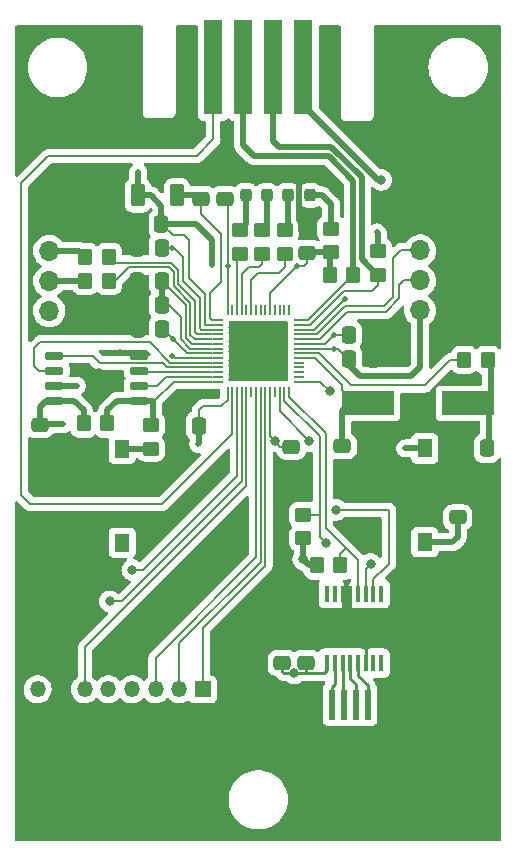
<source format=gtl>
G04 #@! TF.GenerationSoftware,KiCad,Pcbnew,6.0.10*
G04 #@! TF.CreationDate,2023-07-05T17:22:53-05:00*
G04 #@! TF.ProjectId,display_board,64697370-6c61-4795-9f62-6f6172642e6b,rev?*
G04 #@! TF.SameCoordinates,Original*
G04 #@! TF.FileFunction,Copper,L1,Top*
G04 #@! TF.FilePolarity,Positive*
%FSLAX46Y46*%
G04 Gerber Fmt 4.6, Leading zero omitted, Abs format (unit mm)*
G04 Created by KiCad (PCBNEW 6.0.10) date 2023-07-05 17:22:53*
%MOMM*%
%LPD*%
G01*
G04 APERTURE LIST*
G04 Aperture macros list*
%AMRoundRect*
0 Rectangle with rounded corners*
0 $1 Rounding radius*
0 $2 $3 $4 $5 $6 $7 $8 $9 X,Y pos of 4 corners*
0 Add a 4 corners polygon primitive as box body*
4,1,4,$2,$3,$4,$5,$6,$7,$8,$9,$2,$3,0*
0 Add four circle primitives for the rounded corners*
1,1,$1+$1,$2,$3*
1,1,$1+$1,$4,$5*
1,1,$1+$1,$6,$7*
1,1,$1+$1,$8,$9*
0 Add four rect primitives between the rounded corners*
20,1,$1+$1,$2,$3,$4,$5,0*
20,1,$1+$1,$4,$5,$6,$7,0*
20,1,$1+$1,$6,$7,$8,$9,0*
20,1,$1+$1,$8,$9,$2,$3,0*%
G04 Aperture macros list end*
G04 #@! TA.AperFunction,SMDPad,CuDef*
%ADD10RoundRect,0.250000X0.337500X0.475000X-0.337500X0.475000X-0.337500X-0.475000X0.337500X-0.475000X0*%
G04 #@! TD*
G04 #@! TA.AperFunction,SMDPad,CuDef*
%ADD11RoundRect,0.150000X0.650000X0.150000X-0.650000X0.150000X-0.650000X-0.150000X0.650000X-0.150000X0*%
G04 #@! TD*
G04 #@! TA.AperFunction,SMDPad,CuDef*
%ADD12R,4.500000X2.000000*%
G04 #@! TD*
G04 #@! TA.AperFunction,SMDPad,CuDef*
%ADD13RoundRect,0.250000X0.350000X0.450000X-0.350000X0.450000X-0.350000X-0.450000X0.350000X-0.450000X0*%
G04 #@! TD*
G04 #@! TA.AperFunction,SMDPad,CuDef*
%ADD14RoundRect,0.250000X-0.337500X-0.475000X0.337500X-0.475000X0.337500X0.475000X-0.337500X0.475000X0*%
G04 #@! TD*
G04 #@! TA.AperFunction,SMDPad,CuDef*
%ADD15RoundRect,0.250000X-0.350000X-0.450000X0.350000X-0.450000X0.350000X0.450000X-0.350000X0.450000X0*%
G04 #@! TD*
G04 #@! TA.AperFunction,ComponentPad*
%ADD16R,1.350000X1.350000*%
G04 #@! TD*
G04 #@! TA.AperFunction,ComponentPad*
%ADD17O,1.350000X1.350000*%
G04 #@! TD*
G04 #@! TA.AperFunction,SMDPad,CuDef*
%ADD18R,1.300000X1.550000*%
G04 #@! TD*
G04 #@! TA.AperFunction,SMDPad,CuDef*
%ADD19RoundRect,0.250000X0.475000X-0.337500X0.475000X0.337500X-0.475000X0.337500X-0.475000X-0.337500X0*%
G04 #@! TD*
G04 #@! TA.AperFunction,SMDPad,CuDef*
%ADD20RoundRect,0.250000X0.362500X0.700000X-0.362500X0.700000X-0.362500X-0.700000X0.362500X-0.700000X0*%
G04 #@! TD*
G04 #@! TA.AperFunction,SMDPad,CuDef*
%ADD21RoundRect,0.250000X0.450000X-0.350000X0.450000X0.350000X-0.450000X0.350000X-0.450000X-0.350000X0*%
G04 #@! TD*
G04 #@! TA.AperFunction,SMDPad,CuDef*
%ADD22RoundRect,0.237500X-0.237500X0.287500X-0.237500X-0.287500X0.237500X-0.287500X0.237500X0.287500X0*%
G04 #@! TD*
G04 #@! TA.AperFunction,ComponentPad*
%ADD23R,1.700000X1.700000*%
G04 #@! TD*
G04 #@! TA.AperFunction,ComponentPad*
%ADD24O,1.700000X1.700000*%
G04 #@! TD*
G04 #@! TA.AperFunction,SMDPad,CuDef*
%ADD25RoundRect,0.250000X-0.475000X0.337500X-0.475000X-0.337500X0.475000X-0.337500X0.475000X0.337500X0*%
G04 #@! TD*
G04 #@! TA.AperFunction,SMDPad,CuDef*
%ADD26R,0.200000X0.850000*%
G04 #@! TD*
G04 #@! TA.AperFunction,SMDPad,CuDef*
%ADD27R,0.850000X0.200000*%
G04 #@! TD*
G04 #@! TA.AperFunction,SMDPad,CuDef*
%ADD28R,3.200000X3.200000*%
G04 #@! TD*
G04 #@! TA.AperFunction,SMDPad,CuDef*
%ADD29RoundRect,0.250000X-0.450000X0.350000X-0.450000X-0.350000X0.450000X-0.350000X0.450000X0.350000X0*%
G04 #@! TD*
G04 #@! TA.AperFunction,SMDPad,CuDef*
%ADD30R,0.450000X1.475000*%
G04 #@! TD*
G04 #@! TA.AperFunction,SMDPad,CuDef*
%ADD31R,0.600000X2.600000*%
G04 #@! TD*
G04 #@! TA.AperFunction,SMDPad,CuDef*
%ADD32R,1.600000X8.000000*%
G04 #@! TD*
G04 #@! TA.AperFunction,ViaPad*
%ADD33C,0.800000*%
G04 #@! TD*
G04 #@! TA.AperFunction,ViaPad*
%ADD34C,0.500000*%
G04 #@! TD*
G04 #@! TA.AperFunction,Conductor*
%ADD35C,0.500000*%
G04 #@! TD*
G04 #@! TA.AperFunction,Conductor*
%ADD36C,0.250000*%
G04 #@! TD*
G04 #@! TA.AperFunction,Conductor*
%ADD37C,0.200000*%
G04 #@! TD*
G04 APERTURE END LIST*
D10*
X16954000Y-17310000D03*
X14879000Y-17310000D03*
X16977000Y-24168000D03*
X14902000Y-24168000D03*
D11*
X15072000Y-32296000D03*
X15072000Y-31026000D03*
X15072000Y-29756000D03*
X15072000Y-28486000D03*
X7872000Y-28486000D03*
X7872000Y-29756000D03*
X7872000Y-31026000D03*
X7872000Y-32296000D03*
D12*
X34426000Y-32512000D03*
X42926000Y-32512000D03*
D13*
X12361000Y-34201000D03*
X10361000Y-34201000D03*
D14*
X32809000Y-28740000D03*
X34884000Y-28740000D03*
D15*
X42577000Y-28829000D03*
X44577000Y-28829000D03*
D16*
X20462000Y-56724000D03*
D17*
X18462000Y-56724000D03*
X16462000Y-56724000D03*
X14462000Y-56724000D03*
X12462000Y-56724000D03*
X10462000Y-56724000D03*
X8462000Y-56724000D03*
X6462000Y-56724000D03*
D18*
X34743000Y-44272000D03*
X34743000Y-36322000D03*
X39243000Y-36322000D03*
X39243000Y-44272000D03*
D19*
X42037000Y-42164000D03*
X42037000Y-40089000D03*
D13*
X12500000Y-22136000D03*
X10500000Y-22136000D03*
X33201000Y-21628000D03*
X31201000Y-21628000D03*
D10*
X17020000Y-26200000D03*
X14945000Y-26200000D03*
D15*
X10500000Y-20104000D03*
X12500000Y-20104000D03*
D19*
X20279000Y-15172500D03*
X20279000Y-13097500D03*
D20*
X18270000Y-14897000D03*
X14945000Y-14897000D03*
D21*
X31328000Y-19723000D03*
X31328000Y-17723000D03*
X23581000Y-19818000D03*
X23581000Y-17818000D03*
D10*
X20109000Y-34417000D03*
X18034000Y-34417000D03*
D22*
X29550000Y-13147000D03*
X29550000Y-14897000D03*
D23*
X38862000Y-17018000D03*
D24*
X38862000Y-19558000D03*
X38862000Y-22098000D03*
X38862000Y-24638000D03*
D21*
X25486000Y-19818000D03*
X25486000Y-17818000D03*
D25*
X27940000Y-36173500D03*
X27940000Y-38248500D03*
D23*
X7452000Y-17066000D03*
D24*
X7452000Y-19606000D03*
X7452000Y-22146000D03*
X7452000Y-24686000D03*
D10*
X16977000Y-22136000D03*
X14902000Y-22136000D03*
X16977000Y-19342000D03*
X14902000Y-19342000D03*
D22*
X24089000Y-13119000D03*
X24089000Y-14869000D03*
D25*
X29210000Y-52408000D03*
X29210000Y-54483000D03*
D19*
X22311000Y-15194000D03*
X22311000Y-13119000D03*
D26*
X22546000Y-31517000D03*
X22946000Y-31517000D03*
X23346000Y-31517000D03*
X23746000Y-31517000D03*
X24146000Y-31517000D03*
X24546000Y-31517000D03*
X24946000Y-31517000D03*
X25346000Y-31517000D03*
X25746000Y-31517000D03*
X26146000Y-31517000D03*
X26546000Y-31517000D03*
X26946000Y-31517000D03*
X27346000Y-31517000D03*
X27746000Y-31517000D03*
D27*
X28596000Y-30667000D03*
X28596000Y-30267000D03*
X28596000Y-29867000D03*
X28596000Y-29467000D03*
X28596000Y-29067000D03*
X28596000Y-28667000D03*
X28596000Y-28267000D03*
X28596000Y-27867000D03*
X28596000Y-27467000D03*
X28596000Y-27067000D03*
X28596000Y-26667000D03*
X28596000Y-26267000D03*
X28596000Y-25867000D03*
X28596000Y-25467000D03*
D26*
X27746000Y-24617000D03*
X27346000Y-24617000D03*
X26946000Y-24617000D03*
X26546000Y-24617000D03*
X26146000Y-24617000D03*
X25746000Y-24617000D03*
X25346000Y-24617000D03*
X24946000Y-24617000D03*
X24546000Y-24617000D03*
X24146000Y-24617000D03*
X23746000Y-24617000D03*
X23346000Y-24617000D03*
X22946000Y-24617000D03*
X22546000Y-24617000D03*
D27*
X21696000Y-25467000D03*
X21696000Y-25867000D03*
X21696000Y-26267000D03*
X21696000Y-26667000D03*
X21696000Y-27067000D03*
X21696000Y-27467000D03*
X21696000Y-27867000D03*
X21696000Y-28267000D03*
X21696000Y-28667000D03*
X21696000Y-29067000D03*
X21696000Y-29467000D03*
X21696000Y-29867000D03*
X21696000Y-30267000D03*
X21696000Y-30667000D03*
D28*
X25146000Y-28067000D03*
D25*
X6646000Y-34328000D03*
X6646000Y-36403000D03*
D29*
X35265000Y-19612000D03*
X35265000Y-21612000D03*
D21*
X27391000Y-19818000D03*
X27391000Y-17818000D03*
D25*
X27178000Y-52408000D03*
X27178000Y-54483000D03*
D19*
X29296000Y-19766000D03*
X29296000Y-17691000D03*
D15*
X30099000Y-46228000D03*
X32099000Y-46228000D03*
D22*
X27645000Y-13119000D03*
X27645000Y-14869000D03*
X25867000Y-13147000D03*
X25867000Y-14897000D03*
D30*
X30999000Y-54500000D03*
X31649000Y-54500000D03*
X32299000Y-54500000D03*
X32949000Y-54500000D03*
X33599000Y-54500000D03*
X34249000Y-54500000D03*
X34899000Y-54500000D03*
X35549000Y-54500000D03*
X35549000Y-48624000D03*
X34899000Y-48624000D03*
X34249000Y-48624000D03*
X33599000Y-48624000D03*
X32949000Y-48624000D03*
X32299000Y-48624000D03*
X31649000Y-48624000D03*
X30999000Y-48624000D03*
D31*
X34417000Y-58024000D03*
X33417000Y-58024000D03*
X32417000Y-58024000D03*
X31417000Y-58024000D03*
D25*
X32258000Y-36152000D03*
X32258000Y-38227000D03*
D21*
X28956000Y-43942000D03*
X28956000Y-41942000D03*
D18*
X13631000Y-36360000D03*
X13631000Y-44310000D03*
X9131000Y-44310000D03*
X9131000Y-36360000D03*
D21*
X16044000Y-36328000D03*
X16044000Y-34328000D03*
D14*
X32809000Y-26708000D03*
X34884000Y-26708000D03*
D10*
X44493000Y-36322000D03*
X42418000Y-36322000D03*
D32*
X28956000Y-4064000D03*
X26416000Y-4064000D03*
X23876000Y-4064000D03*
X21336000Y-4064000D03*
D33*
X6604000Y-44704000D03*
X39116000Y-42164000D03*
D34*
X14986000Y-18288000D03*
D33*
X42672000Y-13208000D03*
D34*
X19050000Y-32766000D03*
D33*
X44196000Y-40132000D03*
X11684000Y-29972000D03*
D34*
X25146000Y-27940000D03*
D33*
X42672000Y-19558000D03*
X10668000Y-13716000D03*
X6604000Y-42164000D03*
X10668000Y-9652000D03*
X15748000Y-39624000D03*
X9652000Y-46228000D03*
X20320000Y-46736000D03*
X17780000Y-49276000D03*
X15748000Y-42164000D03*
X22860000Y-44196000D03*
X15748000Y-44704000D03*
D34*
X13462000Y-28194000D03*
X14986000Y-25146000D03*
D33*
X22352000Y-11684000D03*
D34*
X10668000Y-24638000D03*
X13462000Y-26416000D03*
D33*
X6604000Y-39624000D03*
D34*
X37084000Y-26670000D03*
X17526000Y-32766000D03*
X34798000Y-42545000D03*
D33*
X42418000Y-24638000D03*
D34*
X34671000Y-39243000D03*
X8636000Y-34290000D03*
X16977000Y-23155000D03*
X35179000Y-18034000D03*
X22568000Y-20866000D03*
X28410000Y-20866000D03*
D33*
X26543000Y-35687000D03*
D34*
X20066000Y-35941000D03*
X14986000Y-12954000D03*
D33*
X28956000Y-45720000D03*
D34*
X21209000Y-20828000D03*
X31569000Y-27867000D03*
D33*
X28194000Y-55372000D03*
X31750000Y-41529000D03*
X29464000Y-35687000D03*
D34*
X17866000Y-19342000D03*
X17887500Y-27067500D03*
X31585000Y-26708000D03*
X37592000Y-36322000D03*
X32530899Y-23640899D03*
X9779000Y-31026000D03*
X17873556Y-28478444D03*
D33*
X34671000Y-46101000D03*
X30861000Y-44323000D03*
X14478000Y-46609000D03*
X12573000Y-49276000D03*
X35560000Y-13589000D03*
X31242000Y-31496000D03*
D35*
X42418000Y-37846000D02*
X42037000Y-38227000D01*
D36*
X30777000Y-52408000D02*
X29210000Y-52408000D01*
D35*
X34743000Y-38028000D02*
X34743000Y-36322000D01*
D36*
X32299000Y-48624000D02*
X32299000Y-50886000D01*
D35*
X42418000Y-36322000D02*
X42418000Y-37846000D01*
X20336500Y-13155000D02*
X20279000Y-13097500D01*
X28570000Y-13155000D02*
X28578000Y-13147000D01*
X29296000Y-17691000D02*
X28570000Y-16965000D01*
X28578000Y-13147000D02*
X29550000Y-13147000D01*
X28570000Y-16965000D02*
X28570000Y-13155000D01*
D36*
X32299000Y-50886000D02*
X30777000Y-52408000D01*
D35*
X6689000Y-36360000D02*
X6646000Y-36403000D01*
X14635000Y-17066000D02*
X7452000Y-17066000D01*
X28570000Y-13155000D02*
X20336500Y-13155000D01*
D36*
X32949000Y-50729000D02*
X32949000Y-48624000D01*
D35*
X42037000Y-38227000D02*
X34544000Y-38227000D01*
X42037000Y-40089000D02*
X42037000Y-38227000D01*
X34544000Y-38227000D02*
X34743000Y-38028000D01*
D36*
X34249000Y-52029000D02*
X32949000Y-50729000D01*
D35*
X9131000Y-36360000D02*
X6689000Y-36360000D01*
X14879000Y-17310000D02*
X14635000Y-17066000D01*
D36*
X34249000Y-54500000D02*
X34249000Y-52029000D01*
D35*
X32258000Y-38227000D02*
X34544000Y-38227000D01*
D37*
X33599000Y-45791000D02*
X33599000Y-48624000D01*
X32099000Y-45244000D02*
X32575500Y-44767500D01*
X27746000Y-31517000D02*
X27746000Y-31937000D01*
X30861000Y-43053000D02*
X32575500Y-44767500D01*
X32575500Y-44767500D02*
X33599000Y-45791000D01*
X27746000Y-31937000D02*
X30861000Y-35052000D01*
X30861000Y-35052000D02*
X30861000Y-43053000D01*
X32099000Y-46228000D02*
X32099000Y-45244000D01*
D36*
X30999000Y-55107000D02*
X30734000Y-55372000D01*
D35*
X28956000Y-45720000D02*
X28956000Y-43942000D01*
D37*
X21971000Y-32766000D02*
X20447000Y-32766000D01*
D36*
X27178000Y-55245000D02*
X27178000Y-54483000D01*
D35*
X6646000Y-32851000D02*
X6646000Y-34328000D01*
X6684000Y-34290000D02*
X6646000Y-34328000D01*
X31328000Y-19723000D02*
X29339000Y-19723000D01*
X38862000Y-29464000D02*
X38862000Y-24638000D01*
X16977000Y-22136000D02*
X16977000Y-23155000D01*
D36*
X30999000Y-54500000D02*
X30999000Y-55107000D01*
D35*
X33782000Y-30226000D02*
X38100000Y-30226000D01*
D37*
X22546000Y-32191000D02*
X21971000Y-32766000D01*
D35*
X9563000Y-32296000D02*
X7872000Y-32296000D01*
D37*
X29296000Y-20612000D02*
X29296000Y-19766000D01*
D36*
X29210000Y-55245000D02*
X29083000Y-55372000D01*
D35*
X38100000Y-30226000D02*
X38862000Y-29464000D01*
X20109000Y-34417000D02*
X20109000Y-35898000D01*
D37*
X21696000Y-25867000D02*
X20657000Y-25867000D01*
X28407000Y-20866000D02*
X28410000Y-20866000D01*
D35*
X14945000Y-12995000D02*
X14986000Y-12954000D01*
X16954000Y-15763000D02*
X16088000Y-14897000D01*
D36*
X30734000Y-55372000D02*
X29083000Y-55372000D01*
D35*
X31201000Y-19850000D02*
X31328000Y-19723000D01*
D37*
X19514000Y-27467000D02*
X19009000Y-26962000D01*
D36*
X29083000Y-55372000D02*
X28194000Y-55372000D01*
X27305000Y-55372000D02*
X27178000Y-55245000D01*
D35*
X8636000Y-34290000D02*
X6684000Y-34290000D01*
D37*
X26146000Y-23127000D02*
X28407000Y-20866000D01*
D35*
X35265000Y-19612000D02*
X35265000Y-18120000D01*
D37*
X17612000Y-24168000D02*
X16977000Y-24168000D01*
X19406000Y-27867000D02*
X18628000Y-27089000D01*
X22546000Y-15429000D02*
X22311000Y-15194000D01*
X28410000Y-20866000D02*
X29042000Y-20866000D01*
X26146000Y-35290000D02*
X26543000Y-35687000D01*
X18628000Y-27089000D02*
X18628000Y-25184000D01*
X29042000Y-20866000D02*
X29296000Y-20612000D01*
X21238000Y-27467000D02*
X19514000Y-27467000D01*
X18628000Y-25184000D02*
X17612000Y-24168000D01*
X21238000Y-27867000D02*
X19406000Y-27867000D01*
X31569000Y-27867000D02*
X31936000Y-27867000D01*
D36*
X29210000Y-54483000D02*
X29210000Y-55245000D01*
D35*
X16088000Y-14897000D02*
X14945000Y-14897000D01*
X29339000Y-19723000D02*
X29296000Y-19766000D01*
X7872000Y-32296000D02*
X7201000Y-32296000D01*
X30099000Y-46228000D02*
X29464000Y-46228000D01*
D37*
X20609000Y-23228000D02*
X19263000Y-21882000D01*
X17907000Y-18288000D02*
X16954000Y-17335000D01*
D35*
X31201000Y-21628000D02*
X31201000Y-19850000D01*
X29464000Y-46228000D02*
X28956000Y-45720000D01*
D37*
X26543000Y-35687000D02*
X27029500Y-36173500D01*
X20447000Y-32766000D02*
X20109000Y-33104000D01*
D36*
X28194000Y-55372000D02*
X27305000Y-55372000D01*
D35*
X19850000Y-17310000D02*
X16954000Y-17310000D01*
D37*
X19263000Y-21882000D02*
X19263000Y-18707000D01*
D35*
X16954000Y-17310000D02*
X16954000Y-15763000D01*
D37*
X28596000Y-27867000D02*
X31569000Y-27867000D01*
X20109000Y-33104000D02*
X20109000Y-34417000D01*
D35*
X32809000Y-28740000D02*
X32809000Y-29253000D01*
D37*
X22546000Y-31517000D02*
X22546000Y-32191000D01*
X22546000Y-24617000D02*
X22546000Y-15429000D01*
D35*
X10361000Y-34201000D02*
X10361000Y-33094000D01*
X10361000Y-33094000D02*
X9563000Y-32296000D01*
D37*
X27029500Y-36173500D02*
X27940000Y-36173500D01*
D35*
X16977000Y-23155000D02*
X16977000Y-24168000D01*
D37*
X31936000Y-27867000D02*
X32809000Y-28740000D01*
D35*
X32809000Y-29253000D02*
X33782000Y-30226000D01*
D37*
X20657000Y-25867000D02*
X20609000Y-25819000D01*
D35*
X20109000Y-35898000D02*
X20066000Y-35941000D01*
D37*
X19009000Y-26962000D02*
X19009000Y-24168000D01*
X17866000Y-17310000D02*
X16954000Y-17310000D01*
D35*
X21209000Y-18669000D02*
X19850000Y-17310000D01*
D37*
X26146000Y-24617000D02*
X26146000Y-23127000D01*
D35*
X21209000Y-20828000D02*
X21209000Y-18669000D01*
D37*
X20609000Y-25819000D02*
X20609000Y-23228000D01*
X19009000Y-24168000D02*
X16977000Y-22136000D01*
X19263000Y-18707000D02*
X18844000Y-18288000D01*
D35*
X7201000Y-32296000D02*
X6646000Y-32851000D01*
D37*
X18844000Y-18288000D02*
X17907000Y-18288000D01*
D35*
X35265000Y-18120000D02*
X35179000Y-18034000D01*
X14945000Y-14897000D02*
X14945000Y-12995000D01*
D37*
X16954000Y-17335000D02*
X16954000Y-17310000D01*
X26146000Y-31517000D02*
X26146000Y-35290000D01*
X34899000Y-47397000D02*
X35941000Y-46355000D01*
X34899000Y-48624000D02*
X34899000Y-47397000D01*
X36195000Y-46101000D02*
X36195000Y-41529000D01*
X35941000Y-46355000D02*
X36195000Y-46101000D01*
X29464000Y-35687000D02*
X26946000Y-33169000D01*
X36195000Y-41529000D02*
X31750000Y-41529000D01*
X26946000Y-33169000D02*
X26946000Y-31517000D01*
D35*
X32258000Y-33147000D02*
X32258000Y-36152000D01*
D37*
X32258000Y-30988000D02*
X32258000Y-31369000D01*
D35*
X34426000Y-32512000D02*
X32893000Y-32512000D01*
D37*
X28596000Y-28667000D02*
X29937000Y-28667000D01*
D35*
X32893000Y-32512000D02*
X32258000Y-33147000D01*
D37*
X32258000Y-31369000D02*
X33401000Y-32512000D01*
X29937000Y-28667000D02*
X32258000Y-30988000D01*
X33401000Y-32512000D02*
X34426000Y-32512000D01*
D35*
X44196000Y-32512000D02*
X44704000Y-33020000D01*
X44323000Y-32512000D02*
X44831000Y-32004000D01*
X44831000Y-32004000D02*
X44831000Y-29083000D01*
X44831000Y-29083000D02*
X44577000Y-28829000D01*
X44704000Y-36111000D02*
X44493000Y-36322000D01*
X44704000Y-33020000D02*
X44704000Y-36111000D01*
X42926000Y-32512000D02*
X44196000Y-32512000D01*
X42926000Y-32512000D02*
X44323000Y-32512000D01*
D37*
X18793000Y-22174000D02*
X18793000Y-20142000D01*
X31585000Y-26708000D02*
X32809000Y-26708000D01*
X17993000Y-19342000D02*
X17866000Y-19342000D01*
X18793000Y-20142000D02*
X17993000Y-19342000D01*
X28596000Y-27467000D02*
X30826000Y-27467000D01*
X30826000Y-27467000D02*
X31585000Y-26708000D01*
X21238000Y-28267000D02*
X19087000Y-28267000D01*
X20209000Y-26143000D02*
X20209000Y-23590000D01*
X20333000Y-26267000D02*
X20209000Y-26143000D01*
X17866000Y-19342000D02*
X16977000Y-19342000D01*
X21696000Y-26267000D02*
X20333000Y-26267000D01*
X19087000Y-28267000D02*
X17887500Y-27067500D01*
X20209000Y-23590000D02*
X18793000Y-22174000D01*
X17887500Y-27067500D02*
X17020000Y-26200000D01*
X29867000Y-26267000D02*
X32493101Y-23640899D01*
D35*
X42037000Y-43815000D02*
X41580000Y-44272000D01*
X39243000Y-36322000D02*
X37592000Y-36322000D01*
X41580000Y-44272000D02*
X39243000Y-44272000D01*
X42037000Y-42164000D02*
X42037000Y-43815000D01*
D37*
X32493101Y-23640899D02*
X32530899Y-23640899D01*
X28596000Y-26267000D02*
X29867000Y-26267000D01*
X20279000Y-16469000D02*
X20279000Y-15172500D01*
X21971000Y-22225000D02*
X21971000Y-18161000D01*
D35*
X20003500Y-14897000D02*
X20279000Y-15172500D01*
D37*
X21041000Y-25311000D02*
X21041000Y-23155000D01*
X21696000Y-25467000D02*
X21197000Y-25467000D01*
X21971000Y-18161000D02*
X20279000Y-16469000D01*
X21197000Y-25467000D02*
X21041000Y-25311000D01*
X21041000Y-23155000D02*
X21971000Y-22225000D01*
D35*
X18270000Y-14897000D02*
X20003500Y-14897000D01*
X27645000Y-17564000D02*
X27391000Y-17818000D01*
X27645000Y-14869000D02*
X27645000Y-17564000D01*
X25867000Y-17437000D02*
X25486000Y-17818000D01*
X25867000Y-14897000D02*
X25867000Y-17437000D01*
X24089000Y-14869000D02*
X24089000Y-17310000D01*
X24089000Y-17310000D02*
X23581000Y-17818000D01*
X31328000Y-15659000D02*
X30566000Y-14897000D01*
X30566000Y-14897000D02*
X29550000Y-14897000D01*
X31328000Y-17691000D02*
X31328000Y-15659000D01*
X12361000Y-34201000D02*
X12361000Y-33105000D01*
X13170000Y-32296000D02*
X15072000Y-32296000D01*
D37*
X17971000Y-30667000D02*
X16342000Y-32296000D01*
D35*
X16044000Y-34328000D02*
X16091000Y-34328000D01*
X15072000Y-32296000D02*
X16218000Y-32296000D01*
D37*
X21238000Y-30667000D02*
X17971000Y-30667000D01*
X16342000Y-32296000D02*
X16218000Y-32296000D01*
D35*
X16091000Y-34328000D02*
X16218000Y-34201000D01*
X12361000Y-33105000D02*
X13170000Y-32296000D01*
X16218000Y-34201000D02*
X16218000Y-32296000D01*
D37*
X21238000Y-30267000D02*
X17355000Y-30267000D01*
X16596000Y-31026000D02*
X15072000Y-31026000D01*
X17355000Y-30267000D02*
X16596000Y-31026000D01*
X21238000Y-29867000D02*
X15183000Y-29867000D01*
X15183000Y-29867000D02*
X15072000Y-29756000D01*
X17069000Y-29086000D02*
X11735000Y-29086000D01*
X11735000Y-29086000D02*
X11135000Y-28486000D01*
X11135000Y-28486000D02*
X7872000Y-28486000D01*
X21238000Y-29467000D02*
X17450000Y-29467000D01*
X17450000Y-29467000D02*
X17069000Y-29086000D01*
X17685000Y-29067000D02*
X15961000Y-27343000D01*
X6182000Y-29375000D02*
X6563000Y-29756000D01*
X15961000Y-27343000D02*
X6690000Y-27343000D01*
X21238000Y-29067000D02*
X17685000Y-29067000D01*
X6182000Y-27851000D02*
X6182000Y-29375000D01*
X6690000Y-27343000D02*
X6182000Y-27851000D01*
X6563000Y-29756000D02*
X7872000Y-29756000D01*
D35*
X7872000Y-31026000D02*
X9779000Y-31026000D01*
D37*
X18062112Y-28667000D02*
X17873556Y-28478444D01*
X21238000Y-28667000D02*
X18062112Y-28667000D01*
X17993000Y-22586314D02*
X17993000Y-21374000D01*
X13040000Y-22136000D02*
X12500000Y-22136000D01*
X14183000Y-20993000D02*
X13040000Y-22136000D01*
X17612000Y-20993000D02*
X14183000Y-20993000D01*
X17993000Y-21374000D02*
X17612000Y-20993000D01*
X21238000Y-27067000D02*
X19749000Y-27067000D01*
X19749000Y-27067000D02*
X19409000Y-26727000D01*
X19409000Y-26727000D02*
X19409000Y-24002314D01*
X19409000Y-24002314D02*
X17993000Y-22586314D01*
X18393000Y-21208314D02*
X17777685Y-20593000D01*
X19984000Y-26667000D02*
X19809000Y-26492000D01*
X12989000Y-20593000D02*
X12500000Y-20104000D01*
X19809000Y-26492000D02*
X19809000Y-23825000D01*
X17777685Y-20593000D02*
X12989000Y-20593000D01*
X21238000Y-26667000D02*
X19984000Y-26667000D01*
X19809000Y-23825000D02*
X18393000Y-22409000D01*
X18393000Y-22409000D02*
X18393000Y-21208314D01*
X23346000Y-24617000D02*
X23346000Y-20053000D01*
X23346000Y-20053000D02*
X23581000Y-19818000D01*
X24343000Y-20993000D02*
X25232000Y-20993000D01*
X23746000Y-21590000D02*
X24343000Y-20993000D01*
X25232000Y-20993000D02*
X25486000Y-20739000D01*
X23746000Y-24617000D02*
X23746000Y-21590000D01*
X25486000Y-20739000D02*
X25486000Y-19818000D01*
X27391000Y-20993000D02*
X27391000Y-19818000D01*
X24546000Y-22060000D02*
X25105000Y-21501000D01*
X26883000Y-21501000D02*
X27391000Y-20993000D01*
X24546000Y-24617000D02*
X24546000Y-22060000D01*
X25105000Y-21501000D02*
X26883000Y-21501000D01*
D35*
X24765000Y-11557000D02*
X23876000Y-10668000D01*
X23876000Y-10668000D02*
X23876000Y-4064000D01*
X33201000Y-13643000D02*
X31115000Y-11557000D01*
D37*
X28596000Y-25467000D02*
X29362000Y-25467000D01*
D35*
X31115000Y-11557000D02*
X24765000Y-11557000D01*
X33201000Y-21628000D02*
X33201000Y-13643000D01*
D37*
X29362000Y-25467000D02*
X33201000Y-21628000D01*
X35265000Y-22520000D02*
X35265000Y-21612000D01*
D35*
X33901000Y-13353050D02*
X31342950Y-10795000D01*
X31342950Y-10795000D02*
X26924000Y-10795000D01*
X26924000Y-10795000D02*
X26416000Y-10287000D01*
X35265000Y-21612000D02*
X35201000Y-21612000D01*
X33901000Y-20312000D02*
X33901000Y-13353050D01*
D37*
X28596000Y-25867000D02*
X29527686Y-25867000D01*
X32407686Y-22987000D02*
X34798000Y-22987000D01*
D35*
X26416000Y-10287000D02*
X26416000Y-4064000D01*
X35201000Y-21612000D02*
X33901000Y-20312000D01*
D37*
X29527686Y-25867000D02*
X32407686Y-22987000D01*
X34798000Y-22987000D02*
X35265000Y-22520000D01*
X35814000Y-24257000D02*
X36576000Y-23495000D01*
X36576000Y-23495000D02*
X36576000Y-20193000D01*
X36576000Y-20193000D02*
X37211000Y-19558000D01*
X32512000Y-24257000D02*
X35814000Y-24257000D01*
X28596000Y-26667000D02*
X30102000Y-26667000D01*
X30102000Y-26667000D02*
X32512000Y-24257000D01*
X37211000Y-19558000D02*
X38862000Y-19558000D01*
X37084000Y-22479000D02*
X37465000Y-22098000D01*
X37465000Y-22098000D02*
X38862000Y-22098000D01*
X32639000Y-24765000D02*
X35941000Y-24765000D01*
X28596000Y-27067000D02*
X30337000Y-27067000D01*
X37084000Y-23622000D02*
X37084000Y-22479000D01*
X30337000Y-27067000D02*
X32639000Y-24765000D01*
X35941000Y-24765000D02*
X37084000Y-23622000D01*
X28596000Y-28267000D02*
X30299000Y-28267000D01*
X33020000Y-30988000D02*
X39243000Y-30988000D01*
X30299000Y-28267000D02*
X33020000Y-30988000D01*
X39243000Y-30988000D02*
X41402000Y-28829000D01*
X41402000Y-28829000D02*
X42577000Y-28829000D01*
X30353000Y-41910000D02*
X30353000Y-43180000D01*
X28956000Y-41942000D02*
X30321000Y-41942000D01*
X27346000Y-31517000D02*
X27346000Y-32299000D01*
X30321000Y-41942000D02*
X30353000Y-41910000D01*
X34671000Y-46101000D02*
X34249000Y-46523000D01*
X30353000Y-35306000D02*
X30353000Y-41910000D01*
X30353000Y-43815000D02*
X30861000Y-44323000D01*
X27346000Y-32299000D02*
X30353000Y-35306000D01*
X34249000Y-46523000D02*
X34249000Y-48624000D01*
X30353000Y-43180000D02*
X30353000Y-43815000D01*
D36*
X34417000Y-56388000D02*
X34417000Y-58024000D01*
X33599000Y-55570000D02*
X34417000Y-56388000D01*
X33599000Y-54500000D02*
X33599000Y-55570000D01*
X33417000Y-56277000D02*
X33417000Y-58024000D01*
X32949000Y-55809000D02*
X33417000Y-56277000D01*
X32949000Y-54500000D02*
X32949000Y-55809000D01*
X32299000Y-54500000D02*
X32299000Y-57906000D01*
X32299000Y-57906000D02*
X32417000Y-58024000D01*
D35*
X16044000Y-36328000D02*
X13663000Y-36328000D01*
X13663000Y-36328000D02*
X13631000Y-36360000D01*
X7452000Y-19606000D02*
X10002000Y-19606000D01*
X10002000Y-19606000D02*
X10500000Y-20104000D01*
X10490000Y-22146000D02*
X10500000Y-22136000D01*
X7452000Y-22146000D02*
X10490000Y-22146000D01*
D36*
X31649000Y-56235000D02*
X31369000Y-56515000D01*
X31369000Y-56515000D02*
X31369000Y-57976000D01*
X31649000Y-54500000D02*
X31649000Y-56235000D01*
X31369000Y-57976000D02*
X31417000Y-58024000D01*
D37*
X23346000Y-31517000D02*
X23346000Y-38630000D01*
X15367000Y-46609000D02*
X14478000Y-46609000D01*
X23346000Y-38630000D02*
X18923000Y-43053000D01*
X18923000Y-43053000D02*
X15367000Y-46609000D01*
X23746000Y-31517000D02*
X23746000Y-38862000D01*
X13589000Y-49276000D02*
X12573000Y-49276000D01*
X21971000Y-40894000D02*
X13589000Y-49276000D01*
X23746000Y-39119000D02*
X21971000Y-40894000D01*
X23746000Y-38862000D02*
X23746000Y-39119000D01*
X24146000Y-39481000D02*
X10462000Y-53165000D01*
X24146000Y-31517000D02*
X24146000Y-39481000D01*
X10462000Y-53165000D02*
X10462000Y-56724000D01*
X24946000Y-31517000D02*
X24946000Y-45539000D01*
X16462000Y-54023000D02*
X16462000Y-56724000D01*
X24946000Y-45539000D02*
X16462000Y-54023000D01*
X25346000Y-45901000D02*
X18462000Y-52785000D01*
X18462000Y-52785000D02*
X18462000Y-56724000D01*
X25346000Y-31517000D02*
X25346000Y-45901000D01*
X25746000Y-46263000D02*
X20462000Y-51547000D01*
X20462000Y-51547000D02*
X20462000Y-56724000D01*
X25746000Y-31517000D02*
X25746000Y-46263000D01*
X5080000Y-40259000D02*
X5080000Y-13843000D01*
X7366000Y-11557000D02*
X19939000Y-11557000D01*
X5080000Y-13843000D02*
X7366000Y-11557000D01*
X5842000Y-41021000D02*
X5080000Y-40259000D01*
X19939000Y-11557000D02*
X21336000Y-10160000D01*
X21336000Y-10160000D02*
X21336000Y-4064000D01*
X22946000Y-35093000D02*
X17018000Y-41021000D01*
X17018000Y-41021000D02*
X5842000Y-41021000D01*
X22946000Y-31517000D02*
X22946000Y-35093000D01*
X30413000Y-30667000D02*
X31242000Y-31496000D01*
D35*
X35306000Y-13589000D02*
X35560000Y-13589000D01*
D37*
X29143000Y-30667000D02*
X30413000Y-30667000D01*
D35*
X28956000Y-7239000D02*
X35306000Y-13589000D01*
D37*
X28596000Y-30667000D02*
X29143000Y-30667000D01*
D35*
X28956000Y-4064000D02*
X28956000Y-7239000D01*
G04 #@! TA.AperFunction,Conductor*
G36*
X41538158Y-29657557D02*
G01*
X41594994Y-29700104D01*
X41601267Y-29709305D01*
X41628522Y-29753348D01*
X41753697Y-29878305D01*
X41759927Y-29882145D01*
X41759928Y-29882146D01*
X41897090Y-29966694D01*
X41904262Y-29971115D01*
X41920594Y-29976532D01*
X42065611Y-30024632D01*
X42065613Y-30024632D01*
X42072139Y-30026797D01*
X42078975Y-30027497D01*
X42078978Y-30027498D01*
X42122031Y-30031909D01*
X42176600Y-30037500D01*
X42977400Y-30037500D01*
X42980646Y-30037163D01*
X42980650Y-30037163D01*
X43076308Y-30027238D01*
X43076312Y-30027237D01*
X43083166Y-30026526D01*
X43089702Y-30024345D01*
X43089704Y-30024345D01*
X43237734Y-29974958D01*
X43250946Y-29970550D01*
X43401348Y-29877478D01*
X43487784Y-29790891D01*
X43550066Y-29756812D01*
X43620886Y-29761815D01*
X43665976Y-29790736D01*
X43753697Y-29878305D01*
X43759927Y-29882145D01*
X43759928Y-29882146D01*
X43897090Y-29966694D01*
X43904262Y-29971115D01*
X43970200Y-29992985D01*
X43986168Y-29998282D01*
X44044527Y-30038713D01*
X44071764Y-30104277D01*
X44072500Y-30117875D01*
X44072500Y-30877500D01*
X44052498Y-30945621D01*
X43998842Y-30992114D01*
X43946500Y-31003500D01*
X40627866Y-31003500D01*
X40565684Y-31010255D01*
X40429295Y-31061385D01*
X40312739Y-31148739D01*
X40225385Y-31265295D01*
X40174255Y-31401684D01*
X40167500Y-31463866D01*
X40167500Y-33560134D01*
X40174255Y-33622316D01*
X40225385Y-33758705D01*
X40312739Y-33875261D01*
X40429295Y-33962615D01*
X40565684Y-34013745D01*
X40627866Y-34020500D01*
X43819500Y-34020500D01*
X43887621Y-34040502D01*
X43934114Y-34094158D01*
X43945500Y-34146500D01*
X43945500Y-35026644D01*
X43925498Y-35094765D01*
X43871842Y-35141258D01*
X43859377Y-35146167D01*
X43831554Y-35155450D01*
X43825330Y-35159301D01*
X43825329Y-35159302D01*
X43735746Y-35214738D01*
X43681152Y-35248522D01*
X43556195Y-35373697D01*
X43552355Y-35379927D01*
X43552354Y-35379928D01*
X43482226Y-35493697D01*
X43463385Y-35524262D01*
X43446056Y-35576507D01*
X43418031Y-35661002D01*
X43407703Y-35692139D01*
X43407003Y-35698975D01*
X43407002Y-35698978D01*
X43404019Y-35728091D01*
X43397000Y-35796600D01*
X43397000Y-36847400D01*
X43397337Y-36850646D01*
X43397337Y-36850650D01*
X43405658Y-36930842D01*
X43407974Y-36953166D01*
X43410155Y-36959702D01*
X43410155Y-36959704D01*
X43423417Y-36999454D01*
X43463950Y-37120946D01*
X43557022Y-37271348D01*
X43682197Y-37396305D01*
X43688427Y-37400145D01*
X43688428Y-37400146D01*
X43825590Y-37484694D01*
X43832762Y-37489115D01*
X43876560Y-37503642D01*
X43994111Y-37542632D01*
X43994113Y-37542632D01*
X44000639Y-37544797D01*
X44007475Y-37545497D01*
X44007478Y-37545498D01*
X44050531Y-37549909D01*
X44105100Y-37555500D01*
X44880900Y-37555500D01*
X44884146Y-37555163D01*
X44884150Y-37555163D01*
X44979808Y-37545238D01*
X44979812Y-37545237D01*
X44986666Y-37544526D01*
X44993202Y-37542345D01*
X44993204Y-37542345D01*
X45125339Y-37498261D01*
X45154446Y-37488550D01*
X45304848Y-37395478D01*
X45429805Y-37270303D01*
X45436898Y-37258797D01*
X45486240Y-37178749D01*
X45539012Y-37131256D01*
X45609084Y-37119832D01*
X45674208Y-37148106D01*
X45713707Y-37207100D01*
X45719500Y-37244865D01*
X45719500Y-69469500D01*
X45699498Y-69537621D01*
X45645842Y-69584114D01*
X45593500Y-69595500D01*
X4698500Y-69595500D01*
X4630379Y-69575498D01*
X4583886Y-69521842D01*
X4572500Y-69469500D01*
X4572500Y-66072000D01*
X22632540Y-66072000D01*
X22652359Y-66387020D01*
X22711505Y-66697072D01*
X22809044Y-66997266D01*
X22810731Y-67000852D01*
X22810733Y-67000856D01*
X22941750Y-67279283D01*
X22941754Y-67279290D01*
X22943438Y-67282869D01*
X23112568Y-67549375D01*
X23313767Y-67792582D01*
X23543860Y-68008654D01*
X23799221Y-68194184D01*
X24075821Y-68346247D01*
X24079490Y-68347700D01*
X24079495Y-68347702D01*
X24365628Y-68460990D01*
X24369298Y-68462443D01*
X24675025Y-68540940D01*
X24988179Y-68580500D01*
X25303821Y-68580500D01*
X25616975Y-68540940D01*
X25922702Y-68462443D01*
X25926372Y-68460990D01*
X26212505Y-68347702D01*
X26212510Y-68347700D01*
X26216179Y-68346247D01*
X26492779Y-68194184D01*
X26748140Y-68008654D01*
X26978233Y-67792582D01*
X27179432Y-67549375D01*
X27348562Y-67282869D01*
X27350246Y-67279290D01*
X27350250Y-67279283D01*
X27481267Y-67000856D01*
X27481269Y-67000852D01*
X27482956Y-66997266D01*
X27580495Y-66697072D01*
X27639641Y-66387020D01*
X27659460Y-66072000D01*
X27639641Y-65756980D01*
X27580495Y-65446928D01*
X27482956Y-65146734D01*
X27476667Y-65133369D01*
X27350250Y-64864717D01*
X27350246Y-64864710D01*
X27348562Y-64861131D01*
X27179432Y-64594625D01*
X26978233Y-64351418D01*
X26748140Y-64135346D01*
X26492779Y-63949816D01*
X26216179Y-63797753D01*
X26212510Y-63796300D01*
X26212505Y-63796298D01*
X25926372Y-63683010D01*
X25926371Y-63683010D01*
X25922702Y-63681557D01*
X25616975Y-63603060D01*
X25303821Y-63563500D01*
X24988179Y-63563500D01*
X24675025Y-63603060D01*
X24369298Y-63681557D01*
X24365629Y-63683010D01*
X24365628Y-63683010D01*
X24079495Y-63796298D01*
X24079490Y-63796300D01*
X24075821Y-63797753D01*
X23799221Y-63949816D01*
X23543860Y-64135346D01*
X23313767Y-64351418D01*
X23112568Y-64594625D01*
X22943438Y-64861131D01*
X22941754Y-64864710D01*
X22941750Y-64864717D01*
X22815333Y-65133369D01*
X22809044Y-65146734D01*
X22711505Y-65446928D01*
X22652359Y-65756980D01*
X22634833Y-66035559D01*
X22632540Y-66072000D01*
X4572500Y-66072000D01*
X4572500Y-56692887D01*
X5273837Y-56692887D01*
X5288063Y-56909933D01*
X5289484Y-56915529D01*
X5289485Y-56915534D01*
X5340184Y-57115158D01*
X5341605Y-57120753D01*
X5432668Y-57318285D01*
X5436001Y-57323001D01*
X5523730Y-57447134D01*
X5558204Y-57495914D01*
X5714009Y-57647692D01*
X5894863Y-57768536D01*
X5900171Y-57770817D01*
X5900172Y-57770817D01*
X6089409Y-57852119D01*
X6089412Y-57852120D01*
X6094712Y-57854397D01*
X6100342Y-57855671D01*
X6198464Y-57877874D01*
X6306860Y-57902402D01*
X6312631Y-57902629D01*
X6312633Y-57902629D01*
X6385620Y-57905496D01*
X6524205Y-57910941D01*
X6739466Y-57879730D01*
X6744930Y-57877875D01*
X6744935Y-57877874D01*
X6939963Y-57811671D01*
X6939968Y-57811669D01*
X6945435Y-57809813D01*
X7135213Y-57703532D01*
X7302446Y-57564446D01*
X7441532Y-57397213D01*
X7547813Y-57207435D01*
X7549669Y-57201968D01*
X7549671Y-57201963D01*
X7615874Y-57006935D01*
X7615875Y-57006930D01*
X7617730Y-57001466D01*
X7648941Y-56786205D01*
X7650570Y-56724000D01*
X7630667Y-56507400D01*
X7571626Y-56298055D01*
X7475423Y-56102974D01*
X7429775Y-56041843D01*
X7348733Y-55933315D01*
X7348732Y-55933314D01*
X7345280Y-55928691D01*
X7320562Y-55905842D01*
X7189796Y-55784963D01*
X7189793Y-55784961D01*
X7185556Y-55781044D01*
X7001599Y-55664976D01*
X6799572Y-55584376D01*
X6586239Y-55541941D01*
X6580464Y-55541865D01*
X6580460Y-55541865D01*
X6471419Y-55540438D01*
X6368746Y-55539094D01*
X6363049Y-55540073D01*
X6363048Y-55540073D01*
X6160065Y-55574952D01*
X6160062Y-55574953D01*
X6154375Y-55575930D01*
X5950307Y-55651214D01*
X5763376Y-55762427D01*
X5599842Y-55905842D01*
X5596270Y-55910373D01*
X5498264Y-56034693D01*
X5465181Y-56076658D01*
X5363905Y-56269154D01*
X5362192Y-56274671D01*
X5333964Y-56365580D01*
X5299403Y-56476882D01*
X5273837Y-56692887D01*
X4572500Y-56692887D01*
X4572500Y-40916239D01*
X4592502Y-40848118D01*
X4646158Y-40801625D01*
X4716432Y-40791521D01*
X4781012Y-40821015D01*
X4787595Y-40827144D01*
X5377685Y-41417234D01*
X5388552Y-41429625D01*
X5408013Y-41454987D01*
X5414563Y-41460013D01*
X5439921Y-41479471D01*
X5439937Y-41479485D01*
X5463457Y-41497532D01*
X5535124Y-41552524D01*
X5683149Y-41613838D01*
X5691336Y-41614916D01*
X5691337Y-41614916D01*
X5702542Y-41616391D01*
X5733738Y-41620498D01*
X5802115Y-41629500D01*
X5802118Y-41629500D01*
X5802126Y-41629501D01*
X5833811Y-41633672D01*
X5842000Y-41634750D01*
X5850189Y-41633672D01*
X5873693Y-41630578D01*
X5890138Y-41629500D01*
X16969864Y-41629500D01*
X16986307Y-41630578D01*
X17018000Y-41634750D01*
X17026189Y-41633672D01*
X17057874Y-41629501D01*
X17057884Y-41629500D01*
X17057885Y-41629500D01*
X17057901Y-41629498D01*
X17157457Y-41616391D01*
X17168664Y-41614916D01*
X17168666Y-41614915D01*
X17176851Y-41613838D01*
X17324876Y-41552524D01*
X17334920Y-41544817D01*
X17420069Y-41479480D01*
X17420075Y-41479474D01*
X17445434Y-41460015D01*
X17451987Y-41454987D01*
X17460435Y-41443978D01*
X17471452Y-41429621D01*
X17482319Y-41417230D01*
X22522405Y-36377144D01*
X22584717Y-36343118D01*
X22655532Y-36348183D01*
X22712368Y-36390730D01*
X22737179Y-36457250D01*
X22737500Y-36466239D01*
X22737500Y-38325761D01*
X22717498Y-38393882D01*
X22700595Y-38414856D01*
X15220987Y-45894464D01*
X15158675Y-45928490D01*
X15087860Y-45923425D01*
X15057834Y-45907306D01*
X14934752Y-45817882D01*
X14928724Y-45815198D01*
X14928722Y-45815197D01*
X14766319Y-45742891D01*
X14766318Y-45742891D01*
X14760288Y-45740206D01*
X14753827Y-45738833D01*
X14753822Y-45738831D01*
X14637806Y-45714170D01*
X14575332Y-45680442D01*
X14541011Y-45618292D01*
X14545739Y-45547453D01*
X14588438Y-45490098D01*
X14637081Y-45453642D01*
X14644261Y-45448261D01*
X14731615Y-45331705D01*
X14782745Y-45195316D01*
X14789500Y-45133134D01*
X14789500Y-43486866D01*
X14782745Y-43424684D01*
X14731615Y-43288295D01*
X14644261Y-43171739D01*
X14527705Y-43084385D01*
X14391316Y-43033255D01*
X14329134Y-43026500D01*
X12932866Y-43026500D01*
X12870684Y-43033255D01*
X12734295Y-43084385D01*
X12617739Y-43171739D01*
X12530385Y-43288295D01*
X12479255Y-43424684D01*
X12472500Y-43486866D01*
X12472500Y-45133134D01*
X12479255Y-45195316D01*
X12530385Y-45331705D01*
X12617739Y-45448261D01*
X12734295Y-45535615D01*
X12870684Y-45586745D01*
X12932866Y-45593500D01*
X13942295Y-45593500D01*
X14010416Y-45613502D01*
X14056909Y-45667158D01*
X14067013Y-45737432D01*
X14037519Y-45802012D01*
X14016356Y-45821436D01*
X13866747Y-45930134D01*
X13862326Y-45935044D01*
X13862325Y-45935045D01*
X13756241Y-46052864D01*
X13738960Y-46072056D01*
X13680686Y-46172990D01*
X13656510Y-46214864D01*
X13643473Y-46237444D01*
X13584458Y-46419072D01*
X13583768Y-46425633D01*
X13583768Y-46425635D01*
X13574784Y-46511118D01*
X13564496Y-46609000D01*
X13565186Y-46615565D01*
X13582788Y-46783035D01*
X13584458Y-46798928D01*
X13643473Y-46980556D01*
X13646776Y-46986278D01*
X13646777Y-46986279D01*
X13659419Y-47008176D01*
X13738960Y-47145944D01*
X13866747Y-47287866D01*
X13957668Y-47353924D01*
X13979953Y-47370115D01*
X14021248Y-47400118D01*
X14027276Y-47402802D01*
X14027278Y-47402803D01*
X14189681Y-47475109D01*
X14195712Y-47477794D01*
X14235074Y-47486161D01*
X14241652Y-47487559D01*
X14304126Y-47521288D01*
X14338447Y-47583437D01*
X14333719Y-47654276D01*
X14304550Y-47699901D01*
X13383827Y-48620624D01*
X13321515Y-48654650D01*
X13250700Y-48649585D01*
X13201096Y-48615840D01*
X13188668Y-48602037D01*
X13188666Y-48602036D01*
X13184253Y-48597134D01*
X13029752Y-48484882D01*
X13023724Y-48482198D01*
X13023722Y-48482197D01*
X12861319Y-48409891D01*
X12861318Y-48409891D01*
X12855288Y-48407206D01*
X12761888Y-48387353D01*
X12674944Y-48368872D01*
X12674939Y-48368872D01*
X12668487Y-48367500D01*
X12477513Y-48367500D01*
X12471061Y-48368872D01*
X12471056Y-48368872D01*
X12384112Y-48387353D01*
X12290712Y-48407206D01*
X12284682Y-48409891D01*
X12284681Y-48409891D01*
X12122278Y-48482197D01*
X12122276Y-48482198D01*
X12116248Y-48484882D01*
X11961747Y-48597134D01*
X11957326Y-48602044D01*
X11957325Y-48602045D01*
X11940597Y-48620624D01*
X11833960Y-48739056D01*
X11738473Y-48904444D01*
X11679458Y-49086072D01*
X11659496Y-49276000D01*
X11679458Y-49465928D01*
X11738473Y-49647556D01*
X11833960Y-49812944D01*
X11838378Y-49817851D01*
X11838379Y-49817852D01*
X11881591Y-49865844D01*
X11961747Y-49954866D01*
X12116248Y-50067118D01*
X12122276Y-50069802D01*
X12122278Y-50069803D01*
X12284681Y-50142109D01*
X12290712Y-50144794D01*
X12330074Y-50153161D01*
X12336652Y-50154559D01*
X12399126Y-50188288D01*
X12433447Y-50250437D01*
X12428719Y-50321276D01*
X12399550Y-50366901D01*
X10065766Y-52700685D01*
X10053375Y-52711552D01*
X10028013Y-52731013D01*
X10003526Y-52762925D01*
X10003523Y-52762928D01*
X9930476Y-52858124D01*
X9869162Y-53006149D01*
X9869162Y-53006150D01*
X9853500Y-53125115D01*
X9853500Y-53125120D01*
X9848250Y-53165000D01*
X9849328Y-53173188D01*
X9852422Y-53196690D01*
X9853500Y-53213136D01*
X9853500Y-55637157D01*
X9833498Y-55705278D01*
X9791925Y-55745441D01*
X9768342Y-55759472D01*
X9768341Y-55759473D01*
X9763376Y-55762427D01*
X9599842Y-55905842D01*
X9596270Y-55910373D01*
X9498264Y-56034693D01*
X9465181Y-56076658D01*
X9363905Y-56269154D01*
X9362192Y-56274671D01*
X9333964Y-56365580D01*
X9299403Y-56476882D01*
X9273837Y-56692887D01*
X9288063Y-56909933D01*
X9289484Y-56915529D01*
X9289485Y-56915534D01*
X9340184Y-57115158D01*
X9341605Y-57120753D01*
X9432668Y-57318285D01*
X9436001Y-57323001D01*
X9523730Y-57447134D01*
X9558204Y-57495914D01*
X9714009Y-57647692D01*
X9894863Y-57768536D01*
X9900171Y-57770817D01*
X9900172Y-57770817D01*
X10089409Y-57852119D01*
X10089412Y-57852120D01*
X10094712Y-57854397D01*
X10100342Y-57855671D01*
X10198464Y-57877874D01*
X10306860Y-57902402D01*
X10312631Y-57902629D01*
X10312633Y-57902629D01*
X10385620Y-57905496D01*
X10524205Y-57910941D01*
X10739466Y-57879730D01*
X10744930Y-57877875D01*
X10744935Y-57877874D01*
X10939963Y-57811671D01*
X10939968Y-57811669D01*
X10945435Y-57809813D01*
X11135213Y-57703532D01*
X11302446Y-57564446D01*
X11362252Y-57492537D01*
X11421189Y-57452953D01*
X11492171Y-57451517D01*
X11554913Y-57491258D01*
X11558204Y-57495914D01*
X11562346Y-57499949D01*
X11562348Y-57499951D01*
X11625597Y-57561565D01*
X11714009Y-57647692D01*
X11894863Y-57768536D01*
X11900171Y-57770817D01*
X11900172Y-57770817D01*
X12089409Y-57852119D01*
X12089412Y-57852120D01*
X12094712Y-57854397D01*
X12100342Y-57855671D01*
X12198464Y-57877874D01*
X12306860Y-57902402D01*
X12312631Y-57902629D01*
X12312633Y-57902629D01*
X12385620Y-57905496D01*
X12524205Y-57910941D01*
X12739466Y-57879730D01*
X12744930Y-57877875D01*
X12744935Y-57877874D01*
X12939963Y-57811671D01*
X12939968Y-57811669D01*
X12945435Y-57809813D01*
X13135213Y-57703532D01*
X13302446Y-57564446D01*
X13362252Y-57492537D01*
X13421189Y-57452953D01*
X13492171Y-57451517D01*
X13554913Y-57491258D01*
X13558204Y-57495914D01*
X13562346Y-57499949D01*
X13562348Y-57499951D01*
X13625597Y-57561565D01*
X13714009Y-57647692D01*
X13894863Y-57768536D01*
X13900171Y-57770817D01*
X13900172Y-57770817D01*
X14089409Y-57852119D01*
X14089412Y-57852120D01*
X14094712Y-57854397D01*
X14100342Y-57855671D01*
X14198464Y-57877874D01*
X14306860Y-57902402D01*
X14312631Y-57902629D01*
X14312633Y-57902629D01*
X14385620Y-57905496D01*
X14524205Y-57910941D01*
X14739466Y-57879730D01*
X14744930Y-57877875D01*
X14744935Y-57877874D01*
X14939963Y-57811671D01*
X14939968Y-57811669D01*
X14945435Y-57809813D01*
X15135213Y-57703532D01*
X15302446Y-57564446D01*
X15362252Y-57492537D01*
X15421189Y-57452953D01*
X15492171Y-57451517D01*
X15554913Y-57491258D01*
X15558204Y-57495914D01*
X15562346Y-57499949D01*
X15562348Y-57499951D01*
X15625597Y-57561565D01*
X15714009Y-57647692D01*
X15894863Y-57768536D01*
X15900171Y-57770817D01*
X15900172Y-57770817D01*
X16089409Y-57852119D01*
X16089412Y-57852120D01*
X16094712Y-57854397D01*
X16100342Y-57855671D01*
X16198464Y-57877874D01*
X16306860Y-57902402D01*
X16312631Y-57902629D01*
X16312633Y-57902629D01*
X16385620Y-57905496D01*
X16524205Y-57910941D01*
X16739466Y-57879730D01*
X16744930Y-57877875D01*
X16744935Y-57877874D01*
X16939963Y-57811671D01*
X16939968Y-57811669D01*
X16945435Y-57809813D01*
X17135213Y-57703532D01*
X17302446Y-57564446D01*
X17362252Y-57492537D01*
X17421189Y-57452953D01*
X17492171Y-57451517D01*
X17554913Y-57491258D01*
X17558204Y-57495914D01*
X17562346Y-57499949D01*
X17562348Y-57499951D01*
X17625597Y-57561565D01*
X17714009Y-57647692D01*
X17894863Y-57768536D01*
X17900171Y-57770817D01*
X17900172Y-57770817D01*
X18089409Y-57852119D01*
X18089412Y-57852120D01*
X18094712Y-57854397D01*
X18100342Y-57855671D01*
X18198464Y-57877874D01*
X18306860Y-57902402D01*
X18312631Y-57902629D01*
X18312633Y-57902629D01*
X18385620Y-57905496D01*
X18524205Y-57910941D01*
X18739466Y-57879730D01*
X18744930Y-57877875D01*
X18744935Y-57877874D01*
X18939963Y-57811671D01*
X18939968Y-57811669D01*
X18945435Y-57809813D01*
X19135213Y-57703532D01*
X19183932Y-57663013D01*
X19249096Y-57634832D01*
X19319151Y-57646356D01*
X19365327Y-57684322D01*
X19423739Y-57762261D01*
X19540295Y-57849615D01*
X19676684Y-57900745D01*
X19738866Y-57907500D01*
X21185134Y-57907500D01*
X21247316Y-57900745D01*
X21383705Y-57849615D01*
X21500261Y-57762261D01*
X21587615Y-57645705D01*
X21638745Y-57509316D01*
X21645500Y-57447134D01*
X21645500Y-56000866D01*
X21638745Y-55938684D01*
X21587615Y-55802295D01*
X21500261Y-55685739D01*
X21383705Y-55598385D01*
X21247316Y-55547255D01*
X21185134Y-55540500D01*
X21185258Y-55539361D01*
X21122766Y-55517289D01*
X21079232Y-55461206D01*
X21070500Y-55415116D01*
X21070500Y-54870900D01*
X25944500Y-54870900D01*
X25955474Y-54976666D01*
X26011450Y-55144446D01*
X26104522Y-55294848D01*
X26229697Y-55419805D01*
X26235927Y-55423645D01*
X26235928Y-55423646D01*
X26334173Y-55484205D01*
X26380262Y-55512615D01*
X26548139Y-55568297D01*
X26569686Y-55570505D01*
X26575446Y-55571095D01*
X26641173Y-55597937D01*
X26663753Y-55623901D01*
X26664563Y-55623273D01*
X26669420Y-55629534D01*
X26673458Y-55636362D01*
X26687782Y-55650686D01*
X26700617Y-55665713D01*
X26712528Y-55682107D01*
X26718636Y-55687160D01*
X26718638Y-55687162D01*
X26746598Y-55710292D01*
X26755378Y-55718282D01*
X26801347Y-55764251D01*
X26808887Y-55772537D01*
X26813000Y-55779018D01*
X26818779Y-55784445D01*
X26818780Y-55784446D01*
X26862652Y-55825644D01*
X26865494Y-55828399D01*
X26885230Y-55848135D01*
X26888427Y-55850615D01*
X26897447Y-55858318D01*
X26929679Y-55888586D01*
X26936625Y-55892405D01*
X26936628Y-55892407D01*
X26947434Y-55898348D01*
X26963953Y-55909199D01*
X26979959Y-55921614D01*
X26987228Y-55924759D01*
X26987232Y-55924762D01*
X27020537Y-55939174D01*
X27031187Y-55944391D01*
X27069940Y-55965695D01*
X27077615Y-55967666D01*
X27077616Y-55967666D01*
X27089562Y-55970733D01*
X27108267Y-55977137D01*
X27126855Y-55985181D01*
X27134678Y-55986420D01*
X27134688Y-55986423D01*
X27170524Y-55992099D01*
X27182144Y-55994505D01*
X27213959Y-56002673D01*
X27224970Y-56005500D01*
X27245224Y-56005500D01*
X27264934Y-56007051D01*
X27284943Y-56010220D01*
X27292835Y-56009474D01*
X27311580Y-56007702D01*
X27328962Y-56006059D01*
X27340819Y-56005500D01*
X27485800Y-56005500D01*
X27553921Y-56025502D01*
X27573147Y-56041843D01*
X27573420Y-56041540D01*
X27578332Y-56045963D01*
X27582747Y-56050866D01*
X27588086Y-56054745D01*
X27643809Y-56095230D01*
X27737248Y-56163118D01*
X27743276Y-56165802D01*
X27743278Y-56165803D01*
X27903334Y-56237064D01*
X27911712Y-56240794D01*
X28005113Y-56260647D01*
X28092056Y-56279128D01*
X28092061Y-56279128D01*
X28098513Y-56280500D01*
X28289487Y-56280500D01*
X28295939Y-56279128D01*
X28295944Y-56279128D01*
X28382887Y-56260647D01*
X28476288Y-56240794D01*
X28484666Y-56237064D01*
X28644722Y-56165803D01*
X28644724Y-56165802D01*
X28650752Y-56163118D01*
X28744192Y-56095230D01*
X28799914Y-56054745D01*
X28805253Y-56050866D01*
X28809668Y-56045963D01*
X28814580Y-56041540D01*
X28815705Y-56042789D01*
X28869014Y-56009949D01*
X28902200Y-56005500D01*
X29004233Y-56005500D01*
X29015416Y-56006027D01*
X29022909Y-56007702D01*
X29030835Y-56007453D01*
X29030836Y-56007453D01*
X29090986Y-56005562D01*
X29094945Y-56005500D01*
X30655233Y-56005500D01*
X30666416Y-56006027D01*
X30673909Y-56007702D01*
X30681834Y-56007453D01*
X30681835Y-56007453D01*
X30695091Y-56007036D01*
X30704063Y-56006754D01*
X30772778Y-56024606D01*
X30820934Y-56076774D01*
X30833241Y-56146696D01*
X30818852Y-56189727D01*
X30819386Y-56189958D01*
X30819386Y-56189959D01*
X30816241Y-56197227D01*
X30816239Y-56197230D01*
X30801826Y-56230537D01*
X30796609Y-56241187D01*
X30775305Y-56279940D01*
X30773334Y-56287615D01*
X30773334Y-56287616D01*
X30770267Y-56299562D01*
X30763863Y-56318266D01*
X30755819Y-56336855D01*
X30754579Y-56344686D01*
X30753898Y-56347029D01*
X30733730Y-56387437D01*
X30666385Y-56477295D01*
X30615255Y-56613684D01*
X30608500Y-56675866D01*
X30608500Y-59372134D01*
X30615255Y-59434316D01*
X30666385Y-59570705D01*
X30753739Y-59687261D01*
X30870295Y-59774615D01*
X31006684Y-59825745D01*
X31068866Y-59832500D01*
X31765134Y-59832500D01*
X31768531Y-59832131D01*
X31819466Y-59826598D01*
X31819468Y-59826598D01*
X31827316Y-59825745D01*
X31834709Y-59822973D01*
X31834711Y-59822973D01*
X31872771Y-59808705D01*
X31943578Y-59803522D01*
X31961229Y-59808705D01*
X31999289Y-59822973D01*
X31999291Y-59822973D01*
X32006684Y-59825745D01*
X32014532Y-59826598D01*
X32014534Y-59826598D01*
X32065469Y-59832131D01*
X32068866Y-59832500D01*
X32765134Y-59832500D01*
X32768531Y-59832131D01*
X32819466Y-59826598D01*
X32819468Y-59826598D01*
X32827316Y-59825745D01*
X32834709Y-59822973D01*
X32834711Y-59822973D01*
X32872771Y-59808705D01*
X32943578Y-59803522D01*
X32961229Y-59808705D01*
X32999289Y-59822973D01*
X32999291Y-59822973D01*
X33006684Y-59825745D01*
X33014532Y-59826598D01*
X33014534Y-59826598D01*
X33065469Y-59832131D01*
X33068866Y-59832500D01*
X33765134Y-59832500D01*
X33768531Y-59832131D01*
X33819466Y-59826598D01*
X33819468Y-59826598D01*
X33827316Y-59825745D01*
X33834709Y-59822973D01*
X33834711Y-59822973D01*
X33872771Y-59808705D01*
X33943578Y-59803522D01*
X33961229Y-59808705D01*
X33999289Y-59822973D01*
X33999291Y-59822973D01*
X34006684Y-59825745D01*
X34014532Y-59826598D01*
X34014534Y-59826598D01*
X34065469Y-59832131D01*
X34068866Y-59832500D01*
X34765134Y-59832500D01*
X34827316Y-59825745D01*
X34963705Y-59774615D01*
X35080261Y-59687261D01*
X35167615Y-59570705D01*
X35218745Y-59434316D01*
X35225500Y-59372134D01*
X35225500Y-56675866D01*
X35218745Y-56613684D01*
X35167615Y-56477295D01*
X35080261Y-56360739D01*
X35080677Y-56360427D01*
X35047950Y-56296198D01*
X35047923Y-56296027D01*
X35047674Y-56288111D01*
X35045064Y-56279128D01*
X35042023Y-56268659D01*
X35038012Y-56249295D01*
X35037112Y-56242166D01*
X35035474Y-56229203D01*
X35032557Y-56221836D01*
X35032556Y-56221831D01*
X35019198Y-56188092D01*
X35015354Y-56176865D01*
X35005230Y-56142022D01*
X35003018Y-56134407D01*
X34992707Y-56116972D01*
X34984012Y-56099224D01*
X34976552Y-56080383D01*
X34950564Y-56044613D01*
X34944048Y-56034693D01*
X34925580Y-56003465D01*
X34925578Y-56003462D01*
X34921542Y-55996638D01*
X34907221Y-55982317D01*
X34894380Y-55967283D01*
X34882472Y-55950893D01*
X34883806Y-55949924D01*
X34855969Y-55894895D01*
X34863260Y-55824274D01*
X34907574Y-55768805D01*
X34979871Y-55746000D01*
X35172134Y-55746000D01*
X35175529Y-55745631D01*
X35175533Y-55745631D01*
X35201531Y-55742807D01*
X35210394Y-55741844D01*
X35237606Y-55741844D01*
X35246469Y-55742807D01*
X35272467Y-55745631D01*
X35272471Y-55745631D01*
X35275866Y-55746000D01*
X35822134Y-55746000D01*
X35884316Y-55739245D01*
X36020705Y-55688115D01*
X36137261Y-55600761D01*
X36224615Y-55484205D01*
X36275745Y-55347816D01*
X36282500Y-55285634D01*
X36282500Y-53714366D01*
X36275745Y-53652184D01*
X36224615Y-53515795D01*
X36137261Y-53399239D01*
X36020705Y-53311885D01*
X35884316Y-53260755D01*
X35822134Y-53254000D01*
X35275866Y-53254000D01*
X35272471Y-53254369D01*
X35272467Y-53254369D01*
X35246469Y-53257193D01*
X35237606Y-53258156D01*
X35210394Y-53258156D01*
X35201531Y-53257193D01*
X35175533Y-53254369D01*
X35175529Y-53254369D01*
X35172134Y-53254000D01*
X34625866Y-53254000D01*
X34563684Y-53260755D01*
X34427295Y-53311885D01*
X34336217Y-53380144D01*
X34324565Y-53388877D01*
X34258059Y-53413725D01*
X34188676Y-53398672D01*
X34173435Y-53388877D01*
X34161783Y-53380144D01*
X34070705Y-53311885D01*
X33934316Y-53260755D01*
X33872134Y-53254000D01*
X33325866Y-53254000D01*
X33322471Y-53254369D01*
X33322467Y-53254369D01*
X33296469Y-53257193D01*
X33287606Y-53258156D01*
X33260394Y-53258156D01*
X33251531Y-53257193D01*
X33225533Y-53254369D01*
X33225529Y-53254369D01*
X33222134Y-53254000D01*
X32675866Y-53254000D01*
X32672471Y-53254369D01*
X32672467Y-53254369D01*
X32646469Y-53257193D01*
X32637606Y-53258156D01*
X32610394Y-53258156D01*
X32601531Y-53257193D01*
X32575533Y-53254369D01*
X32575529Y-53254369D01*
X32572134Y-53254000D01*
X32025866Y-53254000D01*
X32022471Y-53254369D01*
X32022467Y-53254369D01*
X31996469Y-53257193D01*
X31987606Y-53258156D01*
X31960394Y-53258156D01*
X31951531Y-53257193D01*
X31925533Y-53254369D01*
X31925529Y-53254369D01*
X31922134Y-53254000D01*
X31375866Y-53254000D01*
X31372471Y-53254369D01*
X31372467Y-53254369D01*
X31346469Y-53257193D01*
X31337606Y-53258156D01*
X31310394Y-53258156D01*
X31301531Y-53257193D01*
X31275533Y-53254369D01*
X31275529Y-53254369D01*
X31272134Y-53254000D01*
X30725866Y-53254000D01*
X30663684Y-53260755D01*
X30527295Y-53311885D01*
X30410739Y-53399239D01*
X30366846Y-53457806D01*
X30324637Y-53514125D01*
X30267778Y-53556640D01*
X30196960Y-53561666D01*
X30157695Y-53545820D01*
X30013968Y-53457225D01*
X30013966Y-53457224D01*
X30007738Y-53453385D01*
X29888166Y-53413725D01*
X29846389Y-53399868D01*
X29846387Y-53399868D01*
X29839861Y-53397703D01*
X29833025Y-53397003D01*
X29833022Y-53397002D01*
X29789969Y-53392591D01*
X29735400Y-53387000D01*
X28684600Y-53387000D01*
X28681354Y-53387337D01*
X28681350Y-53387337D01*
X28585692Y-53397262D01*
X28585688Y-53397263D01*
X28578834Y-53397974D01*
X28572298Y-53400155D01*
X28572296Y-53400155D01*
X28521659Y-53417049D01*
X28411054Y-53453950D01*
X28260652Y-53547022D01*
X28258960Y-53544288D01*
X28206462Y-53565549D01*
X28136695Y-53552393D01*
X28126508Y-53545862D01*
X28126303Y-53546195D01*
X27981968Y-53457225D01*
X27981966Y-53457224D01*
X27975738Y-53453385D01*
X27856166Y-53413725D01*
X27814389Y-53399868D01*
X27814387Y-53399868D01*
X27807861Y-53397703D01*
X27801025Y-53397003D01*
X27801022Y-53397002D01*
X27757969Y-53392591D01*
X27703400Y-53387000D01*
X26652600Y-53387000D01*
X26649354Y-53387337D01*
X26649350Y-53387337D01*
X26553692Y-53397262D01*
X26553688Y-53397263D01*
X26546834Y-53397974D01*
X26540298Y-53400155D01*
X26540296Y-53400155D01*
X26489659Y-53417049D01*
X26379054Y-53453950D01*
X26228652Y-53547022D01*
X26223479Y-53552204D01*
X26211178Y-53564526D01*
X26103695Y-53672197D01*
X26099855Y-53678427D01*
X26099854Y-53678428D01*
X26071915Y-53723754D01*
X26010885Y-53822762D01*
X25993321Y-53875717D01*
X25957699Y-53983115D01*
X25955203Y-53990639D01*
X25944500Y-54095100D01*
X25944500Y-54870900D01*
X21070500Y-54870900D01*
X21070500Y-51851239D01*
X21090502Y-51783118D01*
X21107405Y-51762144D01*
X26142234Y-46727315D01*
X26154625Y-46716448D01*
X26173437Y-46702013D01*
X26179987Y-46696987D01*
X26204474Y-46665075D01*
X26204477Y-46665072D01*
X26277523Y-46569876D01*
X26277524Y-46569875D01*
X26305194Y-46503075D01*
X26335678Y-46429479D01*
X26338838Y-46421850D01*
X26354500Y-46302885D01*
X26354500Y-46302878D01*
X26359750Y-46263000D01*
X26355578Y-46231307D01*
X26354500Y-46214864D01*
X26354500Y-36721500D01*
X26374502Y-36653379D01*
X26428158Y-36606886D01*
X26480500Y-36595500D01*
X26537121Y-36595500D01*
X26605242Y-36615502D01*
X26613814Y-36621530D01*
X26627425Y-36631974D01*
X26627429Y-36631978D01*
X26702071Y-36689253D01*
X26744888Y-36749336D01*
X26773450Y-36834946D01*
X26866522Y-36985348D01*
X26991697Y-37110305D01*
X26997927Y-37114145D01*
X26997928Y-37114146D01*
X27135090Y-37198694D01*
X27142262Y-37203115D01*
X27154928Y-37207316D01*
X27303611Y-37256632D01*
X27303613Y-37256632D01*
X27310139Y-37258797D01*
X27316975Y-37259497D01*
X27316978Y-37259498D01*
X27360031Y-37263909D01*
X27414600Y-37269500D01*
X28465400Y-37269500D01*
X28468646Y-37269163D01*
X28468650Y-37269163D01*
X28564308Y-37259238D01*
X28564312Y-37259237D01*
X28571166Y-37258526D01*
X28577702Y-37256345D01*
X28577704Y-37256345D01*
X28725308Y-37207100D01*
X28738946Y-37202550D01*
X28889348Y-37109478D01*
X28914289Y-37084494D01*
X29009134Y-36989483D01*
X29014305Y-36984303D01*
X29037726Y-36946308D01*
X29103275Y-36839968D01*
X29103276Y-36839966D01*
X29107115Y-36833738D01*
X29155039Y-36689250D01*
X29162648Y-36666311D01*
X29203079Y-36607951D01*
X29268643Y-36580714D01*
X29308437Y-36582731D01*
X29352320Y-36592058D01*
X29368513Y-36595500D01*
X29559487Y-36595500D01*
X29569766Y-36593315D01*
X29592304Y-36588525D01*
X29663095Y-36593928D01*
X29719727Y-36636745D01*
X29744220Y-36703383D01*
X29744500Y-36711772D01*
X29744500Y-40730571D01*
X29724498Y-40798692D01*
X29670842Y-40845185D01*
X29600568Y-40855289D01*
X29578833Y-40850164D01*
X29567389Y-40846368D01*
X29567387Y-40846368D01*
X29560861Y-40844203D01*
X29554025Y-40843503D01*
X29554022Y-40843502D01*
X29510969Y-40839091D01*
X29456400Y-40833500D01*
X28455600Y-40833500D01*
X28452354Y-40833837D01*
X28452350Y-40833837D01*
X28356692Y-40843762D01*
X28356688Y-40843763D01*
X28349834Y-40844474D01*
X28343298Y-40846655D01*
X28343296Y-40846655D01*
X28246914Y-40878811D01*
X28182054Y-40900450D01*
X28031652Y-40993522D01*
X27906695Y-41118697D01*
X27902855Y-41124927D01*
X27902854Y-41124928D01*
X27836112Y-41233204D01*
X27813885Y-41269262D01*
X27811581Y-41276209D01*
X27760697Y-41429621D01*
X27758203Y-41437139D01*
X27747500Y-41541600D01*
X27747500Y-42342400D01*
X27747837Y-42345646D01*
X27747837Y-42345650D01*
X27757225Y-42436127D01*
X27758474Y-42448166D01*
X27760655Y-42454702D01*
X27760655Y-42454704D01*
X27793707Y-42553772D01*
X27814450Y-42615946D01*
X27907522Y-42766348D01*
X27912704Y-42771521D01*
X27994109Y-42852784D01*
X28028188Y-42915066D01*
X28023185Y-42985886D01*
X27994264Y-43030975D01*
X27978881Y-43046385D01*
X27906695Y-43118697D01*
X27902855Y-43124927D01*
X27902854Y-43124928D01*
X27820394Y-43258703D01*
X27813885Y-43269262D01*
X27758203Y-43437139D01*
X27757503Y-43443975D01*
X27757502Y-43443978D01*
X27757001Y-43448866D01*
X27747500Y-43541600D01*
X27747500Y-44342400D01*
X27747837Y-44345646D01*
X27747837Y-44345650D01*
X27753349Y-44398770D01*
X27758474Y-44448166D01*
X27814450Y-44615946D01*
X27907522Y-44766348D01*
X28032697Y-44891305D01*
X28038927Y-44895145D01*
X28038928Y-44895146D01*
X28137616Y-44955978D01*
X28185109Y-45008750D01*
X28197500Y-45063238D01*
X28197500Y-45183001D01*
X28180619Y-45246000D01*
X28121473Y-45348444D01*
X28062458Y-45530072D01*
X28061768Y-45536633D01*
X28061768Y-45536635D01*
X28043186Y-45713435D01*
X28042496Y-45720000D01*
X28043186Y-45726565D01*
X28060833Y-45894464D01*
X28062458Y-45909928D01*
X28121473Y-46091556D01*
X28124776Y-46097278D01*
X28124777Y-46097279D01*
X28131653Y-46109188D01*
X28216960Y-46256944D01*
X28221378Y-46261851D01*
X28221379Y-46261852D01*
X28229785Y-46271188D01*
X28344747Y-46398866D01*
X28386882Y-46429479D01*
X28488174Y-46503072D01*
X28499248Y-46511118D01*
X28505276Y-46513802D01*
X28505278Y-46513803D01*
X28667681Y-46586109D01*
X28673712Y-46588794D01*
X28680167Y-46590166D01*
X28680176Y-46590169D01*
X28736772Y-46602199D01*
X28799669Y-46636350D01*
X28880230Y-46716911D01*
X28892616Y-46731323D01*
X28901149Y-46742918D01*
X28901154Y-46742923D01*
X28905492Y-46748818D01*
X28911070Y-46753557D01*
X28911073Y-46753560D01*
X28945768Y-46783035D01*
X28953284Y-46789965D01*
X28958979Y-46795660D01*
X28961851Y-46797932D01*
X28961853Y-46797934D01*
X28969800Y-46804221D01*
X29011146Y-46863160D01*
X29055128Y-46994991D01*
X29055134Y-46995003D01*
X29057450Y-47001946D01*
X29150522Y-47152348D01*
X29275697Y-47277305D01*
X29281927Y-47281145D01*
X29281928Y-47281146D01*
X29419095Y-47365697D01*
X29426262Y-47370115D01*
X29505018Y-47396237D01*
X29587611Y-47423632D01*
X29587613Y-47423632D01*
X29594139Y-47425797D01*
X29600975Y-47426497D01*
X29600978Y-47426498D01*
X29644031Y-47430909D01*
X29698600Y-47436500D01*
X30223856Y-47436500D01*
X30291977Y-47456502D01*
X30338470Y-47510158D01*
X30348574Y-47580432D01*
X30330734Y-47623456D01*
X30333079Y-47624740D01*
X30328771Y-47632608D01*
X30323385Y-47639795D01*
X30272255Y-47776184D01*
X30265500Y-47838366D01*
X30265500Y-49409634D01*
X30272255Y-49471816D01*
X30323385Y-49608205D01*
X30410739Y-49724761D01*
X30527295Y-49812115D01*
X30663684Y-49863245D01*
X30725866Y-49870000D01*
X31272134Y-49870000D01*
X31275529Y-49869631D01*
X31275533Y-49869631D01*
X31301531Y-49866807D01*
X31310394Y-49865844D01*
X31337606Y-49865844D01*
X31346469Y-49866807D01*
X31372467Y-49869631D01*
X31372471Y-49869631D01*
X31375866Y-49870000D01*
X31922134Y-49870000D01*
X31984316Y-49863245D01*
X32120705Y-49812115D01*
X32237261Y-49724761D01*
X32324615Y-49608205D01*
X32375745Y-49471816D01*
X32382500Y-49409634D01*
X32382500Y-47838366D01*
X32375745Y-47776184D01*
X32324615Y-47639795D01*
X32319229Y-47632608D01*
X32314921Y-47624740D01*
X32317762Y-47623185D01*
X32298472Y-47571579D01*
X32313513Y-47502194D01*
X32363679Y-47451956D01*
X32424144Y-47436500D01*
X32499400Y-47436500D01*
X32502646Y-47436163D01*
X32502650Y-47436163D01*
X32598308Y-47426238D01*
X32598312Y-47426237D01*
X32605166Y-47425526D01*
X32611702Y-47423345D01*
X32611704Y-47423345D01*
X32747618Y-47378000D01*
X32772946Y-47369550D01*
X32798198Y-47353923D01*
X32866648Y-47335086D01*
X32934418Y-47356247D01*
X32979989Y-47410687D01*
X32990500Y-47461068D01*
X32990500Y-47508268D01*
X32970498Y-47576389D01*
X32965326Y-47583833D01*
X32928771Y-47632608D01*
X32928770Y-47632610D01*
X32923385Y-47639795D01*
X32872255Y-47776184D01*
X32865500Y-47838366D01*
X32865500Y-49409634D01*
X32872255Y-49471816D01*
X32923385Y-49608205D01*
X33010739Y-49724761D01*
X33127295Y-49812115D01*
X33263684Y-49863245D01*
X33325866Y-49870000D01*
X33872134Y-49870000D01*
X33875529Y-49869631D01*
X33875533Y-49869631D01*
X33901531Y-49866807D01*
X33910394Y-49865844D01*
X33937606Y-49865844D01*
X33946469Y-49866807D01*
X33972467Y-49869631D01*
X33972471Y-49869631D01*
X33975866Y-49870000D01*
X34522134Y-49870000D01*
X34525529Y-49869631D01*
X34525533Y-49869631D01*
X34551531Y-49866807D01*
X34560394Y-49865844D01*
X34587606Y-49865844D01*
X34596469Y-49866807D01*
X34622467Y-49869631D01*
X34622471Y-49869631D01*
X34625866Y-49870000D01*
X35172134Y-49870000D01*
X35175529Y-49869631D01*
X35175533Y-49869631D01*
X35201531Y-49866807D01*
X35210394Y-49865844D01*
X35237606Y-49865844D01*
X35246469Y-49866807D01*
X35272467Y-49869631D01*
X35272471Y-49869631D01*
X35275866Y-49870000D01*
X35822134Y-49870000D01*
X35884316Y-49863245D01*
X36020705Y-49812115D01*
X36137261Y-49724761D01*
X36224615Y-49608205D01*
X36275745Y-49471816D01*
X36282500Y-49409634D01*
X36282500Y-47838366D01*
X36275745Y-47776184D01*
X36224615Y-47639795D01*
X36137261Y-47523239D01*
X36020705Y-47435885D01*
X35993795Y-47425797D01*
X35985721Y-47422770D01*
X35928957Y-47380128D01*
X35904257Y-47313567D01*
X35919465Y-47244218D01*
X35940856Y-47215693D01*
X36591234Y-46565315D01*
X36603625Y-46554448D01*
X36622437Y-46540013D01*
X36628987Y-46534987D01*
X36653474Y-46503075D01*
X36653480Y-46503069D01*
X36721496Y-46414429D01*
X36721497Y-46414427D01*
X36726524Y-46407876D01*
X36758164Y-46331490D01*
X36784678Y-46267480D01*
X36784679Y-46267477D01*
X36787838Y-46259850D01*
X36803500Y-46140885D01*
X36803500Y-46140878D01*
X36808750Y-46101000D01*
X36804578Y-46069307D01*
X36803500Y-46052864D01*
X36803500Y-45095134D01*
X38084500Y-45095134D01*
X38091255Y-45157316D01*
X38142385Y-45293705D01*
X38229739Y-45410261D01*
X38346295Y-45497615D01*
X38482684Y-45548745D01*
X38544866Y-45555500D01*
X39941134Y-45555500D01*
X40003316Y-45548745D01*
X40139705Y-45497615D01*
X40256261Y-45410261D01*
X40343615Y-45293705D01*
X40394745Y-45157316D01*
X40396312Y-45142892D01*
X40423554Y-45077330D01*
X40481917Y-45036904D01*
X40521575Y-45030500D01*
X41512930Y-45030500D01*
X41531880Y-45031933D01*
X41546115Y-45034099D01*
X41546119Y-45034099D01*
X41553349Y-45035199D01*
X41560641Y-45034606D01*
X41560644Y-45034606D01*
X41606018Y-45030915D01*
X41616233Y-45030500D01*
X41624293Y-45030500D01*
X41637583Y-45028951D01*
X41652507Y-45027211D01*
X41656882Y-45026778D01*
X41722339Y-45021454D01*
X41722342Y-45021453D01*
X41729637Y-45020860D01*
X41736601Y-45018604D01*
X41742560Y-45017413D01*
X41748415Y-45016029D01*
X41755681Y-45015182D01*
X41824327Y-44990265D01*
X41828455Y-44988848D01*
X41890936Y-44968607D01*
X41890938Y-44968606D01*
X41897899Y-44966351D01*
X41904154Y-44962555D01*
X41909628Y-44960049D01*
X41915058Y-44957330D01*
X41921937Y-44954833D01*
X41928058Y-44950820D01*
X41982976Y-44914814D01*
X41986680Y-44912477D01*
X42049107Y-44874595D01*
X42057484Y-44867197D01*
X42057508Y-44867224D01*
X42060500Y-44864571D01*
X42063733Y-44861868D01*
X42069852Y-44857856D01*
X42123128Y-44801617D01*
X42125506Y-44799175D01*
X42525911Y-44398770D01*
X42540323Y-44386384D01*
X42551918Y-44377851D01*
X42551923Y-44377846D01*
X42557818Y-44373508D01*
X42562557Y-44367930D01*
X42562560Y-44367927D01*
X42592035Y-44333232D01*
X42598965Y-44325716D01*
X42604661Y-44320020D01*
X42606924Y-44317159D01*
X42606929Y-44317154D01*
X42622285Y-44297744D01*
X42625074Y-44294342D01*
X42667596Y-44244291D01*
X42667597Y-44244290D01*
X42672333Y-44238715D01*
X42675661Y-44232198D01*
X42679027Y-44227150D01*
X42682190Y-44222028D01*
X42686735Y-44216284D01*
X42717664Y-44150105D01*
X42719563Y-44146221D01*
X42752769Y-44081192D01*
X42754510Y-44074077D01*
X42756613Y-44068422D01*
X42758522Y-44062683D01*
X42761622Y-44056050D01*
X42776491Y-43984565D01*
X42777461Y-43980282D01*
X42793473Y-43914844D01*
X42794808Y-43909390D01*
X42795500Y-43898236D01*
X42795535Y-43898238D01*
X42795775Y-43894266D01*
X42796152Y-43890045D01*
X42797641Y-43882885D01*
X42795546Y-43805458D01*
X42795500Y-43802050D01*
X42795500Y-43288281D01*
X42815502Y-43220160D01*
X42855197Y-43181137D01*
X42980120Y-43103832D01*
X42986348Y-43099978D01*
X43111305Y-42974803D01*
X43204115Y-42824238D01*
X43259797Y-42656361D01*
X43270500Y-42551900D01*
X43270500Y-41776100D01*
X43259526Y-41670334D01*
X43246263Y-41630578D01*
X43205868Y-41509502D01*
X43203550Y-41502554D01*
X43110478Y-41352152D01*
X42985303Y-41227195D01*
X42966447Y-41215572D01*
X42840968Y-41138225D01*
X42840966Y-41138224D01*
X42834738Y-41134385D01*
X42735782Y-41101563D01*
X42673389Y-41080868D01*
X42673387Y-41080868D01*
X42666861Y-41078703D01*
X42660025Y-41078003D01*
X42660022Y-41078002D01*
X42616969Y-41073591D01*
X42562400Y-41068000D01*
X41511600Y-41068000D01*
X41508354Y-41068337D01*
X41508350Y-41068337D01*
X41412692Y-41078262D01*
X41412688Y-41078263D01*
X41405834Y-41078974D01*
X41399298Y-41081155D01*
X41399296Y-41081155D01*
X41267194Y-41125228D01*
X41238054Y-41134950D01*
X41087652Y-41228022D01*
X40962695Y-41353197D01*
X40958855Y-41359427D01*
X40958854Y-41359428D01*
X40884850Y-41479485D01*
X40869885Y-41503762D01*
X40814203Y-41671639D01*
X40803500Y-41776100D01*
X40803500Y-42551900D01*
X40803837Y-42555146D01*
X40803837Y-42555150D01*
X40810792Y-42622176D01*
X40814474Y-42657666D01*
X40870450Y-42825446D01*
X40963522Y-42975848D01*
X40968704Y-42981021D01*
X40976196Y-42988500D01*
X41088697Y-43100805D01*
X41094927Y-43104645D01*
X41094928Y-43104646D01*
X41218616Y-43180889D01*
X41266110Y-43233662D01*
X41278500Y-43288149D01*
X41278500Y-43387500D01*
X41258498Y-43455621D01*
X41204842Y-43502114D01*
X41152500Y-43513500D01*
X40521575Y-43513500D01*
X40453454Y-43493498D01*
X40406961Y-43439842D01*
X40396312Y-43401108D01*
X40395598Y-43394540D01*
X40394745Y-43386684D01*
X40343615Y-43250295D01*
X40256261Y-43133739D01*
X40139705Y-43046385D01*
X40003316Y-42995255D01*
X39941134Y-42988500D01*
X38544866Y-42988500D01*
X38482684Y-42995255D01*
X38346295Y-43046385D01*
X38229739Y-43133739D01*
X38142385Y-43250295D01*
X38091255Y-43386684D01*
X38084500Y-43448866D01*
X38084500Y-45095134D01*
X36803500Y-45095134D01*
X36803500Y-41577143D01*
X36804578Y-41560697D01*
X36807673Y-41537188D01*
X36808751Y-41529000D01*
X36787838Y-41370150D01*
X36726524Y-41222125D01*
X36628987Y-41095013D01*
X36574041Y-41052851D01*
X36501876Y-40997476D01*
X36427863Y-40966819D01*
X36361480Y-40939322D01*
X36361477Y-40939321D01*
X36353850Y-40936162D01*
X36195000Y-40915249D01*
X36186812Y-40916327D01*
X36163303Y-40919422D01*
X36146857Y-40920500D01*
X32480710Y-40920500D01*
X32412589Y-40900498D01*
X32387074Y-40878811D01*
X32365668Y-40855037D01*
X32365666Y-40855036D01*
X32361253Y-40850134D01*
X32294486Y-40801625D01*
X32212094Y-40741763D01*
X32212093Y-40741762D01*
X32206752Y-40737882D01*
X32200724Y-40735198D01*
X32200722Y-40735197D01*
X32038319Y-40662891D01*
X32038318Y-40662891D01*
X32032288Y-40660206D01*
X31938887Y-40640353D01*
X31851944Y-40621872D01*
X31851939Y-40621872D01*
X31845487Y-40620500D01*
X31654513Y-40620500D01*
X31644234Y-40622685D01*
X31621696Y-40627475D01*
X31550905Y-40622072D01*
X31494273Y-40579255D01*
X31469780Y-40512617D01*
X31469500Y-40504228D01*
X31469500Y-37358397D01*
X31489502Y-37290276D01*
X31543158Y-37243783D01*
X31613432Y-37233679D01*
X31621678Y-37235154D01*
X31628139Y-37237297D01*
X31732600Y-37248000D01*
X32783400Y-37248000D01*
X32786646Y-37247663D01*
X32786650Y-37247663D01*
X32882308Y-37237738D01*
X32882312Y-37237737D01*
X32889166Y-37237026D01*
X32895702Y-37234845D01*
X32895704Y-37234845D01*
X33040517Y-37186531D01*
X33056946Y-37181050D01*
X33207348Y-37087978D01*
X33332305Y-36962803D01*
X33336146Y-36956572D01*
X33421275Y-36818468D01*
X33421276Y-36818466D01*
X33425115Y-36812238D01*
X33464455Y-36693632D01*
X33478632Y-36650889D01*
X33478632Y-36650887D01*
X33480797Y-36644361D01*
X33481578Y-36636745D01*
X33486801Y-36585758D01*
X33491500Y-36539900D01*
X33491500Y-36311343D01*
X36828775Y-36311343D01*
X36829792Y-36321715D01*
X36830181Y-36325681D01*
X36830540Y-36345774D01*
X36829453Y-36363298D01*
X36830693Y-36370514D01*
X36830693Y-36370516D01*
X36838965Y-36418654D01*
X36840184Y-36427697D01*
X36844693Y-36473688D01*
X36844694Y-36473693D01*
X36845381Y-36480699D01*
X36847604Y-36487381D01*
X36847605Y-36487387D01*
X36851155Y-36498058D01*
X36855776Y-36516489D01*
X36859406Y-36537614D01*
X36862271Y-36544348D01*
X36862272Y-36544350D01*
X36865586Y-36552138D01*
X36877746Y-36580714D01*
X36879892Y-36585758D01*
X36883511Y-36595322D01*
X36896871Y-36635486D01*
X36896873Y-36635490D01*
X36899094Y-36642167D01*
X36910589Y-36661148D01*
X36918744Y-36677067D01*
X36928657Y-36700364D01*
X36932996Y-36706260D01*
X36957390Y-36739408D01*
X36963684Y-36748818D01*
X36987246Y-36787723D01*
X36992143Y-36792794D01*
X37005349Y-36806469D01*
X37016195Y-36819314D01*
X37029154Y-36836924D01*
X37029156Y-36836927D01*
X37033492Y-36842818D01*
X37067510Y-36871718D01*
X37076561Y-36880212D01*
X37100559Y-36905063D01*
X37100563Y-36905067D01*
X37105455Y-36910132D01*
X37111346Y-36913987D01*
X37130520Y-36926535D01*
X37143099Y-36935937D01*
X37168285Y-36957333D01*
X37174805Y-36960662D01*
X37204590Y-36975871D01*
X37216284Y-36982656D01*
X37247846Y-37003310D01*
X37279563Y-37015106D01*
X37292928Y-37020980D01*
X37325808Y-37037769D01*
X37358979Y-37045886D01*
X37361656Y-37046541D01*
X37375626Y-37050832D01*
X37400736Y-37060170D01*
X37400739Y-37060171D01*
X37407341Y-37062626D01*
X37414324Y-37063558D01*
X37414325Y-37063558D01*
X37423943Y-37064841D01*
X37444734Y-37067616D01*
X37458005Y-37070117D01*
X37497610Y-37079808D01*
X37503215Y-37080156D01*
X37503217Y-37080156D01*
X37506825Y-37080380D01*
X37506835Y-37080380D01*
X37508764Y-37080500D01*
X37532933Y-37080500D01*
X37549595Y-37081607D01*
X37556765Y-37082563D01*
X37569035Y-37084201D01*
X37569038Y-37084201D01*
X37576015Y-37085132D01*
X37583026Y-37084494D01*
X37583030Y-37084494D01*
X37621208Y-37081019D01*
X37632628Y-37080500D01*
X37964425Y-37080500D01*
X38032546Y-37100502D01*
X38079039Y-37154158D01*
X38089688Y-37192892D01*
X38091255Y-37207316D01*
X38142385Y-37343705D01*
X38229739Y-37460261D01*
X38346295Y-37547615D01*
X38482684Y-37598745D01*
X38544866Y-37605500D01*
X39941134Y-37605500D01*
X40003316Y-37598745D01*
X40139705Y-37547615D01*
X40256261Y-37460261D01*
X40343615Y-37343705D01*
X40394745Y-37207316D01*
X40401500Y-37145134D01*
X40401500Y-35498866D01*
X40394745Y-35436684D01*
X40343615Y-35300295D01*
X40256261Y-35183739D01*
X40139705Y-35096385D01*
X40003316Y-35045255D01*
X39941134Y-35038500D01*
X38544866Y-35038500D01*
X38482684Y-35045255D01*
X38346295Y-35096385D01*
X38229739Y-35183739D01*
X38142385Y-35300295D01*
X38091255Y-35436684D01*
X38090402Y-35444540D01*
X38089688Y-35451108D01*
X38062446Y-35516670D01*
X38004083Y-35557096D01*
X37964425Y-35563500D01*
X37644905Y-35563500D01*
X37629987Y-35562614D01*
X37604323Y-35559554D01*
X37597329Y-35558720D01*
X37590326Y-35559456D01*
X37590325Y-35559456D01*
X37555368Y-35563130D01*
X37550834Y-35563500D01*
X37547707Y-35563500D01*
X37527507Y-35565855D01*
X37510541Y-35567833D01*
X37509120Y-35567991D01*
X37481032Y-35570943D01*
X37428093Y-35576507D01*
X37424257Y-35577813D01*
X37423592Y-35577970D01*
X37416319Y-35578818D01*
X37342220Y-35605716D01*
X37339967Y-35606508D01*
X37300158Y-35620059D01*
X37273676Y-35629074D01*
X37273673Y-35629075D01*
X37267003Y-35631346D01*
X37262032Y-35634404D01*
X37258700Y-35635789D01*
X37256939Y-35636671D01*
X37250063Y-35639167D01*
X37243946Y-35643178D01*
X37243943Y-35643179D01*
X37187251Y-35680348D01*
X37184189Y-35682293D01*
X37128068Y-35716819D01*
X37128065Y-35716822D01*
X37122066Y-35720512D01*
X37117032Y-35725442D01*
X37113641Y-35728091D01*
X37109859Y-35730801D01*
X37108267Y-35732132D01*
X37102148Y-35736144D01*
X37097114Y-35741458D01*
X37053027Y-35787997D01*
X37049715Y-35791364D01*
X37000486Y-35839573D01*
X36996674Y-35845489D01*
X36992217Y-35850953D01*
X36992009Y-35850783D01*
X36988925Y-35854714D01*
X36985545Y-35859232D01*
X36980510Y-35864547D01*
X36968588Y-35885072D01*
X36946529Y-35923049D01*
X36943505Y-35927989D01*
X36908304Y-35982610D01*
X36905895Y-35989229D01*
X36905163Y-35990703D01*
X36896592Y-36009023D01*
X36891674Y-36017490D01*
X36889553Y-36024492D01*
X36889549Y-36024502D01*
X36873170Y-36078582D01*
X36870981Y-36085153D01*
X36852513Y-36135892D01*
X36852511Y-36135900D01*
X36850103Y-36142516D01*
X36849009Y-36151179D01*
X36848785Y-36152950D01*
X36844371Y-36173671D01*
X36842526Y-36179762D01*
X36842525Y-36179766D01*
X36840405Y-36186767D01*
X36839952Y-36194073D01*
X36836689Y-36246659D01*
X36835940Y-36254630D01*
X36828775Y-36311343D01*
X33491500Y-36311343D01*
X33491500Y-35764100D01*
X33489145Y-35741398D01*
X33481238Y-35665192D01*
X33481237Y-35665188D01*
X33480526Y-35658334D01*
X33474132Y-35639167D01*
X33426868Y-35497502D01*
X33424550Y-35490554D01*
X33331478Y-35340152D01*
X33206303Y-35215195D01*
X33194292Y-35207791D01*
X33076384Y-35135111D01*
X33028890Y-35082338D01*
X33016500Y-35027851D01*
X33016500Y-34146500D01*
X33036502Y-34078379D01*
X33090158Y-34031886D01*
X33142500Y-34020500D01*
X36724134Y-34020500D01*
X36786316Y-34013745D01*
X36922705Y-33962615D01*
X37039261Y-33875261D01*
X37126615Y-33758705D01*
X37177745Y-33622316D01*
X37184500Y-33560134D01*
X37184500Y-31722500D01*
X37204502Y-31654379D01*
X37258158Y-31607886D01*
X37310500Y-31596500D01*
X39194864Y-31596500D01*
X39211307Y-31597578D01*
X39243000Y-31601750D01*
X39251189Y-31600672D01*
X39282874Y-31596501D01*
X39282884Y-31596500D01*
X39282885Y-31596500D01*
X39386894Y-31582807D01*
X39393663Y-31581916D01*
X39393664Y-31581916D01*
X39401851Y-31580838D01*
X39549876Y-31519524D01*
X39563356Y-31509181D01*
X39645072Y-31446477D01*
X39645075Y-31446474D01*
X39670434Y-31427015D01*
X39676987Y-31421987D01*
X39688618Y-31406830D01*
X39696452Y-31396621D01*
X39707319Y-31384230D01*
X41405031Y-29686518D01*
X41467343Y-29652492D01*
X41538158Y-29657557D01*
G37*
G04 #@! TD.AperFunction*
G04 #@! TA.AperFunction,Conductor*
G36*
X24255532Y-40336183D02*
G01*
X24312368Y-40378730D01*
X24337179Y-40445250D01*
X24337500Y-40454239D01*
X24337500Y-45234761D01*
X24317498Y-45302882D01*
X24300595Y-45323856D01*
X16065766Y-53558685D01*
X16053375Y-53569552D01*
X16028013Y-53589013D01*
X16003526Y-53620925D01*
X16003523Y-53620928D01*
X16003517Y-53620936D01*
X15937367Y-53707144D01*
X15930476Y-53716124D01*
X15869162Y-53864149D01*
X15867639Y-53875717D01*
X15853500Y-53983115D01*
X15853500Y-53983120D01*
X15848250Y-54023000D01*
X15849328Y-54031188D01*
X15852422Y-54054690D01*
X15853500Y-54071136D01*
X15853500Y-55637157D01*
X15833498Y-55705278D01*
X15791925Y-55745441D01*
X15768342Y-55759472D01*
X15768341Y-55759473D01*
X15763376Y-55762427D01*
X15599842Y-55905842D01*
X15596270Y-55910372D01*
X15596269Y-55910374D01*
X15562007Y-55953834D01*
X15504125Y-55994947D01*
X15433205Y-55998239D01*
X15371763Y-55962667D01*
X15362100Y-55951215D01*
X15348737Y-55933319D01*
X15348730Y-55933312D01*
X15345280Y-55928691D01*
X15320562Y-55905842D01*
X15189796Y-55784963D01*
X15189793Y-55784961D01*
X15185556Y-55781044D01*
X15001599Y-55664976D01*
X14799572Y-55584376D01*
X14586239Y-55541941D01*
X14580464Y-55541865D01*
X14580460Y-55541865D01*
X14471419Y-55540438D01*
X14368746Y-55539094D01*
X14363049Y-55540073D01*
X14363048Y-55540073D01*
X14160065Y-55574952D01*
X14160062Y-55574953D01*
X14154375Y-55575930D01*
X13950307Y-55651214D01*
X13763376Y-55762427D01*
X13599842Y-55905842D01*
X13596270Y-55910372D01*
X13596269Y-55910374D01*
X13562007Y-55953834D01*
X13504125Y-55994947D01*
X13433205Y-55998239D01*
X13371763Y-55962667D01*
X13362100Y-55951215D01*
X13348737Y-55933319D01*
X13348730Y-55933312D01*
X13345280Y-55928691D01*
X13320562Y-55905842D01*
X13189796Y-55784963D01*
X13189793Y-55784961D01*
X13185556Y-55781044D01*
X13001599Y-55664976D01*
X12799572Y-55584376D01*
X12586239Y-55541941D01*
X12580464Y-55541865D01*
X12580460Y-55541865D01*
X12471419Y-55540438D01*
X12368746Y-55539094D01*
X12363049Y-55540073D01*
X12363048Y-55540073D01*
X12160065Y-55574952D01*
X12160062Y-55574953D01*
X12154375Y-55575930D01*
X11950307Y-55651214D01*
X11763376Y-55762427D01*
X11599842Y-55905842D01*
X11596270Y-55910372D01*
X11596269Y-55910374D01*
X11562007Y-55953834D01*
X11504125Y-55994947D01*
X11433205Y-55998239D01*
X11371763Y-55962667D01*
X11362100Y-55951215D01*
X11348737Y-55933319D01*
X11348730Y-55933312D01*
X11345280Y-55928691D01*
X11320562Y-55905842D01*
X11189796Y-55784963D01*
X11189793Y-55784961D01*
X11185556Y-55781044D01*
X11129265Y-55745527D01*
X11082326Y-55692260D01*
X11070500Y-55638965D01*
X11070500Y-53469239D01*
X11090502Y-53401118D01*
X11107405Y-53380144D01*
X24122405Y-40365144D01*
X24184717Y-40331118D01*
X24255532Y-40336183D01*
G37*
G04 #@! TD.AperFunction*
G04 #@! TA.AperFunction,Conductor*
G36*
X35528621Y-42157502D02*
G01*
X35575114Y-42211158D01*
X35586500Y-42263500D01*
X35586500Y-45431794D01*
X35566498Y-45499915D01*
X35512842Y-45546408D01*
X35442568Y-45556512D01*
X35377988Y-45527018D01*
X35366864Y-45516104D01*
X35286675Y-45427045D01*
X35286674Y-45427044D01*
X35282253Y-45422134D01*
X35150874Y-45326681D01*
X35133094Y-45313763D01*
X35133093Y-45313762D01*
X35127752Y-45309882D01*
X35121724Y-45307198D01*
X35121722Y-45307197D01*
X34959319Y-45234891D01*
X34959318Y-45234891D01*
X34953288Y-45232206D01*
X34859887Y-45212353D01*
X34772944Y-45193872D01*
X34772939Y-45193872D01*
X34766487Y-45192500D01*
X34575513Y-45192500D01*
X34569061Y-45193872D01*
X34569056Y-45193872D01*
X34482113Y-45212353D01*
X34388712Y-45232206D01*
X34382682Y-45234891D01*
X34382681Y-45234891D01*
X34220278Y-45307197D01*
X34220276Y-45307198D01*
X34214248Y-45309882D01*
X34208907Y-45313762D01*
X34208906Y-45313763D01*
X34165713Y-45345145D01*
X34098846Y-45369003D01*
X34029694Y-45352923D01*
X34014941Y-45343166D01*
X34014362Y-45342721D01*
X34007614Y-45337543D01*
X33995230Y-45326681D01*
X33039826Y-44371277D01*
X33028958Y-44358886D01*
X33014510Y-44340057D01*
X33009488Y-44333512D01*
X32984113Y-44314041D01*
X32971723Y-44303174D01*
X31506405Y-42837856D01*
X31472379Y-42775544D01*
X31469500Y-42748761D01*
X31469500Y-42553772D01*
X31489502Y-42485651D01*
X31543158Y-42439158D01*
X31613432Y-42429054D01*
X31621696Y-42430525D01*
X31644234Y-42435315D01*
X31654513Y-42437500D01*
X31845487Y-42437500D01*
X31851939Y-42436128D01*
X31851944Y-42436128D01*
X31938888Y-42417647D01*
X32032288Y-42397794D01*
X32156706Y-42342400D01*
X32200722Y-42322803D01*
X32200724Y-42322802D01*
X32206752Y-42320118D01*
X32361253Y-42207866D01*
X32387074Y-42179189D01*
X32447520Y-42141950D01*
X32480710Y-42137500D01*
X35460500Y-42137500D01*
X35528621Y-42157502D01*
G37*
G04 #@! TD.AperFunction*
G04 #@! TA.AperFunction,Conductor*
G36*
X21879621Y-31295502D02*
G01*
X21926114Y-31349158D01*
X21937500Y-31401500D01*
X21937500Y-31886761D01*
X21917498Y-31954882D01*
X21900595Y-31975856D01*
X21755856Y-32120595D01*
X21693544Y-32154621D01*
X21666761Y-32157500D01*
X20495136Y-32157500D01*
X20478690Y-32156422D01*
X20455188Y-32153328D01*
X20447000Y-32152250D01*
X20438812Y-32153328D01*
X20407129Y-32157499D01*
X20407120Y-32157500D01*
X20407115Y-32157500D01*
X20288150Y-32173162D01*
X20205275Y-32207490D01*
X20140124Y-32234476D01*
X20133573Y-32239503D01*
X20133571Y-32239504D01*
X20068021Y-32289803D01*
X20044928Y-32307523D01*
X20044925Y-32307526D01*
X20013013Y-32332013D01*
X20007983Y-32338568D01*
X19993548Y-32357379D01*
X19982681Y-32369770D01*
X19712766Y-32639685D01*
X19700375Y-32650552D01*
X19675013Y-32670013D01*
X19650526Y-32701925D01*
X19650523Y-32701928D01*
X19638414Y-32717709D01*
X19588226Y-32783115D01*
X19577476Y-32797124D01*
X19516488Y-32944363D01*
X19516162Y-32945150D01*
X19515085Y-32953334D01*
X19515084Y-32953336D01*
X19502397Y-33049707D01*
X19500500Y-33064115D01*
X19500500Y-33064120D01*
X19495250Y-33104000D01*
X19498856Y-33131389D01*
X19487917Y-33201536D01*
X19440237Y-33254978D01*
X19297152Y-33343522D01*
X19172195Y-33468697D01*
X19168355Y-33474927D01*
X19168354Y-33474928D01*
X19094443Y-33594834D01*
X19079385Y-33619262D01*
X19059848Y-33678164D01*
X19030751Y-33765891D01*
X19023703Y-33787139D01*
X19023003Y-33793975D01*
X19023002Y-33793978D01*
X19019314Y-33829978D01*
X19013000Y-33891600D01*
X19013000Y-34942400D01*
X19013337Y-34945646D01*
X19013337Y-34945650D01*
X19020330Y-35013041D01*
X19023974Y-35048166D01*
X19026155Y-35054702D01*
X19026155Y-35054704D01*
X19060458Y-35157521D01*
X19079950Y-35215946D01*
X19173022Y-35366348D01*
X19298197Y-35491305D01*
X19302993Y-35494261D01*
X19343655Y-35551614D01*
X19350500Y-35592578D01*
X19350500Y-35654805D01*
X19344149Y-35694020D01*
X19341378Y-35699950D01*
X19337101Y-35720512D01*
X19336384Y-35723961D01*
X19331425Y-35741398D01*
X19326512Y-35754896D01*
X19326511Y-35754901D01*
X19324103Y-35761516D01*
X19323220Y-35768503D01*
X19323220Y-35768504D01*
X19317817Y-35811273D01*
X19316172Y-35821135D01*
X19305360Y-35873115D01*
X19305558Y-35880432D01*
X19305918Y-35893760D01*
X19304971Y-35912954D01*
X19303696Y-35923049D01*
X19302775Y-35930343D01*
X19307901Y-35982610D01*
X19308049Y-35984124D01*
X19308603Y-35993005D01*
X19310143Y-36049921D01*
X19312020Y-36057000D01*
X19314444Y-36066141D01*
X19318050Y-36086135D01*
X19318692Y-36092681D01*
X19318694Y-36092689D01*
X19319381Y-36099699D01*
X19321604Y-36106381D01*
X19321605Y-36106387D01*
X19337670Y-36154680D01*
X19339902Y-36162155D01*
X19355474Y-36220884D01*
X19358924Y-36227333D01*
X19358926Y-36227337D01*
X19361560Y-36232260D01*
X19370019Y-36251923D01*
X19373094Y-36261167D01*
X19405132Y-36314069D01*
X19408437Y-36319869D01*
X19438918Y-36376834D01*
X19444889Y-36383595D01*
X19454642Y-36396861D01*
X19457598Y-36400699D01*
X19461246Y-36406723D01*
X19501966Y-36448890D01*
X19506921Y-36454021D01*
X19510725Y-36458140D01*
X19556000Y-36509404D01*
X19561976Y-36513628D01*
X19567428Y-36518519D01*
X19567400Y-36518551D01*
X19568907Y-36519844D01*
X19569132Y-36519572D01*
X19574558Y-36524061D01*
X19579455Y-36529132D01*
X19585354Y-36532992D01*
X19585355Y-36532993D01*
X19637781Y-36567299D01*
X19641481Y-36569816D01*
X19700440Y-36611484D01*
X19707228Y-36614220D01*
X19709001Y-36615186D01*
X19713689Y-36617310D01*
X19715955Y-36618454D01*
X19721846Y-36622310D01*
X19760661Y-36636745D01*
X19790941Y-36648006D01*
X19794119Y-36649237D01*
X19864489Y-36677598D01*
X19871727Y-36678699D01*
X19873653Y-36679226D01*
X19876330Y-36679762D01*
X19881341Y-36681626D01*
X19888326Y-36682558D01*
X19958483Y-36691919D01*
X19960769Y-36692245D01*
X20032115Y-36703099D01*
X20032119Y-36703099D01*
X20039349Y-36704199D01*
X20046287Y-36703635D01*
X20050015Y-36704132D01*
X20132329Y-36696641D01*
X20133372Y-36696552D01*
X20170967Y-36693494D01*
X20240485Y-36707907D01*
X20291175Y-36757617D01*
X20306943Y-36826840D01*
X20282783Y-36893600D01*
X20270277Y-36908174D01*
X16802856Y-40375595D01*
X16740544Y-40409621D01*
X16713761Y-40412500D01*
X6146239Y-40412500D01*
X6078118Y-40392498D01*
X6057144Y-40375595D01*
X5725405Y-40043856D01*
X5691379Y-39981544D01*
X5688500Y-39954761D01*
X5688500Y-35479167D01*
X5708502Y-35411046D01*
X5762158Y-35364553D01*
X5832432Y-35354449D01*
X5854167Y-35359574D01*
X6009611Y-35411132D01*
X6009613Y-35411132D01*
X6016139Y-35413297D01*
X6022975Y-35413997D01*
X6022978Y-35413998D01*
X6054388Y-35417216D01*
X6120600Y-35424000D01*
X7171400Y-35424000D01*
X7174646Y-35423663D01*
X7174650Y-35423663D01*
X7270308Y-35413738D01*
X7270312Y-35413737D01*
X7277166Y-35413026D01*
X7283702Y-35410845D01*
X7283704Y-35410845D01*
X7437998Y-35359368D01*
X7444946Y-35357050D01*
X7595348Y-35263978D01*
X7720305Y-35138803D01*
X7724148Y-35132569D01*
X7739057Y-35108383D01*
X7791829Y-35060890D01*
X7846316Y-35048500D01*
X8576933Y-35048500D01*
X8593595Y-35049607D01*
X8600765Y-35050563D01*
X8613035Y-35052201D01*
X8613038Y-35052201D01*
X8620015Y-35053132D01*
X8627026Y-35052494D01*
X8627030Y-35052494D01*
X8665208Y-35049019D01*
X8676628Y-35048500D01*
X8680293Y-35048500D01*
X8712141Y-35044787D01*
X8715167Y-35044472D01*
X8789483Y-35037709D01*
X8796192Y-35035529D01*
X8796972Y-35035369D01*
X8802494Y-35034483D01*
X8804412Y-35034029D01*
X8811681Y-35033182D01*
X8880230Y-35008299D01*
X8884287Y-35006905D01*
X8944622Y-34987301D01*
X8951322Y-34985124D01*
X8957372Y-34981517D01*
X8963790Y-34978606D01*
X8963971Y-34979004D01*
X8964566Y-34978722D01*
X8964510Y-34978609D01*
X8971058Y-34975330D01*
X8977937Y-34972833D01*
X8984057Y-34968820D01*
X8984062Y-34968818D01*
X9035764Y-34934921D01*
X9040330Y-34932064D01*
X9091442Y-34901595D01*
X9097490Y-34897990D01*
X9102590Y-34893133D01*
X9108204Y-34888872D01*
X9108221Y-34888895D01*
X9118961Y-34880374D01*
X9120747Y-34879203D01*
X9188682Y-34858579D01*
X9256983Y-34877958D01*
X9303964Y-34931186D01*
X9309357Y-34944696D01*
X9317130Y-34967995D01*
X9317133Y-34968002D01*
X9319450Y-34974946D01*
X9412522Y-35125348D01*
X9417704Y-35130521D01*
X9432280Y-35145072D01*
X9537697Y-35250305D01*
X9543927Y-35254145D01*
X9543928Y-35254146D01*
X9681090Y-35338694D01*
X9688262Y-35343115D01*
X9736371Y-35359072D01*
X9849611Y-35396632D01*
X9849613Y-35396632D01*
X9856139Y-35398797D01*
X9862975Y-35399497D01*
X9862978Y-35399498D01*
X9906031Y-35403909D01*
X9960600Y-35409500D01*
X10761400Y-35409500D01*
X10764646Y-35409163D01*
X10764650Y-35409163D01*
X10860308Y-35399238D01*
X10860312Y-35399237D01*
X10867166Y-35398526D01*
X10873702Y-35396345D01*
X10873704Y-35396345D01*
X11023466Y-35346380D01*
X11034946Y-35342550D01*
X11185348Y-35249478D01*
X11271784Y-35162891D01*
X11334066Y-35128812D01*
X11404886Y-35133815D01*
X11449976Y-35162736D01*
X11537697Y-35250305D01*
X11543927Y-35254145D01*
X11543928Y-35254146D01*
X11681090Y-35338694D01*
X11688262Y-35343115D01*
X11736371Y-35359072D01*
X11849611Y-35396632D01*
X11849613Y-35396632D01*
X11856139Y-35398797D01*
X11862975Y-35399497D01*
X11862978Y-35399498D01*
X11906031Y-35403909D01*
X11960600Y-35409500D01*
X12346574Y-35409500D01*
X12414695Y-35429502D01*
X12461188Y-35483158D01*
X12471358Y-35536866D01*
X12472500Y-35536866D01*
X12472500Y-37183134D01*
X12479255Y-37245316D01*
X12530385Y-37381705D01*
X12617739Y-37498261D01*
X12734295Y-37585615D01*
X12870684Y-37636745D01*
X12932866Y-37643500D01*
X14329134Y-37643500D01*
X14391316Y-37636745D01*
X14527705Y-37585615D01*
X14644261Y-37498261D01*
X14731615Y-37381705D01*
X14782745Y-37245316D01*
X14783598Y-37237463D01*
X14783599Y-37237459D01*
X14784303Y-37230974D01*
X14811542Y-37165411D01*
X14869904Y-37124983D01*
X14940858Y-37122526D01*
X14998584Y-37155405D01*
X15088200Y-37244865D01*
X15120697Y-37277305D01*
X15126927Y-37281145D01*
X15126928Y-37281146D01*
X15264090Y-37365694D01*
X15271262Y-37370115D01*
X15306205Y-37381705D01*
X15432611Y-37423632D01*
X15432613Y-37423632D01*
X15439139Y-37425797D01*
X15445975Y-37426497D01*
X15445978Y-37426498D01*
X15489031Y-37430909D01*
X15543600Y-37436500D01*
X16544400Y-37436500D01*
X16547646Y-37436163D01*
X16547650Y-37436163D01*
X16643308Y-37426238D01*
X16643312Y-37426237D01*
X16650166Y-37425526D01*
X16656702Y-37423345D01*
X16656704Y-37423345D01*
X16806715Y-37373297D01*
X16817946Y-37369550D01*
X16968348Y-37276478D01*
X17009909Y-37234845D01*
X17088134Y-37156483D01*
X17093305Y-37151303D01*
X17109529Y-37124983D01*
X17182275Y-37006968D01*
X17182276Y-37006966D01*
X17186115Y-37000738D01*
X17214889Y-36913987D01*
X17239632Y-36839389D01*
X17239632Y-36839387D01*
X17241797Y-36832861D01*
X17252500Y-36728400D01*
X17252500Y-35927600D01*
X17252028Y-35923049D01*
X17242238Y-35828692D01*
X17242237Y-35828688D01*
X17241526Y-35821834D01*
X17232041Y-35793402D01*
X17187868Y-35661002D01*
X17185550Y-35654054D01*
X17092478Y-35503652D01*
X17005891Y-35417216D01*
X16971812Y-35354934D01*
X16976815Y-35284114D01*
X17005736Y-35239025D01*
X17088134Y-35156483D01*
X17093305Y-35151303D01*
X17099497Y-35141258D01*
X17182275Y-35006968D01*
X17182276Y-35006966D01*
X17186115Y-35000738D01*
X17221800Y-34893150D01*
X17239632Y-34839389D01*
X17239632Y-34839387D01*
X17241797Y-34832861D01*
X17244564Y-34805861D01*
X17250786Y-34745124D01*
X17252500Y-34728400D01*
X17252500Y-33927600D01*
X17252163Y-33924350D01*
X17242238Y-33828692D01*
X17242237Y-33828688D01*
X17241526Y-33821834D01*
X17232233Y-33793978D01*
X17187868Y-33661002D01*
X17185550Y-33654054D01*
X17092478Y-33503652D01*
X17013482Y-33424793D01*
X16979403Y-33362512D01*
X16976500Y-33335621D01*
X16976500Y-32574239D01*
X16996502Y-32506118D01*
X17013405Y-32485144D01*
X18186144Y-31312405D01*
X18248456Y-31278379D01*
X18275239Y-31275500D01*
X21811500Y-31275500D01*
X21879621Y-31295502D01*
G37*
G04 #@! TD.AperFunction*
G04 #@! TA.AperFunction,Conductor*
G36*
X10898882Y-29114502D02*
G01*
X10919856Y-29131405D01*
X11270685Y-29482234D01*
X11281552Y-29494625D01*
X11301013Y-29519987D01*
X11307563Y-29525013D01*
X11332925Y-29544474D01*
X11332928Y-29544477D01*
X11420555Y-29611716D01*
X11428124Y-29617524D01*
X11576149Y-29678838D01*
X11584334Y-29679916D01*
X11584336Y-29679916D01*
X11590673Y-29680750D01*
X11695112Y-29694500D01*
X11695124Y-29694501D01*
X11726810Y-29698672D01*
X11726811Y-29698672D01*
X11735000Y-29699750D01*
X11766693Y-29695578D01*
X11783136Y-29694500D01*
X13637500Y-29694500D01*
X13705621Y-29714502D01*
X13752114Y-29768158D01*
X13763500Y-29820500D01*
X13763500Y-29972502D01*
X13766438Y-30009831D01*
X13812855Y-30169601D01*
X13897547Y-30312807D01*
X13900229Y-30315489D01*
X13925502Y-30379861D01*
X13911600Y-30449484D01*
X13901428Y-30465312D01*
X13897547Y-30469193D01*
X13812855Y-30612399D01*
X13810644Y-30620010D01*
X13810643Y-30620012D01*
X13802618Y-30647636D01*
X13766438Y-30772169D01*
X13763500Y-30809498D01*
X13763500Y-31242502D01*
X13763693Y-31244950D01*
X13763693Y-31244958D01*
X13765294Y-31265295D01*
X13766438Y-31279831D01*
X13768232Y-31286007D01*
X13768233Y-31286011D01*
X13794478Y-31376348D01*
X13794275Y-31447344D01*
X13755721Y-31506960D01*
X13691056Y-31536268D01*
X13673481Y-31537500D01*
X13237070Y-31537500D01*
X13218120Y-31536067D01*
X13203885Y-31533901D01*
X13203881Y-31533901D01*
X13196651Y-31532801D01*
X13189359Y-31533394D01*
X13189356Y-31533394D01*
X13143982Y-31537085D01*
X13133767Y-31537500D01*
X13125707Y-31537500D01*
X13122073Y-31537924D01*
X13122067Y-31537924D01*
X13109042Y-31539443D01*
X13097480Y-31540791D01*
X13093132Y-31541221D01*
X13020364Y-31547140D01*
X13013403Y-31549395D01*
X13007463Y-31550582D01*
X13001588Y-31551971D01*
X12994319Y-31552818D01*
X12925670Y-31577736D01*
X12921542Y-31579153D01*
X12859064Y-31599393D01*
X12859062Y-31599394D01*
X12852101Y-31601649D01*
X12845846Y-31605445D01*
X12840372Y-31607951D01*
X12834942Y-31610670D01*
X12828063Y-31613167D01*
X12821943Y-31617180D01*
X12821942Y-31617180D01*
X12767024Y-31653186D01*
X12763320Y-31655523D01*
X12700893Y-31693405D01*
X12692516Y-31700803D01*
X12692492Y-31700776D01*
X12689500Y-31703429D01*
X12686267Y-31706132D01*
X12680148Y-31710144D01*
X12653332Y-31738451D01*
X12626872Y-31766383D01*
X12624494Y-31768825D01*
X11872089Y-32521230D01*
X11857677Y-32533616D01*
X11846082Y-32542149D01*
X11846077Y-32542154D01*
X11840182Y-32546492D01*
X11835443Y-32552070D01*
X11835440Y-32552073D01*
X11805965Y-32586768D01*
X11799035Y-32594284D01*
X11793340Y-32599979D01*
X11791060Y-32602861D01*
X11775719Y-32622251D01*
X11772928Y-32625655D01*
X11730409Y-32675703D01*
X11725667Y-32681285D01*
X11722339Y-32687801D01*
X11718972Y-32692850D01*
X11715805Y-32697979D01*
X11711266Y-32703716D01*
X11680345Y-32769875D01*
X11678442Y-32773769D01*
X11645231Y-32838808D01*
X11643492Y-32845916D01*
X11641393Y-32851559D01*
X11639476Y-32857322D01*
X11636378Y-32863950D01*
X11634888Y-32871112D01*
X11634888Y-32871113D01*
X11621514Y-32935412D01*
X11620544Y-32939696D01*
X11603192Y-33010610D01*
X11602500Y-33021764D01*
X11602464Y-33021762D01*
X11602225Y-33025755D01*
X11601851Y-33029947D01*
X11600360Y-33037115D01*
X11600558Y-33044432D01*
X11599907Y-33051725D01*
X11597235Y-33051486D01*
X11582259Y-33108076D01*
X11547701Y-33142976D01*
X11548612Y-33144125D01*
X11542880Y-33148668D01*
X11536652Y-33152522D01*
X11531479Y-33157704D01*
X11450216Y-33239109D01*
X11387934Y-33273188D01*
X11317114Y-33268185D01*
X11272025Y-33239264D01*
X11189483Y-33156866D01*
X11184303Y-33151695D01*
X11178072Y-33147854D01*
X11172327Y-33143317D01*
X11173273Y-33142119D01*
X11131393Y-33095588D01*
X11119549Y-33049702D01*
X11119501Y-33049708D01*
X11119461Y-33049361D01*
X11119459Y-33049352D01*
X11119078Y-33046087D01*
X11119077Y-33046069D01*
X11116208Y-33021461D01*
X11115775Y-33017086D01*
X11110454Y-32951661D01*
X11110453Y-32951658D01*
X11109860Y-32944363D01*
X11107604Y-32937399D01*
X11106413Y-32931440D01*
X11105029Y-32925585D01*
X11104182Y-32918319D01*
X11079265Y-32849673D01*
X11077848Y-32845545D01*
X11057607Y-32783064D01*
X11057606Y-32783062D01*
X11055351Y-32776101D01*
X11051555Y-32769846D01*
X11049049Y-32764372D01*
X11046330Y-32758942D01*
X11043833Y-32752063D01*
X11003809Y-32691016D01*
X11001472Y-32687312D01*
X10994949Y-32676561D01*
X10979166Y-32650552D01*
X10966509Y-32629693D01*
X10966505Y-32629688D01*
X10963595Y-32624892D01*
X10956197Y-32616516D01*
X10956223Y-32616493D01*
X10953574Y-32613503D01*
X10950866Y-32610264D01*
X10946856Y-32604148D01*
X10941549Y-32599121D01*
X10941546Y-32599117D01*
X10890617Y-32550872D01*
X10888175Y-32548494D01*
X10187771Y-31848090D01*
X10153745Y-31785778D01*
X10158810Y-31714963D01*
X10201357Y-31658127D01*
X10212347Y-31650767D01*
X10234439Y-31637597D01*
X10240490Y-31633990D01*
X10245590Y-31629133D01*
X10251204Y-31624872D01*
X10251221Y-31624895D01*
X10261963Y-31616373D01*
X10262731Y-31615869D01*
X10268852Y-31611856D01*
X10273880Y-31606548D01*
X10273884Y-31606545D01*
X10313797Y-31564412D01*
X10318376Y-31559821D01*
X10358625Y-31521492D01*
X10363721Y-31516639D01*
X10367612Y-31510782D01*
X10367615Y-31510779D01*
X10368676Y-31509181D01*
X10382150Y-31492257D01*
X10390490Y-31483453D01*
X10398803Y-31469142D01*
X10421398Y-31430241D01*
X10425404Y-31423799D01*
X10453990Y-31380773D01*
X10457891Y-31374902D01*
X10462455Y-31362887D01*
X10471282Y-31344359D01*
X10479326Y-31330510D01*
X10481447Y-31323508D01*
X10481451Y-31323498D01*
X10496053Y-31275285D01*
X10498855Y-31267064D01*
X10515818Y-31222409D01*
X10518319Y-31215825D01*
X10520649Y-31199246D01*
X10524832Y-31180261D01*
X10528472Y-31168244D01*
X10528473Y-31168239D01*
X10530595Y-31161233D01*
X10531048Y-31153928D01*
X10531049Y-31153924D01*
X10533931Y-31107470D01*
X10534915Y-31097739D01*
X10541451Y-31051226D01*
X10542001Y-31047313D01*
X10542299Y-31026000D01*
X10541388Y-31017878D01*
X10540844Y-30996029D01*
X10541547Y-30984702D01*
X10530997Y-30923301D01*
X10529963Y-30916017D01*
X10523331Y-30856892D01*
X10519362Y-30845494D01*
X10514174Y-30825399D01*
X10512833Y-30817596D01*
X10511594Y-30810386D01*
X10508731Y-30803657D01*
X10508729Y-30803651D01*
X10488699Y-30756577D01*
X10485649Y-30748684D01*
X10469683Y-30702838D01*
X10467368Y-30696189D01*
X10458910Y-30682654D01*
X10449827Y-30665223D01*
X10445211Y-30654375D01*
X10445209Y-30654372D01*
X10442343Y-30647636D01*
X10438002Y-30641737D01*
X10409952Y-30603621D01*
X10404579Y-30595708D01*
X10399610Y-30587756D01*
X10377192Y-30551879D01*
X10363208Y-30537797D01*
X10351132Y-30523695D01*
X10341849Y-30511081D01*
X10337508Y-30505182D01*
X10298801Y-30472298D01*
X10290979Y-30465061D01*
X10262248Y-30436129D01*
X10257286Y-30431132D01*
X10237245Y-30418414D01*
X10223178Y-30408052D01*
X10208295Y-30395408D01*
X10202715Y-30390667D01*
X10160915Y-30369322D01*
X10150706Y-30363493D01*
X10119563Y-30343729D01*
X10119555Y-30343725D01*
X10113608Y-30339951D01*
X10106973Y-30337589D01*
X10106966Y-30337585D01*
X10087589Y-30330686D01*
X10072560Y-30324206D01*
X10045192Y-30310231D01*
X10013030Y-30302361D01*
X10003337Y-30299989D01*
X9991022Y-30296300D01*
X9990120Y-30295979D01*
X9953300Y-30282868D01*
X9946309Y-30282034D01*
X9946299Y-30282032D01*
X9922013Y-30279136D01*
X9906987Y-30276413D01*
X9873390Y-30268192D01*
X9867788Y-30267844D01*
X9867785Y-30267844D01*
X9864175Y-30267620D01*
X9864165Y-30267620D01*
X9862236Y-30267500D01*
X9831905Y-30267500D01*
X9816987Y-30266614D01*
X9791323Y-30263554D01*
X9784329Y-30262720D01*
X9777326Y-30263456D01*
X9777325Y-30263456D01*
X9745414Y-30266810D01*
X9732244Y-30267500D01*
X9270519Y-30267500D01*
X9202398Y-30247498D01*
X9155905Y-30193842D01*
X9145801Y-30123568D01*
X9149522Y-30106348D01*
X9175767Y-30016011D01*
X9175768Y-30016007D01*
X9177562Y-30009831D01*
X9180500Y-29972502D01*
X9180500Y-29539498D01*
X9179360Y-29525013D01*
X9178067Y-29508579D01*
X9178066Y-29508574D01*
X9177562Y-29502169D01*
X9131145Y-29342399D01*
X9096984Y-29284637D01*
X9079526Y-29215823D01*
X9102043Y-29148491D01*
X9157387Y-29104022D01*
X9205439Y-29094500D01*
X10830761Y-29094500D01*
X10898882Y-29114502D01*
G37*
G04 #@! TD.AperFunction*
G04 #@! TA.AperFunction,Conductor*
G36*
X22764774Y-25546906D02*
G01*
X22794462Y-25550131D01*
X22794476Y-25550132D01*
X22797866Y-25550500D01*
X23094134Y-25550500D01*
X23097529Y-25550131D01*
X23097533Y-25550131D01*
X23127220Y-25546906D01*
X23132394Y-25546344D01*
X23159606Y-25546344D01*
X23164780Y-25546906D01*
X23194467Y-25550131D01*
X23194471Y-25550131D01*
X23197866Y-25550500D01*
X23494134Y-25550500D01*
X23497529Y-25550131D01*
X23497533Y-25550131D01*
X23527220Y-25546906D01*
X23532394Y-25546344D01*
X23559606Y-25546344D01*
X23564780Y-25546906D01*
X23594467Y-25550131D01*
X23594471Y-25550131D01*
X23597866Y-25550500D01*
X23894134Y-25550500D01*
X23897529Y-25550131D01*
X23897533Y-25550131D01*
X23927220Y-25546906D01*
X23932394Y-25546344D01*
X23959606Y-25546344D01*
X23964780Y-25546906D01*
X23994467Y-25550131D01*
X23994471Y-25550131D01*
X23997866Y-25550500D01*
X24294134Y-25550500D01*
X24297529Y-25550131D01*
X24297533Y-25550131D01*
X24327220Y-25546906D01*
X24332394Y-25546344D01*
X24359606Y-25546344D01*
X24364780Y-25546906D01*
X24394467Y-25550131D01*
X24394471Y-25550131D01*
X24397866Y-25550500D01*
X24694134Y-25550500D01*
X24697529Y-25550131D01*
X24697533Y-25550131D01*
X24727220Y-25546906D01*
X24732394Y-25546344D01*
X24759606Y-25546344D01*
X24764780Y-25546906D01*
X24794467Y-25550131D01*
X24794471Y-25550131D01*
X24797866Y-25550500D01*
X25094134Y-25550500D01*
X25097529Y-25550131D01*
X25097533Y-25550131D01*
X25127220Y-25546906D01*
X25132394Y-25546344D01*
X25159606Y-25546344D01*
X25164780Y-25546906D01*
X25194467Y-25550131D01*
X25194471Y-25550131D01*
X25197866Y-25550500D01*
X25494134Y-25550500D01*
X25497529Y-25550131D01*
X25497533Y-25550131D01*
X25527220Y-25546906D01*
X25532394Y-25546344D01*
X25559606Y-25546344D01*
X25564780Y-25546906D01*
X25594467Y-25550131D01*
X25594471Y-25550131D01*
X25597866Y-25550500D01*
X25894134Y-25550500D01*
X25897529Y-25550131D01*
X25897533Y-25550131D01*
X25927220Y-25546906D01*
X25932394Y-25546344D01*
X25959606Y-25546344D01*
X25964780Y-25546906D01*
X25994467Y-25550131D01*
X25994471Y-25550131D01*
X25997866Y-25550500D01*
X26294134Y-25550500D01*
X26297529Y-25550131D01*
X26297533Y-25550131D01*
X26327220Y-25546906D01*
X26332394Y-25546344D01*
X26359606Y-25546344D01*
X26364780Y-25546906D01*
X26394467Y-25550131D01*
X26394471Y-25550131D01*
X26397866Y-25550500D01*
X26694134Y-25550500D01*
X26697529Y-25550131D01*
X26697533Y-25550131D01*
X26727220Y-25546906D01*
X26732394Y-25546344D01*
X26759606Y-25546344D01*
X26764780Y-25546906D01*
X26794467Y-25550131D01*
X26794471Y-25550131D01*
X26797866Y-25550500D01*
X27094134Y-25550500D01*
X27097529Y-25550131D01*
X27097533Y-25550131D01*
X27127220Y-25546906D01*
X27132394Y-25546344D01*
X27159606Y-25546344D01*
X27164780Y-25546906D01*
X27194467Y-25550131D01*
X27194471Y-25550131D01*
X27197866Y-25550500D01*
X27494134Y-25550500D01*
X27497524Y-25550132D01*
X27497538Y-25550131D01*
X27527226Y-25546906D01*
X27597108Y-25559435D01*
X27649123Y-25607757D01*
X27666756Y-25676529D01*
X27666094Y-25685774D01*
X27662869Y-25715462D01*
X27662868Y-25715476D01*
X27662500Y-25718866D01*
X27662500Y-26015134D01*
X27662869Y-26018529D01*
X27662869Y-26018533D01*
X27666656Y-26053393D01*
X27666656Y-26080606D01*
X27662500Y-26118866D01*
X27662500Y-26415134D01*
X27662869Y-26418529D01*
X27662869Y-26418533D01*
X27666656Y-26453393D01*
X27666656Y-26480606D01*
X27662500Y-26518866D01*
X27662500Y-26815134D01*
X27662869Y-26818529D01*
X27662869Y-26818533D01*
X27666656Y-26853393D01*
X27666656Y-26880606D01*
X27662500Y-26918866D01*
X27662500Y-27215134D01*
X27662869Y-27218529D01*
X27662869Y-27218533D01*
X27666656Y-27253393D01*
X27666656Y-27280606D01*
X27662500Y-27318866D01*
X27662500Y-27615134D01*
X27662869Y-27618529D01*
X27662869Y-27618533D01*
X27666656Y-27653393D01*
X27666656Y-27680606D01*
X27662500Y-27718866D01*
X27662500Y-28015134D01*
X27662869Y-28018529D01*
X27662869Y-28018533D01*
X27666656Y-28053393D01*
X27666656Y-28080606D01*
X27662500Y-28118866D01*
X27662500Y-28415134D01*
X27662869Y-28418529D01*
X27662869Y-28418533D01*
X27666656Y-28453393D01*
X27666656Y-28480606D01*
X27662500Y-28518866D01*
X27662500Y-28815134D01*
X27662869Y-28818529D01*
X27662869Y-28818533D01*
X27666656Y-28853393D01*
X27666656Y-28880606D01*
X27662500Y-28918866D01*
X27662500Y-29215134D01*
X27662869Y-29218529D01*
X27662869Y-29218533D01*
X27666656Y-29253393D01*
X27666656Y-29280606D01*
X27662500Y-29318866D01*
X27662500Y-29615134D01*
X27662869Y-29618529D01*
X27662869Y-29618533D01*
X27666656Y-29653393D01*
X27666656Y-29680606D01*
X27662500Y-29718866D01*
X27662500Y-30015134D01*
X27662869Y-30018529D01*
X27662869Y-30018533D01*
X27666656Y-30053393D01*
X27666656Y-30080606D01*
X27662500Y-30118866D01*
X27662500Y-30415134D01*
X27662868Y-30418524D01*
X27662869Y-30418538D01*
X27666094Y-30448226D01*
X27653565Y-30518108D01*
X27605243Y-30570123D01*
X27536471Y-30587756D01*
X27527226Y-30587094D01*
X27497538Y-30583869D01*
X27497524Y-30583868D01*
X27494134Y-30583500D01*
X27197866Y-30583500D01*
X27194471Y-30583869D01*
X27194467Y-30583869D01*
X27168469Y-30586693D01*
X27159606Y-30587656D01*
X27132394Y-30587656D01*
X27123531Y-30586693D01*
X27097533Y-30583869D01*
X27097529Y-30583869D01*
X27094134Y-30583500D01*
X26797866Y-30583500D01*
X26794471Y-30583869D01*
X26794467Y-30583869D01*
X26768469Y-30586693D01*
X26759606Y-30587656D01*
X26732394Y-30587656D01*
X26723531Y-30586693D01*
X26697533Y-30583869D01*
X26697529Y-30583869D01*
X26694134Y-30583500D01*
X26397866Y-30583500D01*
X26394471Y-30583869D01*
X26394467Y-30583869D01*
X26368469Y-30586693D01*
X26359606Y-30587656D01*
X26332394Y-30587656D01*
X26323531Y-30586693D01*
X26297533Y-30583869D01*
X26297529Y-30583869D01*
X26294134Y-30583500D01*
X25997866Y-30583500D01*
X25994471Y-30583869D01*
X25994467Y-30583869D01*
X25968469Y-30586693D01*
X25959606Y-30587656D01*
X25932394Y-30587656D01*
X25923531Y-30586693D01*
X25897533Y-30583869D01*
X25897529Y-30583869D01*
X25894134Y-30583500D01*
X25597866Y-30583500D01*
X25594471Y-30583869D01*
X25594467Y-30583869D01*
X25568469Y-30586693D01*
X25559606Y-30587656D01*
X25532394Y-30587656D01*
X25523531Y-30586693D01*
X25497533Y-30583869D01*
X25497529Y-30583869D01*
X25494134Y-30583500D01*
X25197866Y-30583500D01*
X25194471Y-30583869D01*
X25194467Y-30583869D01*
X25168469Y-30586693D01*
X25159606Y-30587656D01*
X25132394Y-30587656D01*
X25123531Y-30586693D01*
X25097533Y-30583869D01*
X25097529Y-30583869D01*
X25094134Y-30583500D01*
X24797866Y-30583500D01*
X24794471Y-30583869D01*
X24794467Y-30583869D01*
X24768469Y-30586693D01*
X24759606Y-30587656D01*
X24732394Y-30587656D01*
X24723531Y-30586693D01*
X24697533Y-30583869D01*
X24697529Y-30583869D01*
X24694134Y-30583500D01*
X24397866Y-30583500D01*
X24394471Y-30583869D01*
X24394467Y-30583869D01*
X24368469Y-30586693D01*
X24359606Y-30587656D01*
X24332394Y-30587656D01*
X24323531Y-30586693D01*
X24297533Y-30583869D01*
X24297529Y-30583869D01*
X24294134Y-30583500D01*
X23997866Y-30583500D01*
X23994471Y-30583869D01*
X23994467Y-30583869D01*
X23968469Y-30586693D01*
X23959606Y-30587656D01*
X23932394Y-30587656D01*
X23923531Y-30586693D01*
X23897533Y-30583869D01*
X23897529Y-30583869D01*
X23894134Y-30583500D01*
X23597866Y-30583500D01*
X23594471Y-30583869D01*
X23594467Y-30583869D01*
X23568469Y-30586693D01*
X23559606Y-30587656D01*
X23532394Y-30587656D01*
X23523531Y-30586693D01*
X23497533Y-30583869D01*
X23497529Y-30583869D01*
X23494134Y-30583500D01*
X23197866Y-30583500D01*
X23194471Y-30583869D01*
X23194467Y-30583869D01*
X23168469Y-30586693D01*
X23159606Y-30587656D01*
X23132394Y-30587656D01*
X23123531Y-30586693D01*
X23097533Y-30583869D01*
X23097529Y-30583869D01*
X23094134Y-30583500D01*
X22797866Y-30583500D01*
X22794476Y-30583868D01*
X22794462Y-30583869D01*
X22764774Y-30587094D01*
X22694892Y-30574565D01*
X22642877Y-30526243D01*
X22625244Y-30457471D01*
X22625906Y-30448226D01*
X22629131Y-30418538D01*
X22629132Y-30418524D01*
X22629500Y-30415134D01*
X22629500Y-30118866D01*
X22625344Y-30080606D01*
X22625344Y-30053393D01*
X22629131Y-30018533D01*
X22629131Y-30018529D01*
X22629500Y-30015134D01*
X22629500Y-29718866D01*
X22625344Y-29680606D01*
X22625344Y-29653393D01*
X22629131Y-29618533D01*
X22629131Y-29618529D01*
X22629500Y-29615134D01*
X22629500Y-29318866D01*
X22625344Y-29280606D01*
X22625344Y-29253393D01*
X22629131Y-29218533D01*
X22629131Y-29218529D01*
X22629500Y-29215134D01*
X22629500Y-28918866D01*
X22625344Y-28880606D01*
X22625344Y-28853393D01*
X22629131Y-28818533D01*
X22629131Y-28818529D01*
X22629500Y-28815134D01*
X22629500Y-28518866D01*
X22625344Y-28480606D01*
X22625344Y-28453393D01*
X22629131Y-28418533D01*
X22629131Y-28418529D01*
X22629500Y-28415134D01*
X22629500Y-28118866D01*
X22625344Y-28080606D01*
X22625344Y-28053393D01*
X22629131Y-28018533D01*
X22629131Y-28018529D01*
X22629500Y-28015134D01*
X22629500Y-27718866D01*
X22625344Y-27680606D01*
X22625344Y-27653393D01*
X22629131Y-27618533D01*
X22629131Y-27618529D01*
X22629500Y-27615134D01*
X22629500Y-27318866D01*
X22625344Y-27280606D01*
X22625344Y-27253393D01*
X22629131Y-27218533D01*
X22629131Y-27218529D01*
X22629500Y-27215134D01*
X22629500Y-26918866D01*
X22625344Y-26880606D01*
X22625344Y-26853393D01*
X22629131Y-26818533D01*
X22629131Y-26818529D01*
X22629500Y-26815134D01*
X22629500Y-26518866D01*
X22625344Y-26480606D01*
X22625344Y-26453393D01*
X22629131Y-26418533D01*
X22629131Y-26418529D01*
X22629500Y-26415134D01*
X22629500Y-26118866D01*
X22625344Y-26080606D01*
X22625344Y-26053393D01*
X22629131Y-26018533D01*
X22629131Y-26018529D01*
X22629500Y-26015134D01*
X22629500Y-25718866D01*
X22629132Y-25715476D01*
X22629131Y-25715462D01*
X22625906Y-25685774D01*
X22638435Y-25615892D01*
X22686757Y-25563877D01*
X22755529Y-25546244D01*
X22764774Y-25546906D01*
G37*
G04 #@! TD.AperFunction*
G04 #@! TA.AperFunction,Conductor*
G36*
X32072621Y-528502D02*
G01*
X32119114Y-582158D01*
X32130500Y-634500D01*
X32130500Y-8119377D01*
X32130498Y-8120147D01*
X32130024Y-8197721D01*
X32132491Y-8206352D01*
X32138150Y-8226153D01*
X32141728Y-8242915D01*
X32145920Y-8272187D01*
X32149634Y-8280355D01*
X32149634Y-8280356D01*
X32156548Y-8295562D01*
X32162996Y-8313086D01*
X32170051Y-8337771D01*
X32174843Y-8345365D01*
X32174844Y-8345368D01*
X32185830Y-8362780D01*
X32193969Y-8377863D01*
X32206208Y-8404782D01*
X32212069Y-8411584D01*
X32222970Y-8424235D01*
X32234073Y-8439239D01*
X32247776Y-8460958D01*
X32254501Y-8466897D01*
X32254504Y-8466901D01*
X32269938Y-8480532D01*
X32281982Y-8492724D01*
X32295427Y-8508327D01*
X32295430Y-8508329D01*
X32301287Y-8515127D01*
X32308816Y-8520007D01*
X32308817Y-8520008D01*
X32322835Y-8529094D01*
X32337709Y-8540385D01*
X32350217Y-8551431D01*
X32356951Y-8557378D01*
X32383711Y-8569942D01*
X32398691Y-8578263D01*
X32415983Y-8589471D01*
X32415988Y-8589473D01*
X32423515Y-8594352D01*
X32432108Y-8596922D01*
X32432113Y-8596924D01*
X32448120Y-8601711D01*
X32465564Y-8608372D01*
X32480676Y-8615467D01*
X32480678Y-8615468D01*
X32488800Y-8619281D01*
X32497667Y-8620662D01*
X32497668Y-8620662D01*
X32500353Y-8621080D01*
X32518017Y-8623830D01*
X32534732Y-8627613D01*
X32554466Y-8633515D01*
X32554472Y-8633516D01*
X32563066Y-8636086D01*
X32572037Y-8636141D01*
X32572038Y-8636141D01*
X32582097Y-8636202D01*
X32597506Y-8636296D01*
X32598289Y-8636329D01*
X32599386Y-8636500D01*
X32630377Y-8636500D01*
X32631147Y-8636502D01*
X32704785Y-8636952D01*
X32704786Y-8636952D01*
X32708721Y-8636976D01*
X32710065Y-8636592D01*
X32711410Y-8636500D01*
X34408377Y-8636500D01*
X34409148Y-8636502D01*
X34486721Y-8636976D01*
X34515152Y-8628850D01*
X34531915Y-8625272D01*
X34532753Y-8625152D01*
X34561187Y-8621080D01*
X34584564Y-8610451D01*
X34602087Y-8604004D01*
X34626771Y-8596949D01*
X34634365Y-8592157D01*
X34634368Y-8592156D01*
X34651780Y-8581170D01*
X34666865Y-8573030D01*
X34668031Y-8572500D01*
X34693782Y-8560792D01*
X34713235Y-8544030D01*
X34728239Y-8532927D01*
X34749958Y-8519224D01*
X34755897Y-8512499D01*
X34755901Y-8512496D01*
X34769532Y-8497062D01*
X34781724Y-8485018D01*
X34797327Y-8471573D01*
X34797329Y-8471570D01*
X34804127Y-8465713D01*
X34818094Y-8444165D01*
X34829385Y-8429291D01*
X34840431Y-8416783D01*
X34840432Y-8416782D01*
X34846378Y-8410049D01*
X34858943Y-8383287D01*
X34867263Y-8368309D01*
X34878471Y-8351017D01*
X34878473Y-8351012D01*
X34883352Y-8343485D01*
X34885922Y-8334892D01*
X34885924Y-8334887D01*
X34890711Y-8318880D01*
X34897372Y-8301436D01*
X34904467Y-8286324D01*
X34904468Y-8286322D01*
X34908281Y-8278200D01*
X34910180Y-8266008D01*
X34912830Y-8248985D01*
X34916613Y-8232268D01*
X34922515Y-8212534D01*
X34922516Y-8212528D01*
X34925086Y-8203934D01*
X34925296Y-8169494D01*
X34925329Y-8168711D01*
X34925500Y-8167614D01*
X34925500Y-8136623D01*
X34925502Y-8135853D01*
X34925952Y-8062215D01*
X34925952Y-8062214D01*
X34925976Y-8058279D01*
X34925592Y-8056935D01*
X34925500Y-8055590D01*
X34925500Y-4064000D01*
X39555540Y-4064000D01*
X39575359Y-4379020D01*
X39634505Y-4689072D01*
X39732044Y-4989266D01*
X39733731Y-4992852D01*
X39733733Y-4992856D01*
X39864750Y-5271283D01*
X39864754Y-5271290D01*
X39866438Y-5274869D01*
X40035568Y-5541375D01*
X40236767Y-5784582D01*
X40466860Y-6000654D01*
X40722221Y-6186184D01*
X40998821Y-6338247D01*
X41002490Y-6339700D01*
X41002495Y-6339702D01*
X41288628Y-6452990D01*
X41292298Y-6454443D01*
X41598025Y-6532940D01*
X41911179Y-6572500D01*
X42226821Y-6572500D01*
X42539975Y-6532940D01*
X42845702Y-6454443D01*
X42849372Y-6452990D01*
X43135505Y-6339702D01*
X43135510Y-6339700D01*
X43139179Y-6338247D01*
X43415779Y-6186184D01*
X43671140Y-6000654D01*
X43901233Y-5784582D01*
X44102432Y-5541375D01*
X44271562Y-5274869D01*
X44273246Y-5271290D01*
X44273250Y-5271283D01*
X44404267Y-4992856D01*
X44404269Y-4992852D01*
X44405956Y-4989266D01*
X44503495Y-4689072D01*
X44562641Y-4379020D01*
X44582460Y-4064000D01*
X44562641Y-3748980D01*
X44503495Y-3438928D01*
X44405956Y-3138734D01*
X44399667Y-3125369D01*
X44273250Y-2856717D01*
X44273246Y-2856710D01*
X44271562Y-2853131D01*
X44102432Y-2586625D01*
X43901233Y-2343418D01*
X43671140Y-2127346D01*
X43415779Y-1941816D01*
X43139179Y-1789753D01*
X43135510Y-1788300D01*
X43135505Y-1788298D01*
X42849372Y-1675010D01*
X42849371Y-1675010D01*
X42845702Y-1673557D01*
X42539975Y-1595060D01*
X42226821Y-1555500D01*
X41911179Y-1555500D01*
X41598025Y-1595060D01*
X41292298Y-1673557D01*
X41288629Y-1675010D01*
X41288628Y-1675010D01*
X41002495Y-1788298D01*
X41002490Y-1788300D01*
X40998821Y-1789753D01*
X40722221Y-1941816D01*
X40466860Y-2127346D01*
X40236767Y-2343418D01*
X40035568Y-2586625D01*
X39866438Y-2853131D01*
X39864754Y-2856710D01*
X39864750Y-2856717D01*
X39738333Y-3125369D01*
X39732044Y-3138734D01*
X39634505Y-3438928D01*
X39575359Y-3748980D01*
X39557833Y-4027559D01*
X39555540Y-4064000D01*
X34925500Y-4064000D01*
X34925500Y-634500D01*
X34945502Y-566379D01*
X34999158Y-519886D01*
X35051500Y-508500D01*
X45593500Y-508500D01*
X45661621Y-528502D01*
X45708114Y-582158D01*
X45719500Y-634500D01*
X45719500Y-27794520D01*
X45699498Y-27862641D01*
X45645842Y-27909134D01*
X45575568Y-27919238D01*
X45510988Y-27889744D01*
X45504482Y-27883693D01*
X45497734Y-27876956D01*
X45400303Y-27779695D01*
X45384718Y-27770088D01*
X45255968Y-27690725D01*
X45255966Y-27690724D01*
X45249738Y-27686885D01*
X45089254Y-27633655D01*
X45088389Y-27633368D01*
X45088387Y-27633368D01*
X45081861Y-27631203D01*
X45075025Y-27630503D01*
X45075022Y-27630502D01*
X45031969Y-27626091D01*
X44977400Y-27620500D01*
X44176600Y-27620500D01*
X44173354Y-27620837D01*
X44173350Y-27620837D01*
X44077692Y-27630762D01*
X44077688Y-27630763D01*
X44070834Y-27631474D01*
X44064298Y-27633655D01*
X44064296Y-27633655D01*
X43995798Y-27656508D01*
X43903054Y-27687450D01*
X43752652Y-27780522D01*
X43747479Y-27785704D01*
X43666216Y-27867109D01*
X43603934Y-27901188D01*
X43533114Y-27896185D01*
X43488025Y-27867264D01*
X43405483Y-27784866D01*
X43400303Y-27779695D01*
X43384718Y-27770088D01*
X43255968Y-27690725D01*
X43255966Y-27690724D01*
X43249738Y-27686885D01*
X43089254Y-27633655D01*
X43088389Y-27633368D01*
X43088387Y-27633368D01*
X43081861Y-27631203D01*
X43075025Y-27630503D01*
X43075022Y-27630502D01*
X43031969Y-27626091D01*
X42977400Y-27620500D01*
X42176600Y-27620500D01*
X42173354Y-27620837D01*
X42173350Y-27620837D01*
X42077692Y-27630762D01*
X42077688Y-27630763D01*
X42070834Y-27631474D01*
X42064298Y-27633655D01*
X42064296Y-27633655D01*
X41995798Y-27656508D01*
X41903054Y-27687450D01*
X41752652Y-27780522D01*
X41627695Y-27905697D01*
X41623855Y-27911927D01*
X41623854Y-27911928D01*
X41558142Y-28018533D01*
X41534885Y-28056262D01*
X41526810Y-28080607D01*
X41510429Y-28129995D01*
X41469999Y-28188355D01*
X41404473Y-28215576D01*
X41402000Y-28215250D01*
X41374024Y-28218933D01*
X41362126Y-28220499D01*
X41362117Y-28220500D01*
X41362115Y-28220500D01*
X41362109Y-28220501D01*
X41362107Y-28220501D01*
X41273480Y-28232169D01*
X41251337Y-28235084D01*
X41251336Y-28235084D01*
X41243149Y-28236162D01*
X41095124Y-28297476D01*
X41088573Y-28302503D01*
X41088571Y-28302504D01*
X40999928Y-28370523D01*
X40999925Y-28370526D01*
X40968013Y-28395013D01*
X40962983Y-28401568D01*
X40948548Y-28420379D01*
X40937681Y-28432770D01*
X39835595Y-29534856D01*
X39773283Y-29568882D01*
X39702468Y-29563817D01*
X39645632Y-29521270D01*
X39620821Y-29454750D01*
X39620500Y-29445761D01*
X39620500Y-25830632D01*
X39640502Y-25762511D01*
X39673331Y-25728054D01*
X39741860Y-25679173D01*
X39761163Y-25659938D01*
X39857560Y-25563877D01*
X39900096Y-25521489D01*
X39959594Y-25438689D01*
X40027435Y-25344277D01*
X40030453Y-25340077D01*
X40050417Y-25299684D01*
X40127136Y-25144453D01*
X40127137Y-25144451D01*
X40129430Y-25139811D01*
X40178281Y-24979023D01*
X40192865Y-24931023D01*
X40192865Y-24931021D01*
X40194370Y-24926069D01*
X40223529Y-24704590D01*
X40223723Y-24696650D01*
X40225074Y-24641365D01*
X40225074Y-24641361D01*
X40225156Y-24638000D01*
X40206852Y-24415361D01*
X40152431Y-24198702D01*
X40063354Y-23993840D01*
X39973067Y-23854277D01*
X39944822Y-23810617D01*
X39944820Y-23810614D01*
X39942014Y-23806277D01*
X39791670Y-23641051D01*
X39787619Y-23637852D01*
X39787615Y-23637848D01*
X39620414Y-23505800D01*
X39620410Y-23505798D01*
X39616359Y-23502598D01*
X39575053Y-23479796D01*
X39525084Y-23429364D01*
X39510312Y-23359921D01*
X39535428Y-23293516D01*
X39562780Y-23266909D01*
X39629256Y-23219492D01*
X39741860Y-23139173D01*
X39761163Y-23119938D01*
X39896435Y-22985137D01*
X39900096Y-22981489D01*
X39903798Y-22976338D01*
X40027435Y-22804277D01*
X40030453Y-22800077D01*
X40043488Y-22773704D01*
X40127136Y-22604453D01*
X40127137Y-22604451D01*
X40129430Y-22599811D01*
X40172559Y-22457856D01*
X40192865Y-22391023D01*
X40192865Y-22391021D01*
X40194370Y-22386069D01*
X40223529Y-22164590D01*
X40224875Y-22109500D01*
X40225074Y-22101365D01*
X40225074Y-22101361D01*
X40225156Y-22098000D01*
X40206852Y-21875361D01*
X40152431Y-21658702D01*
X40063354Y-21453840D01*
X40005801Y-21364876D01*
X39944822Y-21270617D01*
X39944820Y-21270614D01*
X39942014Y-21266277D01*
X39791670Y-21101051D01*
X39787619Y-21097852D01*
X39787615Y-21097848D01*
X39620414Y-20965800D01*
X39620410Y-20965798D01*
X39616359Y-20962598D01*
X39575053Y-20939796D01*
X39525084Y-20889364D01*
X39510312Y-20819921D01*
X39535428Y-20753516D01*
X39562780Y-20726909D01*
X39606603Y-20695650D01*
X39741860Y-20599173D01*
X39761163Y-20579938D01*
X39896435Y-20445137D01*
X39900096Y-20441489D01*
X39908986Y-20429118D01*
X40027435Y-20264277D01*
X40030453Y-20260077D01*
X40075279Y-20169379D01*
X40127136Y-20064453D01*
X40127137Y-20064451D01*
X40129430Y-20059811D01*
X40194370Y-19846069D01*
X40223529Y-19624590D01*
X40224797Y-19572695D01*
X40225074Y-19561365D01*
X40225074Y-19561361D01*
X40225156Y-19558000D01*
X40206852Y-19335361D01*
X40152431Y-19118702D01*
X40063354Y-18913840D01*
X40001358Y-18818009D01*
X39944822Y-18730617D01*
X39944820Y-18730614D01*
X39942014Y-18726277D01*
X39791670Y-18561051D01*
X39787619Y-18557852D01*
X39787615Y-18557848D01*
X39620414Y-18425800D01*
X39620410Y-18425798D01*
X39616359Y-18422598D01*
X39420789Y-18314638D01*
X39415920Y-18312914D01*
X39415916Y-18312912D01*
X39215087Y-18241795D01*
X39215083Y-18241794D01*
X39210212Y-18240069D01*
X39205119Y-18239162D01*
X39205116Y-18239161D01*
X38995373Y-18201800D01*
X38995367Y-18201799D01*
X38990284Y-18200894D01*
X38916452Y-18199992D01*
X38772081Y-18198228D01*
X38772079Y-18198228D01*
X38766911Y-18198165D01*
X38546091Y-18231955D01*
X38333756Y-18301357D01*
X38305585Y-18316022D01*
X38150132Y-18396946D01*
X38135607Y-18404507D01*
X38131474Y-18407610D01*
X38131471Y-18407612D01*
X37961100Y-18535530D01*
X37956965Y-18538635D01*
X37938605Y-18557848D01*
X37819133Y-18682868D01*
X37802629Y-18700138D01*
X37799715Y-18704410D01*
X37799714Y-18704411D01*
X37776653Y-18738218D01*
X37676743Y-18884680D01*
X37675945Y-18886400D01*
X37625589Y-18935088D01*
X37567074Y-18949500D01*
X37259144Y-18949500D01*
X37242698Y-18948422D01*
X37219188Y-18945327D01*
X37211000Y-18944249D01*
X37052149Y-18965162D01*
X36904124Y-19026476D01*
X36859517Y-19060704D01*
X36808937Y-19099515D01*
X36808921Y-19099529D01*
X36783566Y-19118984D01*
X36783563Y-19118987D01*
X36777013Y-19124013D01*
X36771983Y-19130568D01*
X36757548Y-19149379D01*
X36746681Y-19161770D01*
X36681609Y-19226842D01*
X36619297Y-19260868D01*
X36548482Y-19255803D01*
X36491646Y-19213256D01*
X36467187Y-19150752D01*
X36463238Y-19112692D01*
X36463237Y-19112688D01*
X36462526Y-19105834D01*
X36447470Y-19060704D01*
X36413732Y-18959581D01*
X36406550Y-18938054D01*
X36313478Y-18787652D01*
X36256344Y-18730617D01*
X36193483Y-18667866D01*
X36188303Y-18662695D01*
X36083383Y-18598021D01*
X36035891Y-18545250D01*
X36023500Y-18490762D01*
X36023500Y-18187063D01*
X36024933Y-18168114D01*
X36027097Y-18153886D01*
X36028198Y-18146651D01*
X36023915Y-18093990D01*
X36023500Y-18083777D01*
X36023500Y-18075707D01*
X36023078Y-18072087D01*
X36023077Y-18072069D01*
X36020208Y-18047461D01*
X36019775Y-18043086D01*
X36014454Y-17977661D01*
X36014453Y-17977658D01*
X36013860Y-17970363D01*
X36011604Y-17963399D01*
X36010413Y-17957440D01*
X36009029Y-17951585D01*
X36008182Y-17944319D01*
X35983265Y-17875673D01*
X35981848Y-17871545D01*
X35961607Y-17809064D01*
X35961606Y-17809062D01*
X35959351Y-17802101D01*
X35955555Y-17795846D01*
X35953049Y-17790372D01*
X35950330Y-17784942D01*
X35947833Y-17778063D01*
X35907809Y-17717016D01*
X35905472Y-17713312D01*
X35870509Y-17655693D01*
X35870505Y-17655688D01*
X35867595Y-17650892D01*
X35860197Y-17642516D01*
X35860223Y-17642493D01*
X35857574Y-17639503D01*
X35854866Y-17636264D01*
X35850856Y-17630148D01*
X35845549Y-17625121D01*
X35845546Y-17625117D01*
X35794617Y-17576872D01*
X35792175Y-17574494D01*
X35724724Y-17507043D01*
X35662248Y-17444129D01*
X35657286Y-17439132D01*
X35628504Y-17420866D01*
X35624134Y-17418093D01*
X35613470Y-17410522D01*
X35586025Y-17388808D01*
X35586024Y-17388808D01*
X35580284Y-17384266D01*
X35551740Y-17370926D01*
X35537594Y-17363173D01*
X35513608Y-17347951D01*
X35472936Y-17333469D01*
X35461893Y-17328934D01*
X35420050Y-17309378D01*
X35412888Y-17307888D01*
X35412884Y-17307887D01*
X35393002Y-17303752D01*
X35376400Y-17299094D01*
X35353300Y-17290868D01*
X35318833Y-17286758D01*
X35306583Y-17285297D01*
X35295846Y-17283543D01*
X35254052Y-17274850D01*
X35254046Y-17274849D01*
X35246885Y-17273360D01*
X35236326Y-17273646D01*
X35223135Y-17274002D01*
X35204814Y-17273162D01*
X35191325Y-17271554D01*
X35191324Y-17271554D01*
X35184329Y-17270720D01*
X35177326Y-17271456D01*
X35177322Y-17271456D01*
X35133687Y-17276042D01*
X35123926Y-17276686D01*
X35083045Y-17277792D01*
X35070079Y-17278143D01*
X35062998Y-17280021D01*
X35062995Y-17280021D01*
X35050859Y-17283239D01*
X35031736Y-17286758D01*
X35015093Y-17288507D01*
X35008425Y-17290777D01*
X35008420Y-17290778D01*
X34963194Y-17306174D01*
X34954885Y-17308687D01*
X34899116Y-17323474D01*
X34892665Y-17326926D01*
X34892662Y-17326927D01*
X34885009Y-17331022D01*
X34866172Y-17339204D01*
X34854003Y-17343346D01*
X34848003Y-17347037D01*
X34841628Y-17350037D01*
X34840599Y-17347849D01*
X34783009Y-17363529D01*
X34715297Y-17342185D01*
X34669874Y-17287620D01*
X34659500Y-17237554D01*
X34659500Y-14307440D01*
X34679502Y-14239319D01*
X34733158Y-14192826D01*
X34803432Y-14182722D01*
X34867081Y-14211416D01*
X34882285Y-14224333D01*
X34888803Y-14227661D01*
X34893854Y-14231030D01*
X34898980Y-14234196D01*
X34904716Y-14238734D01*
X34911341Y-14241830D01*
X34911347Y-14241834D01*
X34914135Y-14243137D01*
X34944736Y-14263411D01*
X34948747Y-14267866D01*
X34970329Y-14283546D01*
X35097831Y-14376182D01*
X35103248Y-14380118D01*
X35109276Y-14382802D01*
X35109278Y-14382803D01*
X35166072Y-14408089D01*
X35277712Y-14457794D01*
X35371112Y-14477647D01*
X35458056Y-14496128D01*
X35458061Y-14496128D01*
X35464513Y-14497500D01*
X35655487Y-14497500D01*
X35661939Y-14496128D01*
X35661944Y-14496128D01*
X35748888Y-14477647D01*
X35842288Y-14457794D01*
X35953928Y-14408089D01*
X36010722Y-14382803D01*
X36010724Y-14382802D01*
X36016752Y-14380118D01*
X36022170Y-14376182D01*
X36137925Y-14292080D01*
X36171253Y-14267866D01*
X36200220Y-14235695D01*
X36294621Y-14130852D01*
X36294622Y-14130851D01*
X36299040Y-14125944D01*
X36376332Y-13992071D01*
X36391223Y-13966279D01*
X36391224Y-13966278D01*
X36394527Y-13960556D01*
X36453542Y-13778928D01*
X36459892Y-13718517D01*
X36472814Y-13595565D01*
X36473504Y-13589000D01*
X36464421Y-13502581D01*
X36454232Y-13405635D01*
X36454232Y-13405633D01*
X36453542Y-13399072D01*
X36394527Y-13217444D01*
X36299040Y-13052056D01*
X36278325Y-13029049D01*
X36175675Y-12915045D01*
X36175674Y-12915044D01*
X36171253Y-12910134D01*
X36016752Y-12797882D01*
X36010724Y-12795198D01*
X36010722Y-12795197D01*
X35848319Y-12722891D01*
X35848318Y-12722891D01*
X35842288Y-12720206D01*
X35748887Y-12700353D01*
X35661944Y-12681872D01*
X35661939Y-12681872D01*
X35655487Y-12680500D01*
X35522371Y-12680500D01*
X35454250Y-12660498D01*
X35433276Y-12643595D01*
X30301405Y-7511724D01*
X30267379Y-7449412D01*
X30264500Y-7422629D01*
X30264500Y-634500D01*
X30284502Y-566379D01*
X30338158Y-519886D01*
X30390500Y-508500D01*
X32004500Y-508500D01*
X32072621Y-528502D01*
G37*
G04 #@! TD.AperFunction*
G04 #@! TA.AperFunction,Conductor*
G36*
X37447803Y-24222912D02*
G01*
X37504639Y-24265459D01*
X37529450Y-24331979D01*
X37525189Y-24374637D01*
X37522989Y-24382570D01*
X37499251Y-24604695D01*
X37499548Y-24609848D01*
X37499548Y-24609851D01*
X37505011Y-24704590D01*
X37512110Y-24827715D01*
X37513247Y-24832761D01*
X37513248Y-24832767D01*
X37522927Y-24875715D01*
X37561222Y-25045639D01*
X37645266Y-25252616D01*
X37647965Y-25257020D01*
X37725434Y-25383438D01*
X37761987Y-25443088D01*
X37908250Y-25611938D01*
X38050663Y-25730171D01*
X38057985Y-25736250D01*
X38097620Y-25795152D01*
X38103500Y-25833194D01*
X38103500Y-29097629D01*
X38083498Y-29165750D01*
X38066595Y-29186724D01*
X37822724Y-29430595D01*
X37760412Y-29464621D01*
X37733629Y-29467500D01*
X34148371Y-29467500D01*
X34080250Y-29447498D01*
X34059276Y-29430595D01*
X33941905Y-29313224D01*
X33907879Y-29250912D01*
X33905000Y-29224129D01*
X33905000Y-28214600D01*
X33894026Y-28108834D01*
X33875530Y-28053393D01*
X33840368Y-27948002D01*
X33838050Y-27941054D01*
X33744978Y-27790652D01*
X33747712Y-27788960D01*
X33726451Y-27736462D01*
X33739607Y-27666695D01*
X33746138Y-27656508D01*
X33745805Y-27656303D01*
X33834775Y-27511968D01*
X33834776Y-27511966D01*
X33838615Y-27505738D01*
X33894297Y-27337861D01*
X33896592Y-27315467D01*
X33902759Y-27255270D01*
X33905000Y-27233400D01*
X33905000Y-26182600D01*
X33898387Y-26118866D01*
X33894738Y-26083692D01*
X33894737Y-26083688D01*
X33894026Y-26076834D01*
X33886206Y-26053393D01*
X33840368Y-25916002D01*
X33838050Y-25909054D01*
X33744978Y-25758652D01*
X33619803Y-25633695D01*
X33613569Y-25629852D01*
X33576106Y-25606759D01*
X33528613Y-25553987D01*
X33517191Y-25483915D01*
X33545465Y-25418792D01*
X33604459Y-25379292D01*
X33642223Y-25373500D01*
X35892864Y-25373500D01*
X35909307Y-25374578D01*
X35941000Y-25378750D01*
X35949189Y-25377672D01*
X35980874Y-25373501D01*
X35980884Y-25373500D01*
X35980885Y-25373500D01*
X36080457Y-25360391D01*
X36091664Y-25358916D01*
X36091666Y-25358915D01*
X36099851Y-25357838D01*
X36247876Y-25296524D01*
X36270129Y-25279449D01*
X36343072Y-25223477D01*
X36343075Y-25223474D01*
X36374987Y-25198987D01*
X36384614Y-25186441D01*
X36394452Y-25173621D01*
X36405319Y-25161230D01*
X37314676Y-24251873D01*
X37376988Y-24217847D01*
X37447803Y-24222912D01*
G37*
G04 #@! TD.AperFunction*
G04 #@! TA.AperFunction,Conductor*
G36*
X15724882Y-27971502D02*
G01*
X15745856Y-27988405D01*
X16019856Y-28262405D01*
X16053882Y-28324717D01*
X16048817Y-28395532D01*
X16006270Y-28452368D01*
X15939750Y-28477179D01*
X15930761Y-28477500D01*
X12039239Y-28477500D01*
X11971118Y-28457498D01*
X11950144Y-28440595D01*
X11676144Y-28166595D01*
X11642118Y-28104283D01*
X11647183Y-28033468D01*
X11689730Y-27976632D01*
X11756250Y-27951821D01*
X11765239Y-27951500D01*
X15656761Y-27951500D01*
X15724882Y-27971502D01*
G37*
G04 #@! TD.AperFunction*
G04 #@! TA.AperFunction,Conductor*
G36*
X14465750Y-12185502D02*
G01*
X14512243Y-12239158D01*
X14522347Y-12309432D01*
X14492853Y-12374012D01*
X14486724Y-12380595D01*
X14456085Y-12411234D01*
X14441682Y-12423613D01*
X14424182Y-12436492D01*
X14391684Y-12474745D01*
X14389965Y-12476768D01*
X14383035Y-12484284D01*
X14377340Y-12489979D01*
X14375060Y-12492861D01*
X14359719Y-12512251D01*
X14356928Y-12515655D01*
X14354795Y-12518166D01*
X14309667Y-12571285D01*
X14306339Y-12577801D01*
X14302972Y-12582850D01*
X14299805Y-12587979D01*
X14295266Y-12593716D01*
X14264345Y-12659875D01*
X14262442Y-12663769D01*
X14229231Y-12728808D01*
X14227492Y-12735916D01*
X14225393Y-12741559D01*
X14223476Y-12747322D01*
X14220378Y-12753950D01*
X14218888Y-12761112D01*
X14218888Y-12761113D01*
X14205514Y-12825412D01*
X14204544Y-12829696D01*
X14187192Y-12900610D01*
X14186500Y-12911764D01*
X14186464Y-12911762D01*
X14186225Y-12915755D01*
X14185851Y-12919947D01*
X14184360Y-12927115D01*
X14184558Y-12934432D01*
X14186454Y-13004521D01*
X14186500Y-13007928D01*
X14186500Y-13479835D01*
X14166498Y-13547956D01*
X14126805Y-13586978D01*
X14114377Y-13594669D01*
X14114372Y-13594673D01*
X14108152Y-13598522D01*
X13983195Y-13723697D01*
X13979355Y-13729927D01*
X13979354Y-13729928D01*
X13896817Y-13863828D01*
X13890385Y-13874262D01*
X13888081Y-13881209D01*
X13842023Y-14020071D01*
X13834703Y-14042139D01*
X13834003Y-14048975D01*
X13834002Y-14048978D01*
X13829591Y-14092031D01*
X13824000Y-14146600D01*
X13824000Y-15647400D01*
X13824337Y-15650646D01*
X13824337Y-15650650D01*
X13833886Y-15742677D01*
X13834974Y-15753166D01*
X13837155Y-15759702D01*
X13837155Y-15759704D01*
X13850450Y-15799554D01*
X13890950Y-15920946D01*
X13984022Y-16071348D01*
X13989204Y-16076521D01*
X14021217Y-16108478D01*
X14109197Y-16196305D01*
X14115427Y-16200145D01*
X14115428Y-16200146D01*
X14252590Y-16284694D01*
X14259762Y-16289115D01*
X14310597Y-16305976D01*
X14421111Y-16342632D01*
X14421113Y-16342632D01*
X14427639Y-16344797D01*
X14434475Y-16345497D01*
X14434478Y-16345498D01*
X14477531Y-16349909D01*
X14532100Y-16355500D01*
X15357900Y-16355500D01*
X15361146Y-16355163D01*
X15361150Y-16355163D01*
X15456808Y-16345238D01*
X15456812Y-16345237D01*
X15463666Y-16344526D01*
X15470202Y-16342345D01*
X15470204Y-16342345D01*
X15602306Y-16298272D01*
X15631446Y-16288550D01*
X15781848Y-16195478D01*
X15906805Y-16070303D01*
X15910648Y-16064069D01*
X15930634Y-16031647D01*
X15983407Y-15984154D01*
X16053478Y-15972732D01*
X16118602Y-16001006D01*
X16126988Y-16008669D01*
X16158595Y-16040276D01*
X16192621Y-16102588D01*
X16195500Y-16129371D01*
X16195500Y-16134410D01*
X16175498Y-16202531D01*
X16147982Y-16232914D01*
X16142152Y-16236522D01*
X16017195Y-16361697D01*
X16013355Y-16367927D01*
X16013354Y-16367928D01*
X15988920Y-16407568D01*
X15924385Y-16512262D01*
X15900703Y-16583660D01*
X15892522Y-16608328D01*
X15868703Y-16680139D01*
X15868003Y-16686975D01*
X15868002Y-16686978D01*
X15865695Y-16709500D01*
X15858000Y-16784600D01*
X15858000Y-17835400D01*
X15868974Y-17941166D01*
X15924950Y-18108946D01*
X16018022Y-18259348D01*
X16022790Y-18264108D01*
X16049338Y-18329695D01*
X16036167Y-18399459D01*
X16031220Y-18408257D01*
X16003944Y-18452507D01*
X15952768Y-18535530D01*
X15947385Y-18544262D01*
X15933331Y-18586635D01*
X15895684Y-18700138D01*
X15891703Y-18712139D01*
X15891003Y-18718975D01*
X15891002Y-18718978D01*
X15887577Y-18752411D01*
X15881000Y-18816600D01*
X15881000Y-19858500D01*
X15860998Y-19926621D01*
X15807342Y-19973114D01*
X15755000Y-19984500D01*
X13734500Y-19984500D01*
X13666379Y-19964498D01*
X13619886Y-19910842D01*
X13608500Y-19858500D01*
X13608500Y-19603600D01*
X13608163Y-19600350D01*
X13598238Y-19504692D01*
X13598237Y-19504688D01*
X13597526Y-19497834D01*
X13541550Y-19330054D01*
X13448478Y-19179652D01*
X13323303Y-19054695D01*
X13243238Y-19005342D01*
X13178968Y-18965725D01*
X13178966Y-18965724D01*
X13172738Y-18961885D01*
X13042207Y-18918590D01*
X13011389Y-18908368D01*
X13011387Y-18908368D01*
X13004861Y-18906203D01*
X12998025Y-18905503D01*
X12998022Y-18905502D01*
X12954969Y-18901091D01*
X12900400Y-18895500D01*
X12099600Y-18895500D01*
X12096354Y-18895837D01*
X12096350Y-18895837D01*
X12000692Y-18905762D01*
X12000688Y-18905763D01*
X11993834Y-18906474D01*
X11987298Y-18908655D01*
X11987296Y-18908655D01*
X11899177Y-18938054D01*
X11826054Y-18962450D01*
X11675652Y-19055522D01*
X11670479Y-19060704D01*
X11589216Y-19142109D01*
X11526934Y-19176188D01*
X11456114Y-19171185D01*
X11411025Y-19142264D01*
X11328483Y-19059866D01*
X11323303Y-19054695D01*
X11243238Y-19005342D01*
X11178968Y-18965725D01*
X11178966Y-18965724D01*
X11172738Y-18961885D01*
X11042207Y-18918590D01*
X11011389Y-18908368D01*
X11011387Y-18908368D01*
X11004861Y-18906203D01*
X10998025Y-18905503D01*
X10998022Y-18905502D01*
X10954969Y-18901091D01*
X10900400Y-18895500D01*
X10302599Y-18895500D01*
X10268432Y-18889353D01*
X10268216Y-18890237D01*
X10268192Y-18890231D01*
X10267309Y-18890015D01*
X10262290Y-18888248D01*
X10258680Y-18887598D01*
X10255441Y-18886393D01*
X10249678Y-18884476D01*
X10243050Y-18881378D01*
X10171583Y-18866513D01*
X10167299Y-18865543D01*
X10096390Y-18848192D01*
X10090788Y-18847844D01*
X10090785Y-18847844D01*
X10085236Y-18847500D01*
X10085238Y-18847464D01*
X10081245Y-18847225D01*
X10077053Y-18846851D01*
X10069885Y-18845360D01*
X10003675Y-18847151D01*
X9992479Y-18847454D01*
X9989072Y-18847500D01*
X8647939Y-18847500D01*
X8579818Y-18827498D01*
X8542147Y-18789941D01*
X8540667Y-18787652D01*
X8532014Y-18774277D01*
X8381670Y-18609051D01*
X8377619Y-18605852D01*
X8377615Y-18605848D01*
X8210414Y-18473800D01*
X8210410Y-18473798D01*
X8206359Y-18470598D01*
X8010789Y-18362638D01*
X8005920Y-18360914D01*
X8005916Y-18360912D01*
X7805087Y-18289795D01*
X7805083Y-18289794D01*
X7800212Y-18288069D01*
X7795119Y-18287162D01*
X7795116Y-18287161D01*
X7585373Y-18249800D01*
X7585367Y-18249799D01*
X7580284Y-18248894D01*
X7506452Y-18247992D01*
X7362081Y-18246228D01*
X7362079Y-18246228D01*
X7356911Y-18246165D01*
X7136091Y-18279955D01*
X6923756Y-18349357D01*
X6893443Y-18365137D01*
X6776911Y-18425800D01*
X6725607Y-18452507D01*
X6721474Y-18455610D01*
X6721471Y-18455612D01*
X6551100Y-18583530D01*
X6546965Y-18586635D01*
X6543393Y-18590373D01*
X6403321Y-18736950D01*
X6392629Y-18748138D01*
X6389715Y-18752410D01*
X6389714Y-18752411D01*
X6326309Y-18845360D01*
X6266743Y-18932680D01*
X6250199Y-18968322D01*
X6174887Y-19130568D01*
X6172688Y-19135305D01*
X6112989Y-19350570D01*
X6089251Y-19572695D01*
X6089548Y-19577848D01*
X6089548Y-19577851D01*
X6091033Y-19603600D01*
X6102110Y-19795715D01*
X6103247Y-19800761D01*
X6103248Y-19800767D01*
X6113458Y-19846069D01*
X6151222Y-20013639D01*
X6235266Y-20220616D01*
X6286942Y-20304944D01*
X6322573Y-20363088D01*
X6351987Y-20411088D01*
X6498250Y-20579938D01*
X6645248Y-20701978D01*
X6663916Y-20717476D01*
X6670126Y-20722632D01*
X6722978Y-20753516D01*
X6743445Y-20765476D01*
X6792169Y-20817114D01*
X6805240Y-20886897D01*
X6778509Y-20952669D01*
X6738055Y-20986027D01*
X6725607Y-20992507D01*
X6721474Y-20995610D01*
X6721471Y-20995612D01*
X6551100Y-21123530D01*
X6546965Y-21126635D01*
X6543393Y-21130373D01*
X6411803Y-21268074D01*
X6392629Y-21288138D01*
X6389715Y-21292410D01*
X6389714Y-21292411D01*
X6377404Y-21310457D01*
X6266743Y-21472680D01*
X6240913Y-21528326D01*
X6178066Y-21663720D01*
X6172688Y-21675305D01*
X6112989Y-21890570D01*
X6089251Y-22112695D01*
X6089548Y-22117848D01*
X6089548Y-22117851D01*
X6099827Y-22296118D01*
X6102110Y-22335715D01*
X6103247Y-22340761D01*
X6103248Y-22340767D01*
X6115470Y-22394998D01*
X6151222Y-22553639D01*
X6235266Y-22760616D01*
X6267717Y-22813571D01*
X6322573Y-22903088D01*
X6351987Y-22951088D01*
X6498250Y-23119938D01*
X6645610Y-23242279D01*
X6663916Y-23257476D01*
X6670126Y-23262632D01*
X6699622Y-23279868D01*
X6743445Y-23305476D01*
X6792169Y-23357114D01*
X6805240Y-23426897D01*
X6778509Y-23492669D01*
X6738055Y-23526027D01*
X6725607Y-23532507D01*
X6721474Y-23535610D01*
X6721471Y-23535612D01*
X6558399Y-23658050D01*
X6546965Y-23666635D01*
X6525208Y-23689402D01*
X6437818Y-23780851D01*
X6392629Y-23828138D01*
X6266743Y-24012680D01*
X6251003Y-24046590D01*
X6178066Y-24203720D01*
X6172688Y-24215305D01*
X6112989Y-24430570D01*
X6089251Y-24652695D01*
X6089548Y-24657848D01*
X6089548Y-24657851D01*
X6099044Y-24822547D01*
X6102110Y-24875715D01*
X6103247Y-24880761D01*
X6103248Y-24880767D01*
X6113458Y-24926069D01*
X6151222Y-25093639D01*
X6235266Y-25300616D01*
X6268395Y-25354678D01*
X6348381Y-25485203D01*
X6351987Y-25491088D01*
X6498250Y-25659938D01*
X6670126Y-25802632D01*
X6863000Y-25915338D01*
X7071692Y-25995030D01*
X7076760Y-25996061D01*
X7076763Y-25996062D01*
X7170506Y-26015134D01*
X7290597Y-26039567D01*
X7295772Y-26039757D01*
X7295774Y-26039757D01*
X7508673Y-26047564D01*
X7508677Y-26047564D01*
X7513837Y-26047753D01*
X7518957Y-26047097D01*
X7518959Y-26047097D01*
X7730288Y-26020025D01*
X7730289Y-26020025D01*
X7735416Y-26019368D01*
X7749529Y-26015134D01*
X7944429Y-25956661D01*
X7944434Y-25956659D01*
X7949384Y-25955174D01*
X8149994Y-25856896D01*
X8331860Y-25727173D01*
X8490096Y-25569489D01*
X8497321Y-25559435D01*
X8617435Y-25392277D01*
X8620453Y-25388077D01*
X8625596Y-25377672D01*
X8717136Y-25192453D01*
X8717137Y-25192451D01*
X8719430Y-25187811D01*
X8762625Y-25045639D01*
X8782865Y-24979023D01*
X8782865Y-24979021D01*
X8784370Y-24974069D01*
X8813529Y-24752590D01*
X8815156Y-24686000D01*
X8796852Y-24463361D01*
X8742431Y-24246702D01*
X8653354Y-24041840D01*
X8532014Y-23854277D01*
X8381670Y-23689051D01*
X8377619Y-23685852D01*
X8377615Y-23685848D01*
X8210414Y-23553800D01*
X8210410Y-23553798D01*
X8206359Y-23550598D01*
X8165053Y-23527796D01*
X8115084Y-23477364D01*
X8100312Y-23407921D01*
X8125428Y-23341516D01*
X8152780Y-23314909D01*
X8217288Y-23268896D01*
X8331860Y-23187173D01*
X8400223Y-23119049D01*
X8432268Y-23087115D01*
X8490096Y-23029489D01*
X8542203Y-22956974D01*
X8598198Y-22913326D01*
X8644526Y-22904500D01*
X9384878Y-22904500D01*
X9452999Y-22924502D01*
X9492021Y-22964196D01*
X9551522Y-23060348D01*
X9676697Y-23185305D01*
X9682927Y-23189145D01*
X9682928Y-23189146D01*
X9820090Y-23273694D01*
X9827262Y-23278115D01*
X9873695Y-23293516D01*
X9988611Y-23331632D01*
X9988613Y-23331632D01*
X9995139Y-23333797D01*
X10001975Y-23334497D01*
X10001978Y-23334498D01*
X10045031Y-23338909D01*
X10099600Y-23344500D01*
X10900400Y-23344500D01*
X10903646Y-23344163D01*
X10903650Y-23344163D01*
X10999308Y-23334238D01*
X10999312Y-23334237D01*
X11006166Y-23333526D01*
X11012702Y-23331345D01*
X11012704Y-23331345D01*
X11144806Y-23287272D01*
X11173946Y-23277550D01*
X11324348Y-23184478D01*
X11410784Y-23097891D01*
X11473066Y-23063812D01*
X11543886Y-23068815D01*
X11588975Y-23097736D01*
X11658240Y-23166880D01*
X11676697Y-23185305D01*
X11682927Y-23189145D01*
X11682928Y-23189146D01*
X11820090Y-23273694D01*
X11827262Y-23278115D01*
X11873695Y-23293516D01*
X11988611Y-23331632D01*
X11988613Y-23331632D01*
X11995139Y-23333797D01*
X12001975Y-23334497D01*
X12001978Y-23334498D01*
X12045031Y-23338909D01*
X12099600Y-23344500D01*
X12900400Y-23344500D01*
X12903646Y-23344163D01*
X12903650Y-23344163D01*
X12999308Y-23334238D01*
X12999312Y-23334237D01*
X13006166Y-23333526D01*
X13012702Y-23331345D01*
X13012704Y-23331345D01*
X13144806Y-23287272D01*
X13173946Y-23277550D01*
X13324348Y-23184478D01*
X13449305Y-23059303D01*
X13495022Y-22985137D01*
X13538275Y-22914968D01*
X13538276Y-22914966D01*
X13542115Y-22908738D01*
X13591347Y-22760308D01*
X13595632Y-22747389D01*
X13595632Y-22747387D01*
X13597797Y-22740861D01*
X13599430Y-22724928D01*
X13605208Y-22668526D01*
X13608500Y-22636400D01*
X13608500Y-22480239D01*
X13628502Y-22412118D01*
X13645405Y-22391144D01*
X14398144Y-21638405D01*
X14460456Y-21604379D01*
X14487239Y-21601500D01*
X15755000Y-21601500D01*
X15823121Y-21621502D01*
X15869614Y-21675158D01*
X15881000Y-21727500D01*
X15881000Y-22661400D01*
X15881337Y-22664646D01*
X15881337Y-22664650D01*
X15890798Y-22755829D01*
X15891974Y-22767166D01*
X15894155Y-22773702D01*
X15894155Y-22773704D01*
X15911535Y-22825797D01*
X15947950Y-22934946D01*
X16028753Y-23065521D01*
X16041022Y-23085348D01*
X16038288Y-23087040D01*
X16059549Y-23139538D01*
X16046393Y-23209305D01*
X16039862Y-23219492D01*
X16040195Y-23219697D01*
X15951789Y-23363118D01*
X15947385Y-23370262D01*
X15930560Y-23420987D01*
X15904319Y-23500104D01*
X15891703Y-23538139D01*
X15891003Y-23544975D01*
X15891002Y-23544978D01*
X15887197Y-23582120D01*
X15881000Y-23642600D01*
X15881000Y-24693400D01*
X15881337Y-24696646D01*
X15881337Y-24696650D01*
X15890488Y-24784842D01*
X15891974Y-24799166D01*
X15894155Y-24805702D01*
X15894155Y-24805704D01*
X15901499Y-24827715D01*
X15947950Y-24966946D01*
X16041022Y-25117348D01*
X16046204Y-25122521D01*
X16047845Y-25124159D01*
X16048609Y-25125556D01*
X16050751Y-25128258D01*
X16050289Y-25128625D01*
X16081925Y-25186441D01*
X16076922Y-25257262D01*
X16066088Y-25279449D01*
X16004878Y-25378750D01*
X15990385Y-25402262D01*
X15966425Y-25474500D01*
X15942629Y-25546244D01*
X15934703Y-25570139D01*
X15924000Y-25674600D01*
X15924000Y-26608500D01*
X15903998Y-26676621D01*
X15850342Y-26723114D01*
X15798000Y-26734500D01*
X6738136Y-26734500D01*
X6721690Y-26733422D01*
X6698188Y-26730328D01*
X6690000Y-26729250D01*
X6681812Y-26730328D01*
X6650129Y-26734499D01*
X6650120Y-26734500D01*
X6650115Y-26734500D01*
X6531150Y-26750162D01*
X6383125Y-26811476D01*
X6383123Y-26811477D01*
X6383124Y-26811477D01*
X6287928Y-26884523D01*
X6287925Y-26884526D01*
X6256013Y-26909013D01*
X6250983Y-26915568D01*
X6236548Y-26934379D01*
X6225681Y-26946770D01*
X5903595Y-27268856D01*
X5841283Y-27302882D01*
X5770468Y-27297817D01*
X5713632Y-27255270D01*
X5688821Y-27188750D01*
X5688500Y-27179761D01*
X5688500Y-14147239D01*
X5708502Y-14079118D01*
X5725405Y-14058144D01*
X7581144Y-12202405D01*
X7643456Y-12168379D01*
X7670239Y-12165500D01*
X14397629Y-12165500D01*
X14465750Y-12185502D01*
G37*
G04 #@! TD.AperFunction*
G04 #@! TA.AperFunction,Conductor*
G36*
X28669613Y-15575596D02*
G01*
X28696050Y-15606052D01*
X28701406Y-15614707D01*
X28723884Y-15651031D01*
X28729066Y-15656204D01*
X28841816Y-15768758D01*
X28841821Y-15768762D01*
X28846997Y-15773929D01*
X28995080Y-15865209D01*
X29160191Y-15919974D01*
X29167027Y-15920674D01*
X29167030Y-15920675D01*
X29218526Y-15925951D01*
X29262928Y-15930500D01*
X29837072Y-15930500D01*
X29840318Y-15930163D01*
X29840322Y-15930163D01*
X29934235Y-15920419D01*
X29934239Y-15920418D01*
X29941093Y-15919707D01*
X29947629Y-15917526D01*
X29947631Y-15917526D01*
X30080395Y-15873232D01*
X30106107Y-15864654D01*
X30240477Y-15781503D01*
X30308927Y-15762667D01*
X30376697Y-15783828D01*
X30395873Y-15799554D01*
X30532595Y-15936276D01*
X30566621Y-15998588D01*
X30569500Y-16025371D01*
X30569500Y-16601689D01*
X30549498Y-16669810D01*
X30509804Y-16708833D01*
X30403652Y-16774522D01*
X30278695Y-16899697D01*
X30274855Y-16905927D01*
X30274854Y-16905928D01*
X30226722Y-16984013D01*
X30185885Y-17050262D01*
X30130203Y-17218139D01*
X30119500Y-17322600D01*
X30119500Y-18123400D01*
X30119837Y-18126646D01*
X30119837Y-18126650D01*
X30129689Y-18221598D01*
X30130474Y-18229166D01*
X30132655Y-18235702D01*
X30132655Y-18235704D01*
X30170037Y-18347750D01*
X30186450Y-18396946D01*
X30279522Y-18547348D01*
X30284704Y-18552521D01*
X30284708Y-18552526D01*
X30309631Y-18577406D01*
X30343710Y-18639688D01*
X30338707Y-18710508D01*
X30296209Y-18767381D01*
X30229710Y-18792249D01*
X30154496Y-18773837D01*
X30099970Y-18740226D01*
X30099967Y-18740225D01*
X30093738Y-18736385D01*
X30005356Y-18707070D01*
X29932389Y-18682868D01*
X29932387Y-18682868D01*
X29925861Y-18680703D01*
X29919025Y-18680003D01*
X29919022Y-18680002D01*
X29875969Y-18675591D01*
X29821400Y-18670000D01*
X28770600Y-18670000D01*
X28767354Y-18670337D01*
X28767350Y-18670337D01*
X28671694Y-18680262D01*
X28671692Y-18680262D01*
X28664834Y-18680974D01*
X28663819Y-18681313D01*
X28595260Y-18676303D01*
X28538490Y-18633669D01*
X28513781Y-18567111D01*
X28529081Y-18504958D01*
X28526180Y-18503605D01*
X28529275Y-18496968D01*
X28533115Y-18490738D01*
X28583944Y-18337492D01*
X28586632Y-18329389D01*
X28586632Y-18329387D01*
X28588797Y-18322861D01*
X28589817Y-18312912D01*
X28595304Y-18259348D01*
X28599500Y-18218400D01*
X28599500Y-17417600D01*
X28596513Y-17388808D01*
X28589238Y-17318692D01*
X28589237Y-17318688D01*
X28588526Y-17311834D01*
X28585243Y-17301992D01*
X28534868Y-17151002D01*
X28532550Y-17144054D01*
X28439478Y-16993652D01*
X28434296Y-16988479D01*
X28430756Y-16984013D01*
X28404117Y-16918203D01*
X28403500Y-16905747D01*
X28403500Y-15742677D01*
X28423502Y-15674556D01*
X28440321Y-15653666D01*
X28471929Y-15622003D01*
X28481646Y-15606239D01*
X28534418Y-15558746D01*
X28604489Y-15547322D01*
X28669613Y-15575596D01*
G37*
G04 #@! TD.AperFunction*
G04 #@! TA.AperFunction,Conductor*
G36*
X22695143Y-8405888D02*
G01*
X22706823Y-8419367D01*
X22712739Y-8427261D01*
X22829295Y-8514615D01*
X22965684Y-8565745D01*
X22992914Y-8568703D01*
X23005108Y-8570028D01*
X23070670Y-8597270D01*
X23111096Y-8655634D01*
X23117500Y-8695291D01*
X23117500Y-10600930D01*
X23116067Y-10619880D01*
X23114524Y-10630024D01*
X23112801Y-10641349D01*
X23113394Y-10648641D01*
X23113394Y-10648644D01*
X23117085Y-10694018D01*
X23117500Y-10704233D01*
X23117500Y-10712293D01*
X23117925Y-10715937D01*
X23120789Y-10740507D01*
X23121222Y-10744882D01*
X23123823Y-10776852D01*
X23127140Y-10817637D01*
X23129396Y-10824601D01*
X23130587Y-10830560D01*
X23131971Y-10836415D01*
X23132818Y-10843681D01*
X23157735Y-10912327D01*
X23159152Y-10916455D01*
X23168601Y-10945621D01*
X23181649Y-10985899D01*
X23185445Y-10992154D01*
X23187951Y-10997628D01*
X23190670Y-11003058D01*
X23193167Y-11009937D01*
X23197180Y-11016057D01*
X23197180Y-11016058D01*
X23233186Y-11070976D01*
X23235523Y-11074680D01*
X23273405Y-11137107D01*
X23277121Y-11141315D01*
X23277122Y-11141316D01*
X23280803Y-11145484D01*
X23280776Y-11145508D01*
X23283429Y-11148500D01*
X23286132Y-11151733D01*
X23290144Y-11157852D01*
X23295456Y-11162884D01*
X23346383Y-11211128D01*
X23348825Y-11213506D01*
X24181230Y-12045911D01*
X24193616Y-12060323D01*
X24202149Y-12071918D01*
X24202154Y-12071923D01*
X24206492Y-12077818D01*
X24212070Y-12082557D01*
X24212073Y-12082560D01*
X24246768Y-12112035D01*
X24254284Y-12118965D01*
X24259979Y-12124660D01*
X24262861Y-12126940D01*
X24282251Y-12142281D01*
X24285655Y-12145072D01*
X24315880Y-12170750D01*
X24341285Y-12192333D01*
X24347801Y-12195661D01*
X24352850Y-12199028D01*
X24357979Y-12202195D01*
X24363716Y-12206734D01*
X24429875Y-12237655D01*
X24433769Y-12239558D01*
X24498808Y-12272769D01*
X24505917Y-12274508D01*
X24511551Y-12276604D01*
X24517321Y-12278523D01*
X24523950Y-12281622D01*
X24531113Y-12283112D01*
X24531116Y-12283113D01*
X24581830Y-12293661D01*
X24595435Y-12296491D01*
X24599701Y-12297457D01*
X24670610Y-12314808D01*
X24676212Y-12315156D01*
X24676215Y-12315156D01*
X24681764Y-12315500D01*
X24681762Y-12315535D01*
X24685734Y-12315775D01*
X24689955Y-12316152D01*
X24697115Y-12317641D01*
X24774542Y-12315546D01*
X24777950Y-12315500D01*
X30748629Y-12315500D01*
X30816750Y-12335502D01*
X30837724Y-12352405D01*
X32405595Y-13920276D01*
X32439621Y-13982588D01*
X32442500Y-14009371D01*
X32442500Y-16665869D01*
X32422498Y-16733990D01*
X32368842Y-16780483D01*
X32298568Y-16790587D01*
X32250386Y-16773130D01*
X32146383Y-16709021D01*
X32098890Y-16656249D01*
X32086500Y-16601762D01*
X32086500Y-15726070D01*
X32087933Y-15707120D01*
X32090099Y-15692885D01*
X32090099Y-15692881D01*
X32091199Y-15685651D01*
X32089648Y-15666576D01*
X32086915Y-15632982D01*
X32086500Y-15622767D01*
X32086500Y-15614707D01*
X32083209Y-15586480D01*
X32082778Y-15582121D01*
X32080877Y-15558746D01*
X32076860Y-15509364D01*
X32074605Y-15502403D01*
X32073418Y-15496463D01*
X32072029Y-15490588D01*
X32071182Y-15483319D01*
X32046264Y-15414670D01*
X32044847Y-15410542D01*
X32024607Y-15348064D01*
X32024606Y-15348062D01*
X32022351Y-15341101D01*
X32018555Y-15334846D01*
X32016049Y-15329372D01*
X32013330Y-15323942D01*
X32010833Y-15317063D01*
X31970814Y-15256024D01*
X31968467Y-15252305D01*
X31930595Y-15189893D01*
X31923197Y-15181516D01*
X31923224Y-15181492D01*
X31920571Y-15178500D01*
X31917868Y-15175267D01*
X31913856Y-15169148D01*
X31857617Y-15115872D01*
X31855175Y-15113494D01*
X31149770Y-14408089D01*
X31137384Y-14393677D01*
X31128851Y-14382082D01*
X31128846Y-14382077D01*
X31124508Y-14376182D01*
X31118930Y-14371443D01*
X31118927Y-14371440D01*
X31084232Y-14341965D01*
X31076716Y-14335035D01*
X31071021Y-14329340D01*
X31051648Y-14314013D01*
X31048749Y-14311719D01*
X31045345Y-14308928D01*
X30995297Y-14266409D01*
X30995295Y-14266408D01*
X30989715Y-14261667D01*
X30983199Y-14258339D01*
X30978150Y-14254972D01*
X30973021Y-14251805D01*
X30967284Y-14247266D01*
X30901125Y-14216345D01*
X30897225Y-14214439D01*
X30883154Y-14207254D01*
X30832192Y-14181231D01*
X30825084Y-14179492D01*
X30819441Y-14177393D01*
X30813678Y-14175476D01*
X30807050Y-14172378D01*
X30771339Y-14164950D01*
X30759747Y-14162539D01*
X30735583Y-14157513D01*
X30731299Y-14156543D01*
X30705491Y-14150228D01*
X30660390Y-14139192D01*
X30654788Y-14138844D01*
X30654785Y-14138844D01*
X30649236Y-14138500D01*
X30649238Y-14138464D01*
X30645245Y-14138225D01*
X30641053Y-14137851D01*
X30633885Y-14136360D01*
X30569676Y-14138097D01*
X30556479Y-14138454D01*
X30553072Y-14138500D01*
X30423766Y-14138500D01*
X30355645Y-14118498D01*
X30334749Y-14101673D01*
X30258188Y-14025246D01*
X30258183Y-14025242D01*
X30253003Y-14020071D01*
X30245070Y-14015181D01*
X30111150Y-13932631D01*
X30111148Y-13932630D01*
X30104920Y-13928791D01*
X29939809Y-13874026D01*
X29932973Y-13873326D01*
X29932970Y-13873325D01*
X29869515Y-13866824D01*
X29837072Y-13863500D01*
X29262928Y-13863500D01*
X29259682Y-13863837D01*
X29259678Y-13863837D01*
X29165765Y-13873581D01*
X29165761Y-13873582D01*
X29158907Y-13874293D01*
X29152371Y-13876474D01*
X29152369Y-13876474D01*
X29077819Y-13901346D01*
X28993893Y-13929346D01*
X28845969Y-14020884D01*
X28840796Y-14026066D01*
X28728242Y-14138816D01*
X28728238Y-14138821D01*
X28723071Y-14143997D01*
X28719231Y-14150227D01*
X28719230Y-14150228D01*
X28713354Y-14159761D01*
X28660582Y-14207254D01*
X28590511Y-14218678D01*
X28525387Y-14190404D01*
X28498950Y-14159948D01*
X28474970Y-14121197D01*
X28471116Y-14114969D01*
X28443573Y-14087474D01*
X28353184Y-13997242D01*
X28353179Y-13997238D01*
X28348003Y-13992071D01*
X28306161Y-13966279D01*
X28206150Y-13904631D01*
X28206148Y-13904630D01*
X28199920Y-13900791D01*
X28034809Y-13846026D01*
X28027973Y-13845326D01*
X28027970Y-13845325D01*
X27976474Y-13840049D01*
X27932072Y-13835500D01*
X27357928Y-13835500D01*
X27354682Y-13835837D01*
X27354678Y-13835837D01*
X27260765Y-13845581D01*
X27260761Y-13845582D01*
X27253907Y-13846293D01*
X27247371Y-13848474D01*
X27247369Y-13848474D01*
X27163443Y-13876474D01*
X27088893Y-13901346D01*
X26940969Y-13992884D01*
X26935796Y-13998066D01*
X26907845Y-14026066D01*
X26844654Y-14089368D01*
X26831234Y-14102811D01*
X26768952Y-14136890D01*
X26698132Y-14131887D01*
X26653043Y-14102966D01*
X26575184Y-14025242D01*
X26575179Y-14025238D01*
X26570003Y-14020071D01*
X26562070Y-14015181D01*
X26428150Y-13932631D01*
X26428148Y-13932630D01*
X26421920Y-13928791D01*
X26256809Y-13874026D01*
X26249973Y-13873326D01*
X26249970Y-13873325D01*
X26186515Y-13866824D01*
X26154072Y-13863500D01*
X25579928Y-13863500D01*
X25576682Y-13863837D01*
X25576678Y-13863837D01*
X25482765Y-13873581D01*
X25482761Y-13873582D01*
X25475907Y-13874293D01*
X25469371Y-13876474D01*
X25469369Y-13876474D01*
X25394819Y-13901346D01*
X25310893Y-13929346D01*
X25162969Y-14020884D01*
X25157796Y-14026066D01*
X25081234Y-14102762D01*
X25018952Y-14136841D01*
X24948132Y-14131838D01*
X24903043Y-14102917D01*
X24797184Y-13997242D01*
X24797179Y-13997238D01*
X24792003Y-13992071D01*
X24750161Y-13966279D01*
X24650150Y-13904631D01*
X24650148Y-13904630D01*
X24643920Y-13900791D01*
X24478809Y-13846026D01*
X24471973Y-13845326D01*
X24471970Y-13845325D01*
X24420474Y-13840049D01*
X24376072Y-13835500D01*
X23801928Y-13835500D01*
X23798682Y-13835837D01*
X23798678Y-13835837D01*
X23704765Y-13845581D01*
X23704761Y-13845582D01*
X23697907Y-13846293D01*
X23691371Y-13848474D01*
X23691369Y-13848474D01*
X23607443Y-13876474D01*
X23532893Y-13901346D01*
X23384969Y-13992884D01*
X23379796Y-13998066D01*
X23351845Y-14026066D01*
X23262071Y-14115997D01*
X23258231Y-14122226D01*
X23254905Y-14126438D01*
X23196988Y-14167500D01*
X23126065Y-14170732D01*
X23109692Y-14164973D01*
X23108738Y-14164385D01*
X23094797Y-14159761D01*
X22947389Y-14110868D01*
X22947387Y-14110868D01*
X22940861Y-14108703D01*
X22934025Y-14108003D01*
X22934022Y-14108002D01*
X22884868Y-14102966D01*
X22836400Y-14098000D01*
X21785600Y-14098000D01*
X21782354Y-14098337D01*
X21782350Y-14098337D01*
X21686692Y-14108262D01*
X21686688Y-14108263D01*
X21679834Y-14108974D01*
X21673298Y-14111155D01*
X21673296Y-14111155D01*
X21567055Y-14146600D01*
X21512054Y-14164950D01*
X21376503Y-14248832D01*
X21308051Y-14267670D01*
X21240282Y-14246509D01*
X21232396Y-14240779D01*
X21227303Y-14235695D01*
X21141365Y-14182722D01*
X21082968Y-14146725D01*
X21082966Y-14146724D01*
X21076738Y-14142885D01*
X20992573Y-14114969D01*
X20915389Y-14089368D01*
X20915387Y-14089368D01*
X20908861Y-14087203D01*
X20902025Y-14086503D01*
X20902022Y-14086502D01*
X20858969Y-14082091D01*
X20804400Y-14076500D01*
X19753600Y-14076500D01*
X19750354Y-14076837D01*
X19750350Y-14076837D01*
X19654692Y-14086762D01*
X19654688Y-14086763D01*
X19647834Y-14087474D01*
X19641301Y-14089654D01*
X19641290Y-14089656D01*
X19540064Y-14123429D01*
X19469114Y-14126015D01*
X19408030Y-14089831D01*
X19382065Y-14040154D01*
X19380026Y-14040834D01*
X19344117Y-13933202D01*
X19324050Y-13873054D01*
X19230978Y-13722652D01*
X19105803Y-13597695D01*
X19025112Y-13547956D01*
X18961468Y-13508725D01*
X18961466Y-13508724D01*
X18955238Y-13504885D01*
X18794754Y-13451655D01*
X18793889Y-13451368D01*
X18793887Y-13451368D01*
X18787361Y-13449203D01*
X18780525Y-13448503D01*
X18780522Y-13448502D01*
X18737469Y-13444091D01*
X18682900Y-13438500D01*
X17857100Y-13438500D01*
X17853854Y-13438837D01*
X17853850Y-13438837D01*
X17758192Y-13448762D01*
X17758188Y-13448763D01*
X17751334Y-13449474D01*
X17744798Y-13451655D01*
X17744796Y-13451655D01*
X17660742Y-13479698D01*
X17583554Y-13505450D01*
X17433152Y-13598522D01*
X17308195Y-13723697D01*
X17304355Y-13729927D01*
X17304354Y-13729928D01*
X17221817Y-13863828D01*
X17215385Y-13874262D01*
X17213081Y-13881209D01*
X17167023Y-14020071D01*
X17159703Y-14042139D01*
X17159003Y-14048975D01*
X17159002Y-14048978D01*
X17154591Y-14092031D01*
X17149000Y-14146600D01*
X17149000Y-14581129D01*
X17128998Y-14649250D01*
X17075342Y-14695743D01*
X17005068Y-14705847D01*
X16940488Y-14676353D01*
X16933905Y-14670224D01*
X16671770Y-14408089D01*
X16659384Y-14393677D01*
X16650851Y-14382082D01*
X16650846Y-14382077D01*
X16646508Y-14376182D01*
X16640930Y-14371443D01*
X16640927Y-14371440D01*
X16606232Y-14341965D01*
X16598716Y-14335035D01*
X16593021Y-14329340D01*
X16573648Y-14314013D01*
X16570749Y-14311719D01*
X16567345Y-14308928D01*
X16517297Y-14266409D01*
X16517295Y-14266408D01*
X16511715Y-14261667D01*
X16505199Y-14258339D01*
X16500150Y-14254972D01*
X16495021Y-14251805D01*
X16489284Y-14247266D01*
X16423125Y-14216345D01*
X16419225Y-14214439D01*
X16405154Y-14207254D01*
X16354192Y-14181231D01*
X16347084Y-14179492D01*
X16341441Y-14177393D01*
X16335678Y-14175476D01*
X16329050Y-14172378D01*
X16293339Y-14164950D01*
X16281747Y-14162539D01*
X16257583Y-14157513D01*
X16253299Y-14156543D01*
X16227491Y-14150228D01*
X16182390Y-14139192D01*
X16176788Y-14138844D01*
X16176785Y-14138844D01*
X16171236Y-14138500D01*
X16171238Y-14138464D01*
X16167195Y-14138221D01*
X16165812Y-14138097D01*
X16099750Y-14112091D01*
X16058234Y-14054498D01*
X16055408Y-14044512D01*
X16055026Y-14040834D01*
X15999050Y-13873054D01*
X15905978Y-13722652D01*
X15780803Y-13597695D01*
X15763384Y-13586958D01*
X15715891Y-13534187D01*
X15703500Y-13479698D01*
X15703500Y-13234182D01*
X15709422Y-13197617D01*
X15710622Y-13195050D01*
X15712112Y-13187887D01*
X15712115Y-13187878D01*
X15714356Y-13177103D01*
X15719926Y-13158021D01*
X15725319Y-13143825D01*
X15733165Y-13087994D01*
X15734579Y-13079870D01*
X15746641Y-13021885D01*
X15746250Y-13007437D01*
X15747430Y-12986492D01*
X15748450Y-12979238D01*
X15748451Y-12979228D01*
X15749001Y-12975313D01*
X15749299Y-12954000D01*
X15747104Y-12934432D01*
X15743970Y-12906486D01*
X15743231Y-12895851D01*
X15742055Y-12852396D01*
X15741857Y-12845079D01*
X15735966Y-12822859D01*
X15732545Y-12804619D01*
X15731117Y-12791893D01*
X15731116Y-12791887D01*
X15730331Y-12784892D01*
X15728016Y-12778243D01*
X15728014Y-12778236D01*
X15713326Y-12736056D01*
X15710527Y-12726915D01*
X15706065Y-12710087D01*
X15696527Y-12674116D01*
X15689955Y-12661834D01*
X15687512Y-12657267D01*
X15679618Y-12639264D01*
X15676684Y-12630838D01*
X15676682Y-12630833D01*
X15674368Y-12624189D01*
X15644903Y-12577035D01*
X15640679Y-12569740D01*
X15613082Y-12518166D01*
X15608238Y-12512681D01*
X15608235Y-12512677D01*
X15602998Y-12506748D01*
X15590585Y-12490110D01*
X15587925Y-12485853D01*
X15584192Y-12479879D01*
X15542280Y-12437673D01*
X15537245Y-12432297D01*
X15500845Y-12391082D01*
X15496000Y-12385596D01*
X15493469Y-12383807D01*
X15457037Y-12324902D01*
X15458265Y-12253916D01*
X15497676Y-12194863D01*
X15562757Y-12166491D01*
X15578529Y-12165500D01*
X19890864Y-12165500D01*
X19907307Y-12166578D01*
X19939000Y-12170750D01*
X19947189Y-12169672D01*
X19978874Y-12165501D01*
X19978884Y-12165500D01*
X19978885Y-12165500D01*
X20078457Y-12152391D01*
X20089664Y-12150916D01*
X20089666Y-12150915D01*
X20097851Y-12149838D01*
X20245876Y-12088524D01*
X20253649Y-12082560D01*
X20341072Y-12015477D01*
X20341075Y-12015474D01*
X20366437Y-11996013D01*
X20372987Y-11990987D01*
X20392458Y-11965613D01*
X20403316Y-11953233D01*
X21732234Y-10624315D01*
X21744625Y-10613448D01*
X21763437Y-10599013D01*
X21769987Y-10593987D01*
X21794474Y-10562075D01*
X21794477Y-10562072D01*
X21867523Y-10466876D01*
X21867524Y-10466875D01*
X21874773Y-10449376D01*
X21925678Y-10326479D01*
X21928838Y-10318850D01*
X21944500Y-10199885D01*
X21944500Y-10199878D01*
X21949750Y-10160000D01*
X21945578Y-10128307D01*
X21944500Y-10111864D01*
X21944500Y-8698500D01*
X21964502Y-8630379D01*
X22018158Y-8583886D01*
X22070500Y-8572500D01*
X22184134Y-8572500D01*
X22246316Y-8565745D01*
X22382705Y-8514615D01*
X22499261Y-8427261D01*
X22505174Y-8419372D01*
X22505878Y-8418845D01*
X22510992Y-8413731D01*
X22511730Y-8414469D01*
X22562031Y-8376857D01*
X22632849Y-8371830D01*
X22695143Y-8405888D01*
G37*
G04 #@! TD.AperFunction*
G04 #@! TA.AperFunction,Conductor*
G36*
X15308621Y-528502D02*
G01*
X15355114Y-582158D01*
X15366500Y-634500D01*
X15366500Y-7865377D01*
X15366498Y-7866147D01*
X15366024Y-7943721D01*
X15368491Y-7952352D01*
X15374150Y-7972153D01*
X15377728Y-7988915D01*
X15381920Y-8018187D01*
X15385634Y-8026355D01*
X15385634Y-8026356D01*
X15392548Y-8041562D01*
X15398996Y-8059086D01*
X15406051Y-8083771D01*
X15410843Y-8091365D01*
X15410844Y-8091368D01*
X15421830Y-8108780D01*
X15429969Y-8123863D01*
X15442208Y-8150782D01*
X15448069Y-8157584D01*
X15458970Y-8170235D01*
X15470073Y-8185239D01*
X15483776Y-8206958D01*
X15490501Y-8212897D01*
X15490504Y-8212901D01*
X15505938Y-8226532D01*
X15517982Y-8238724D01*
X15531427Y-8254327D01*
X15531430Y-8254329D01*
X15537287Y-8261127D01*
X15544816Y-8266007D01*
X15544817Y-8266008D01*
X15558835Y-8275094D01*
X15573709Y-8286385D01*
X15584101Y-8295562D01*
X15592951Y-8303378D01*
X15619711Y-8315942D01*
X15634691Y-8324263D01*
X15651983Y-8335471D01*
X15651988Y-8335473D01*
X15659515Y-8340352D01*
X15668108Y-8342922D01*
X15668113Y-8342924D01*
X15684120Y-8347711D01*
X15701564Y-8354372D01*
X15716676Y-8361467D01*
X15716678Y-8361468D01*
X15724800Y-8365281D01*
X15733667Y-8366662D01*
X15733668Y-8366662D01*
X15736353Y-8367080D01*
X15754017Y-8369830D01*
X15770732Y-8373613D01*
X15790466Y-8379515D01*
X15790472Y-8379516D01*
X15799066Y-8382086D01*
X15808037Y-8382141D01*
X15808038Y-8382141D01*
X15818097Y-8382202D01*
X15833506Y-8382296D01*
X15834289Y-8382329D01*
X15835386Y-8382500D01*
X15866377Y-8382500D01*
X15867147Y-8382502D01*
X15940785Y-8382952D01*
X15940786Y-8382952D01*
X15944721Y-8382976D01*
X15946065Y-8382592D01*
X15947410Y-8382500D01*
X17644377Y-8382500D01*
X17645148Y-8382502D01*
X17722721Y-8382976D01*
X17751152Y-8374850D01*
X17767915Y-8371272D01*
X17768753Y-8371152D01*
X17797187Y-8367080D01*
X17806645Y-8362780D01*
X17820562Y-8356452D01*
X17838087Y-8350004D01*
X17862771Y-8342949D01*
X17870365Y-8338157D01*
X17870368Y-8338156D01*
X17887780Y-8327170D01*
X17902865Y-8319030D01*
X17903195Y-8318880D01*
X17929782Y-8306792D01*
X17949235Y-8290030D01*
X17964239Y-8278927D01*
X17985958Y-8265224D01*
X17991897Y-8258499D01*
X17991901Y-8258496D01*
X18005532Y-8243062D01*
X18017724Y-8231018D01*
X18033327Y-8217573D01*
X18033329Y-8217570D01*
X18040127Y-8211713D01*
X18054094Y-8190165D01*
X18065385Y-8175291D01*
X18076431Y-8162783D01*
X18076432Y-8162782D01*
X18082378Y-8156049D01*
X18094943Y-8129287D01*
X18103263Y-8114309D01*
X18114471Y-8097017D01*
X18114473Y-8097012D01*
X18119352Y-8089485D01*
X18121922Y-8080892D01*
X18121924Y-8080887D01*
X18126711Y-8064880D01*
X18133372Y-8047436D01*
X18140467Y-8032324D01*
X18140468Y-8032322D01*
X18144281Y-8024200D01*
X18148830Y-7994983D01*
X18152613Y-7978268D01*
X18158515Y-7958534D01*
X18158516Y-7958528D01*
X18161086Y-7949934D01*
X18161296Y-7915494D01*
X18161329Y-7914711D01*
X18161500Y-7913614D01*
X18161500Y-7882623D01*
X18161502Y-7881853D01*
X18161952Y-7808215D01*
X18161952Y-7808214D01*
X18161976Y-7804279D01*
X18161592Y-7802935D01*
X18161500Y-7801590D01*
X18161500Y-634500D01*
X18181502Y-566379D01*
X18235158Y-519886D01*
X18287500Y-508500D01*
X19901500Y-508500D01*
X19969621Y-528502D01*
X20016114Y-582158D01*
X20027500Y-634500D01*
X20027500Y-8112134D01*
X20034255Y-8174316D01*
X20085385Y-8310705D01*
X20172739Y-8427261D01*
X20289295Y-8514615D01*
X20425684Y-8565745D01*
X20487866Y-8572500D01*
X20601500Y-8572500D01*
X20669621Y-8592502D01*
X20716114Y-8646158D01*
X20727500Y-8698500D01*
X20727500Y-9855761D01*
X20707498Y-9923882D01*
X20690595Y-9944856D01*
X19723856Y-10911595D01*
X19661544Y-10945621D01*
X19634761Y-10948500D01*
X7414136Y-10948500D01*
X7397690Y-10947422D01*
X7374188Y-10944328D01*
X7366000Y-10943250D01*
X7357812Y-10944328D01*
X7326129Y-10948499D01*
X7326120Y-10948500D01*
X7326115Y-10948500D01*
X7207150Y-10964162D01*
X7146365Y-10989340D01*
X7059124Y-11025476D01*
X6963928Y-11098523D01*
X6963925Y-11098526D01*
X6932013Y-11123013D01*
X6926983Y-11129568D01*
X6912548Y-11148379D01*
X6901681Y-11160770D01*
X4787595Y-13274856D01*
X4725283Y-13308882D01*
X4654468Y-13303817D01*
X4597632Y-13261270D01*
X4572821Y-13194750D01*
X4572500Y-13185761D01*
X4572500Y-4064000D01*
X5646540Y-4064000D01*
X5666359Y-4379020D01*
X5725505Y-4689072D01*
X5823044Y-4989266D01*
X5824731Y-4992852D01*
X5824733Y-4992856D01*
X5955750Y-5271283D01*
X5955754Y-5271290D01*
X5957438Y-5274869D01*
X6126568Y-5541375D01*
X6327767Y-5784582D01*
X6557860Y-6000654D01*
X6813221Y-6186184D01*
X7089821Y-6338247D01*
X7093490Y-6339700D01*
X7093495Y-6339702D01*
X7379628Y-6452990D01*
X7383298Y-6454443D01*
X7689025Y-6532940D01*
X8002179Y-6572500D01*
X8317821Y-6572500D01*
X8630975Y-6532940D01*
X8936702Y-6454443D01*
X8940372Y-6452990D01*
X9226505Y-6339702D01*
X9226510Y-6339700D01*
X9230179Y-6338247D01*
X9506779Y-6186184D01*
X9762140Y-6000654D01*
X9992233Y-5784582D01*
X10193432Y-5541375D01*
X10362562Y-5274869D01*
X10364246Y-5271290D01*
X10364250Y-5271283D01*
X10495267Y-4992856D01*
X10495269Y-4992852D01*
X10496956Y-4989266D01*
X10594495Y-4689072D01*
X10653641Y-4379020D01*
X10673460Y-4064000D01*
X10653641Y-3748980D01*
X10594495Y-3438928D01*
X10496956Y-3138734D01*
X10490667Y-3125369D01*
X10364250Y-2856717D01*
X10364246Y-2856710D01*
X10362562Y-2853131D01*
X10193432Y-2586625D01*
X9992233Y-2343418D01*
X9762140Y-2127346D01*
X9506779Y-1941816D01*
X9230179Y-1789753D01*
X9226510Y-1788300D01*
X9226505Y-1788298D01*
X8940372Y-1675010D01*
X8940371Y-1675010D01*
X8936702Y-1673557D01*
X8630975Y-1595060D01*
X8317821Y-1555500D01*
X8002179Y-1555500D01*
X7689025Y-1595060D01*
X7383298Y-1673557D01*
X7379629Y-1675010D01*
X7379628Y-1675010D01*
X7093495Y-1788298D01*
X7093490Y-1788300D01*
X7089821Y-1789753D01*
X6813221Y-1941816D01*
X6557860Y-2127346D01*
X6327767Y-2343418D01*
X6126568Y-2586625D01*
X5957438Y-2853131D01*
X5955754Y-2856710D01*
X5955750Y-2856717D01*
X5829333Y-3125369D01*
X5823044Y-3138734D01*
X5725505Y-3438928D01*
X5666359Y-3748980D01*
X5648833Y-4027559D01*
X5646540Y-4064000D01*
X4572500Y-4064000D01*
X4572500Y-634500D01*
X4592502Y-566379D01*
X4646158Y-519886D01*
X4698500Y-508500D01*
X15240500Y-508500D01*
X15308621Y-528502D01*
G37*
G04 #@! TD.AperFunction*
M02*

</source>
